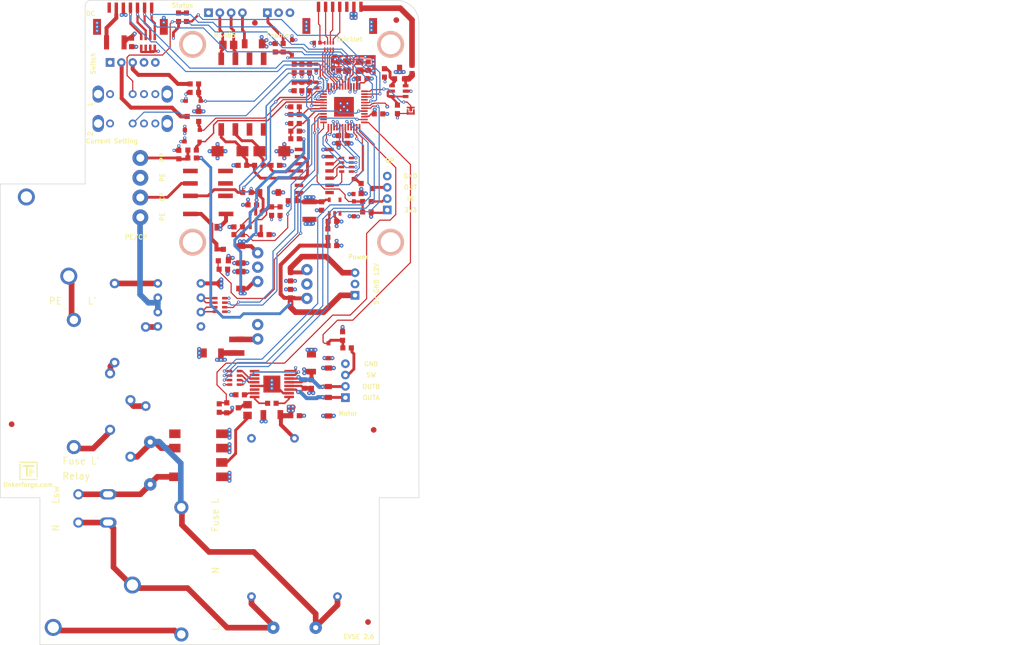
<source format=kicad_pcb>
(kicad_pcb (version 20211014) (generator pcbnew)
  (title_block (title "EVSE Bricklet") (date "2021-11-02") (rev "2.0.6") (company "Tinkerforge GmbH") (comment 1 "Licensed under CERN OHL v.1.1") (comment 2 "Copyright (©) 2021, B.Nordmeyer <bastian@tinkerforge.com>"))
  (layers (0 "F.Cu" signal) (1 "In1.Cu" power "GND.Cu") (2 "In2.Cu" power "VCC.Cu") (31 "B.Cu" signal) (34 "B.Paste" user) (35 "F.Paste" user) (36 "B.SilkS" user "B.Silkscreen") (37 "F.SilkS" user "F.Silkscreen") (38 "B.Mask" user) (39 "F.Mask" user) (44 "Edge.Cuts" user))
  (net 0 "")
  (net 1 "Net-(C101-Pad1)")
  (net 2 "GND")
  (net 3 "3V3")
  (net 4 "5V")
  (net 5 "VCC")
  (net 6 "Net-(C106-Pad1)")
  (net 7 "-12V")
  (net 8 "+12V")
  (net 9 "Net-(C116-Pad1)")
  (net 10 "Net-(C116-Pad2)")
  (net 11 "Net-(C117-Pad2)")
  (net 12 "Net-(D103-Pad2)")
  (net 13 "INPUT-MOTOR-SWITCH")
  (net 14 "Net-(D105-Pad1)")
  (net 15 "Net-(D108-Pad1)")
  (net 16 "Net-(D109-Pad1)")
  (net 17 "L")
  (net 18 "Net-(F101-Pad1)")
  (net 19 "Net-(F102-Pad1)")
  (net 20 "Net-(L102-Pad2)")
  (net 21 "Net-(L103-Pad2)")
  (net 22 "Net-(P101-Pad6)")
  (net 23 "Net-(P101-Pad5)")
  (net 24 "Net-(P101-Pad4)")
  (net 26 "N")
  (net 27 "Net-(P105-Pad4)")
  (net 28 "Net-(P107-Pad3)")
  (net 29 "Net-(P108-Pad3)")
  (net 30 "Net-(P108-Pad2)")
  (net 31 "RELAY")
  (net 32 "CP-PWM")
  (net 33 "Net-(R101-Pad1)")
  (net 34 "Net-(R105-Pad1)")
  (net 35 "Net-(R114-Pad2)")
  (net 36 "Net-(R116-Pad2)")
  (net 37 "Net-(R118-Pad2)")
  (net 38 "Net-(R124-Pad1)")
  (net 39 "S-CS")
  (net 40 "S-CLK")
  (net 41 "S-MOSI")
  (net 42 "S-MISO")
  (net 43 "~{MOTOR_FAULT}")
  (net 44 "MOTOR_ENABLE")
  (net 45 "MOTOR_PHASE")
  (net 46 "Net-(RP104-Pad5)")
  (net 47 "Net-(RP104-Pad6)")
  (net 48 "Net-(RP104-Pad7)")
  (net 49 "Net-(RP105-Pad7)")
  (net 50 "Net-(RP105-Pad5)")
  (net 51 "AC2")
  (net 52 "AC1")
  (net 58 "Net-(P112-Pad6)")
  (net 59 "Net-(P110-Pad4)")
  (net 60 "Net-(C128-Pad1)")
  (net 61 "Net-(C129-Pad1)")
  (net 62 "Net-(D106-Pad1)")
  (net 63 "Net-(D111-Pad1)")
  (net 64 "Net-(D112-Pad1)")
  (net 69 "Net-(L104-Pad7)")
  (net 70 "Net-(L104-Pad8)")
  (net 71 "CPOUT2")
  (net 72 "CP-DISCONNECT")
  (net 73 "CPOUT")
  (net 76 "485-R")
  (net 77 "485-~{REB}")
  (net 78 "485-DE")
  (net 79 "485-D")
  (net 80 "Net-(RP102-Pad5)")
  (net 81 "Net-(RP102-Pad6)")
  (net 82 "Net-(RP102-Pad7)")
  (net 83 "Net-(RP102-Pad8)")
  (net 84 "P0_0")
  (net 87 "P0_5")
  (net 92 "VCP1")
  (net 93 "VCP2")
  (net 94 "VPP")
  (net 95 "V-12")
  (net 96 "V12")
  (net 100 "LED")
  (net 101 "ENABLE")
  (net 102 "SWITCH")
  (net 103 "GP-IN")
  (net 104 "Net-(P113-Pad2)")
  (net 105 "Net-(P113-Pad3)")
  (net 106 "GP-OUT")
  (net 107 "Net-(P109-Pad1)")
  (net 108 "DC-X30")
  (net 109 "DC-X6")
  (net 110 "DC-TST")
  (net 111 "DC-ERR")
  (net 112 "BOOT")
  (net 114 "Net-(P111-Pad1)")
  (net 117 "Net-(L103-Pad1)")
  (net 118 "Net-(Q105-PadG)")
  (net 119 "Net-(R140-Pad2)")
  (net 120 "Net-(Q102-PadD)")
  (net 121 "Net-(D115-Pad2)")
  (net 122 "Net-(D115-Pad1)")
  (net 123 "Net-(D116-Pad2)")
  (net 124 "Net-(P102-Pad1)")
  (footprint "kicad-libraries:C0402F" (layer "F.Cu") (at 133.35 59.05 180)
    (fp_text reference "C101")
    (fp_text value "220pF")
  )
  (footprint "kicad-libraries:C0603F" (layer "F.Cu") (at 136.05 94.95)
    (fp_text reference "C103")
    (fp_text value "1uF")
  )
  (footprint "kicad-libraries:C1206" (layer "F.Cu") (at 114.85 113.95 180)
    (fp_text reference "C104")
    (fp_text value "4.7uF/50V")
  )
  (footprint "kicad-libraries:C1206" (layer "F.Cu") (at 125.35 124.85 180)
    (fp_text reference "C105")
    (fp_text value "4.7uF/50V")
  )
  (footprint "kicad-libraries:C0603F" (layer "F.Cu") (at 136.05 90.65)
    (fp_text reference "C106")
    (fp_text value "1uF")
  )
  (footprint "kicad-libraries:C1206" (layer "F.Cu") (at 119.85 101.05 -90)
    (fp_text reference "C108")
    (fp_text value "4.7uF/50V")
  )
  (footprint "kicad-libraries:C1206" (layer "F.Cu") (at 119.85 96.55 -90)
    (fp_text reference "C109")
    (fp_text value "4.7uF/50V")
  )
  (footprint "kicad-libraries:C0603F" (layer "F.Cu") (at 134.15 87.95 -90)
    (fp_text reference "C110")
    (fp_text value "2.2uF")
  )
  (footprint "kicad-libraries:C0603F" (layer "F.Cu") (at 121.9 87.75)
    (fp_text reference "C112")
    (fp_text value "100nF/30V")
  )
  (footprint "kicad-libraries:C0603F" (layer "F.Cu") (at 124.1 93 180)
    (fp_text reference "C113")
    (fp_text value "100nF/30V")
  )
  (footprint "kicad-libraries:C1206" (layer "F.Cu") (at 132.35 115.75 90)
    (fp_text reference "C114")
    (fp_text value "10uF")
  )
  (footprint "kicad-libraries:C0603F" (layer "F.Cu") (at 125.35 122.85)
    (fp_text reference "C116")
    (fp_text value "100nF/30V")
  )
  (footprint "kicad-libraries:C0603F" (layer "F.Cu") (at 119.75 121.35)
    (fp_text reference "C117")
    (fp_text value "100nF/30V")
  )
  (footprint "kicad-libraries:C0603F" (layer "F.Cu") (at 131.05 119.45 90)
    (fp_text reference "C118")
    (fp_text value "100nF/30V")
  )
  (footprint "kicad-libraries:C0603F" (layer "F.Cu") (at 132.35 119.45 90)
    (fp_text reference "C119")
    (fp_text value "100nF/30V")
  )
  (footprint "kicad-libraries:C0402F" (layer "F.Cu") (at 133.2 63.35 -90)
    (fp_text reference "C120")
    (fp_text value "DNP")
  )
  (footprint "kicad-libraries:C0402F" (layer "F.Cu") (at 133.2 66.55 -90)
    (fp_text reference "C121")
    (fp_text value "DNP")
  )
  (footprint "kicad-libraries:C0603F" (layer "F.Cu") (at 129.45 125.05)
    (fp_text reference "C124")
    (fp_text value "1uF")
  )
  (footprint "kicad-libraries:C0603F" (layer "F.Cu") (at 128.65 100.45 -90)
    (fp_text reference "C125")
    (fp_text value "1uF")
  )
  (footprint "kicad-libraries:C0603F" (layer "F.Cu") (at 128.65 103.45 90)
    (fp_text reference "C126")
    (fp_text value "1uF")
  )
  (footprint "kicad-libraries:SOD-323" (layer "F.Cu") (at 111.3 74.5 180)
    (fp_text reference "D101")
    (fp_text value "‎PESD3V3L1BA")
  )
  (footprint "kicad-libraries:D0603F" (layer "F.Cu") (at 108.85 54.55 90)
    (fp_text reference "D103")
    (fp_text value "blue")
  )
  (footprint "kicad-libraries:SOD-323" (layer "F.Cu") (at 135.35 113.55 90)
    (fp_text reference "D104")
    (fp_text value "‎PESD3V3L1BA")
  )
  (footprint "kicad-libraries:SOD-123FL" (layer "F.Cu") (at 124.85 85.55 180)
    (fp_text reference "D105")
    (fp_text value "SMF4L13CA")
  )
  (footprint "kicad-libraries:SOD-323" (layer "F.Cu") (at 111.25 76.55)
    (fp_text reference "D107")
    (fp_text value "‎PESD3V3L1BA")
  )
  (footprint "kicad-libraries:SOD-123FL" (layer "F.Cu") (at 135.35 123.45 90)
    (fp_text reference "D108")
    (fp_text value "SMF4L13CA")
  )
  (footprint "kicad-libraries:SOD-123FL" (layer "F.Cu") (at 135.35 118.25 -90)
    (fp_text reference "D109")
    (fp_text value "SMF4L13CA")
  )
  (footprint "kicad-libraries:SOD-323" (layer "F.Cu") (at 111.45 69.35 180)
    (fp_text reference "D110")
    (fp_text value "‎PESD3V3L1BA")
  )
  (footprint "kicad-libraries:Fuse-Holder-5x20" (layer "F.Cu") (at 109.35 152.5 90)
    (fp_text reference "F101")
    (fp_text value "FUSE")
  )
  (footprint "kicad-libraries:Fuse-Holder-5x20" (layer "F.Cu") (at 90.35 119.35 -90)
    (fp_text reference "F102")
    (fp_text value "FUSE")
  )
  (footprint "kicad-libraries:SolderJumper" (layer "F.Cu") (at 149.9 71.075 90)
    (fp_text reference "J101")
    (fp_text value "Boot")
  )
  (footprint "kicad-libraries:R0603F" (layer "F.Cu") (at 135.25 92.75 -90)
    (fp_text reference "L101")
    (fp_text value "FB")
  )
  (footprint "kicad-libraries:NR3030" (layer "F.Cu") (at 119.15 112.75 90)
    (fp_text reference "L102")
    (fp_text value "NR3015T6R8M")
  )
  (footprint "kicad-libraries:R0603F" (layer "F.Cu") (at 150.125 63.775 90)
    (fp_text reference "L103")
    (fp_text value "FB")
  )
  (footprint "kicad-libraries:wm_2491620000" (layer "F.Cu") (at 100.7 155 -90)
    (fp_text reference "P103")
    (fp_text value "L'+PE")
  )
  (footprint "kicad-libraries:SOT23GDS" (layer "F.Cu") (at 111.4 72.1 -90)
    (fp_text reference "Q101")
    (fp_text value "2N7002P")
  )
  (footprint "kicad-libraries:SOT23GDS" (layer "F.Cu") (at 118.4 123.65 90)
    (fp_text reference "Q102")
    (fp_text value "SI2305CDS-T1-GE3")
  )
  (footprint "kicad-libraries:R0603F" (layer "F.Cu") (at 119.4 93)
    (fp_text reference "R101")
    (fp_text value "100")
  )
  (footprint "kicad-libraries:R0603F" (layer "F.Cu") (at 119.4 91.65 180)
    (fp_text reference "R103")
    (fp_text value "10k")
  )
  (footprint "kicad-libraries:R0603F" (layer "F.Cu") (at 126.8 88.85 -90)
    (fp_text reference "R105")
    (fp_text value "100k")
  )
  (footprint "kicad-libraries:R0603F" (layer "F.Cu") (at 125.3 88.85 90)
    (fp_text reference "R106")
    (fp_text value "100k")
  )
  (footprint "kicad-libraries:R0603F" (layer "F.Cu") (at 120.95 85.55 180)
    (fp_text reference "R107")
    (fp_text value "910")
  )
  (footprint "kicad-libraries:R0603F" (layer "F.Cu") (at 132 66.8 -90)
    (fp_text reference "R108")
    (fp_text value "300k")
  )
  (footprint "kicad-libraries:R0603F" (layer "F.Cu") (at 130.65 66.8 -90)
    (fp_text reference "R109")
    (fp_text value "100k")
  )
  (footprint "kicad-libraries:R0603F" (layer "F.Cu") (at 129.3 66.8 90)
    (fp_text reference "R110")
    (fp_text value "75k")
  )
  (footprint "kicad-libraries:R0603F" (layer "F.Cu") (at 111.25 79.45)
    (fp_text reference "R111")
    (fp_text value "1k")
  )
  (footprint "kicad-libraries:R0603F" (layer "F.Cu") (at 111.25 78.05)
    (fp_text reference "R112")
    (fp_text value "10k")
  )
  (footprint "kicad-libraries:R0603F" (layer "F.Cu") (at 116.05 123.7 -90)
    (fp_text reference "R115")
    (fp_text value "1k")
  )
  (footprint "kicad-libraries:R0603F" (layer "F.Cu") (at 138.65 113.05)
    (fp_text reference "R117")
    (fp_text value "1k")
  )
  (footprint "kicad-libraries:R0603F" (layer "F.Cu") (at 137.85 110.95 90)
    (fp_text reference "R119")
    (fp_text value "10k")
  )
  (footprint "kicad-libraries:R0603F" (layer "F.Cu") (at 111.65 66.35 180)
    (fp_text reference "R120")
    (fp_text value "1k")
  )
  (footprint "kicad-libraries:R0603F" (layer "F.Cu") (at 111.65 67.85 180)
    (fp_text reference "R121")
    (fp_text value "10k")
  )
  (footprint "kicad-libraries:R0603F" (layer "F.Cu") (at 110.25 54.55 90)
    (fp_text reference "R124")
    (fp_text value "1k")
  )
  (footprint "kicad-libraries:R0603F" (layer "F.Cu") (at 129.3 63.6 90)
    (fp_text reference "R125")
    (fp_text value "75k")
  )
  (footprint "kicad-libraries:R0603F" (layer "F.Cu") (at 132 63.6 -90)
    (fp_text reference "R126")
    (fp_text value "300k")
  )
  (footprint "kicad-libraries:R0603F" (layer "F.Cu") (at 130.65 63.6 -90)
    (fp_text reference "R127")
    (fp_text value "100k")
  )
  (footprint "kicad-libraries:VAR_10mm" (layer "F.Cu") (at 129.35 162.55 180)
    (fp_text reference "R128")
    (fp_text value "MOV-10D391KTR")
  )
  (footprint "kicad-libraries:R0603F" (layer "F.Cu") (at 129.45 71.75 180)
    (fp_text reference "R129")
    (fp_text value "300k")
  )
  (footprint "kicad-libraries:R0603F" (layer "F.Cu") (at 129.45 70.4 180)
    (fp_text reference "R130")
    (fp_text value "100k")
  )
  (footprint "kicad-libraries:4X0402" (layer "F.Cu") (at 135.45 59.65 180)
    (fp_text reference "RP101")
    (fp_text value "82")
  )
  (footprint "kicad-libraries:4X0603" (layer "F.Cu") (at 118.75 118.35 90)
    (fp_text reference "RP104")
    (fp_text value "1k")
  )
  (footprint "kicad-libraries:4X0603" (layer "F.Cu") (at 116.15 105.45 -90)
    (fp_text reference "RP105")
    (fp_text value "10k")
  )
  (footprint "kicad-libraries:PEM1S" (layer "F.Cu") (at 122.85 103.85 90)
    (fp_text reference "U102")
    (fp_text value "PEM1-S12-D12-S")
  )
  (footprint "kicad-libraries:SOT23-5" (layer "F.Cu") (at 122.5 90.45 180)
    (fp_text reference "U105")
    (fp_text value "OPA171AIDBV")
  )
  (footprint "kicad-libraries:TSSOP16_EP" (layer "F.Cu") (at 125.35 119.45 90)
    (fp_text reference "U106")
    (fp_text value "A5950GLP")
  )
  (footprint "kicad-libraries:AQ-H" (layer "F.Cu") (at 112.35 132.05 90)
    (fp_text reference "U108")
    (fp_text value "AQH3213AX")
  )
  (footprint "kicad-libraries:DIP-8" (layer "F.Cu") (at 109 105.45 90)
    (fp_text reference "U109")
    (fp_text value "HCPL2731")
  )
  (footprint "kicad-libraries:SOT23-5" (layer "F.Cu") (at 136.45 88.05)
    (fp_text reference "U110")
    (fp_text value "TPS70933DBVR")
  )
  (footprint "kicad-libraries:IRM02" (layer "F.Cu") (at 129.35 143.05 -90)
    (fp_text reference "U111")
    (fp_text value "IRM02-12")
  )
  (footprint "kicad-libraries:WPMDL110" (layer "F.Cu") (at 131.55 101.75 90)
    (fp_text reference "U112")
    (fp_text value "WPMDL110")
  )
  (footprint "kicad-libraries:VAR_10mm" (layer "F.Cu") (at 103.85 133.45 90)
    (fp_text reference "R113")
    (fp_text value "MOV-10D391KTR")
  )
  (footprint "kicad-libraries:SOD-323" (layer "F.Cu") (at 128.9 59.9 90)
    (fp_text reference "D102")
    (fp_text value "‎PESD3V3L1BA")
  )
  (footprint "kicad-libraries:JST-PH-3-THT" (layer "F.Cu") (at 126.55 53.75 180)
    (fp_text reference "P109")
    (fp_text value "Enable")
  )
  (footprint "kicad-libraries:R0603F" (layer "F.Cu") (at 127.35 59.95 90)
    (fp_text reference "R131")
    (fp_text value "1k")
  )
  (footprint "kicad-libraries:R0603F" (layer "F.Cu") (at 125.95 59.95 90)
    (fp_text reference "R132")
    (fp_text value "10k")
  )
  (footprint "kicad-libraries:JST-PH-4-THT" (layer "F.Cu") (at 138.35 118.85 90)
    (fp_text reference "P107")
    (fp_text value "Motor")
  )
  (footprint "kicad-libraries:JST-PH-5-THT" (layer "F.Cu") (at 100.75 62.55)
    (fp_text reference "P108")
    (fp_text value "Switch_LED")
  )
  (footprint "kicad-libraries:JST-PH-4-THT" (layer "F.Cu") (at 117.15 53.75)
    (fp_text reference "P110")
    (fp_text value "MODBUS")
  )
  (footprint "C0603F" (layer "F.Cu") (at 141.4 65.4)
    (fp_text reference "C102")
    (fp_text value "100nF")
  )
  (footprint "C0603F" (layer "F.Cu") (at 137.9 76.85 180)
    (fp_text reference "C127")
    (fp_text value "100nF")
  )
  (footprint "C0603F" (layer "F.Cu") (at 142.4 63.2 -90)
    (fp_text reference "C128")
    (fp_text value "10pF")
  )
  (footprint "C0603F" (layer "F.Cu") (at 137.15 63.2 90)
    (fp_text reference "C129")
    (fp_text value "10pF")
  )
  (footprint "C0603F" (layer "F.Cu") (at 144.2 71.65)
    (fp_text reference "C130")
    (fp_text value "100nF")
  )
  (footprint "C0603F" (layer "F.Cu") (at 137.9 75.5 180)
    (fp_text reference "C131")
    (fp_text value "220nF")
  )
  (footprint "DO-214AC" (layer "F.Cu") (at 125.35 78.25)
    (fp_text reference "D106")
    (fp_text value "SMAJ24CA")
  )
  (footprint "DO-214AC" (layer "F.Cu") (at 117.95 78.25 180)
    (fp_text reference "D111")
    (fp_text value "SMAJ24CA")
  )
  (footprint "kicad-libraries:SOD-123" (layer "F.Cu") (at 115.55 93.55 90)
    (fp_text reference "D112")
    (fp_text value "B0520LW-7")
  )
  (footprint "kicad-libraries:WE-SL" (layer "F.Cu") (at 120.15 68.15 90)
    (fp_text reference "L104")
    (fp_text value "WE-SL")
  )
  (footprint "C1206" (layer "F.Cu") (at 122.05 59.25)
    (fp_text reference "PTC101")
    (fp_text value "PTC 0.45A")
  )
  (footprint "R0603F" (layer "F.Cu") (at 120.15 80.75)
    (fp_text reference "R134")
    (fp_text value "750")
  )
  (footprint "R0603F" (layer "F.Cu") (at 123.05 80.75)
    (fp_text reference "R135")
    (fp_text value "DNP")
  )
  (footprint "R0603F" (layer "F.Cu") (at 125.95 80.75)
    (fp_text reference "R136")
    (fp_text value "750")
  )
  (footprint "R0805E" (layer "F.Cu") (at 117.65 59.45 180)
    (fp_text reference "R137")
    (fp_text value "120")
  )
  (footprint "kicad-libraries:AGQ2X0" (layer "F.Cu") (at 114.05 85.55 90)
    (fp_text reference "REL101")
    (fp_text value "AGQ200S12Z")
  )
  (footprint "kicad-libraries:0603X4" (layer "F.Cu") (at 138.55 80.65 -90)
    (fp_text reference "RP102")
    (fp_text value "10k")
  )
  (footprint "kicad-libraries:OS103011MS8QP1" (layer "F.Cu") (at 100.75 73.35)
    (fp_text reference "SW101")
    (fp_text value "OS103011MS8QP1")
  )
  (footprint "kicad-libraries:OS103011MS8QP1" (layer "F.Cu") (at 100.75 68.15)
    (fp_text reference "SW102")
    (fp_text value "OS103011MS8QP1")
  )
  (footprint "kicad-libraries:SOIC-14_3.9x8.7mm_Pitch1.27mm" (layer "F.Cu") (at 132.85 81.75 180)
    (fp_text reference "U113")
    (fp_text value "SP3491")
  )
  (footprint "kicad-libraries:CRYSTAL_3225" (layer "F.Cu") (at 139.75 63.2)
    (fp_text reference "X101")
    (fp_text value "16MHz")
  )
  (footprint "kicad-libraries:CON-SENSOR2_180" (layer "F.Cu") (at 137.35 57.5)
    (fp_text reference "P101")
    (fp_text value "CON-SENSOR2")
  )
  (footprint "kicad-libraries:R0603F" (layer "F.Cu") (at 129.45 73.35 180)
    (fp_text reference "R102")
    (fp_text value "75k")
  )
  (footprint "kicad-libraries:R0603F" (layer "F.Cu") (at 129.45 76.05)
    (fp_text reference "R104")
    (fp_text value "300k")
  )
  (footprint "kicad-libraries:R0603F" (layer "F.Cu") (at 129.45 74.7)
    (fp_text reference "R122")
    (fp_text value "100k")
  )
  (footprint "kicad-libraries:CON-SENSOR2_180" (layer "F.Cu") (at 100.35 57.65)
    (fp_text reference "P112")
    (fp_text value "DC-Protect")
  )
  (footprint "kicad-libraries:SOD-323" (layer "F.Cu") (at 139.85 88.45 -90)
    (fp_text reference "D113")
    (fp_text value "‎PESD3V3L1BA")
  )
  (footprint "kicad-libraries:JST-PH-4-THT" (layer "F.Cu") (at 145.75 85.65 90)
    (fp_text reference "P113")
    (fp_text value "GP")
  )
  (footprint "kicad-libraries:SOT23GDS" (layer "F.Cu") (at 142.15 84.85 90)
    (fp_text reference "Q104")
    (fp_text value "2N7002P")
  )
  (footprint "kicad-libraries:R0603F" (layer "F.Cu") (at 142.15 87.15)
    (fp_text reference "R123")
    (fp_text value "1k")
  )
  (footprint "kicad-libraries:R0603F" (layer "F.Cu") (at 142.15 89)
    (fp_text reference "R139")
    (fp_text value "10k")
  )
  (footprint "kicad-libraries:SOD-323" (layer "F.Cu") (at 139.8 84.5 -90)
    (fp_text reference "D114")
    (fp_text value "‎PESD3V3L1BA")
  )
  (footprint "kicad-libraries:C0603F" (layer "F.Cu") (at 129 87)
    (fp_text reference "C132")
    (fp_text value "100nF")
  )
  (footprint "kicad-libraries:C1210" (layer "F.Cu") (at 132 88.75 -90)
    (fp_text reference "C111")
    (fp_text value "100uF")
  )
  (footprint "kicad-libraries:QFN48-EP2" (layer "F.Cu") (at 138.1 70.4 -90)
    (fp_text reference "U101")
    (fp_text value "XMC1404")
  )
  (footprint "kicad-libraries:JST-PH-3-THT" (layer "F.Cu") (at 140.05 101.75 -90)
    (fp_text reference "P106")
    (fp_text value "Power")
  )
  (footprint "kicad-libraries:RNF12-2" (layer "F.Cu") (at 103.05 116.35 90)
    (fp_text reference "R116")
    (fp_text value "RNF12FTD249K")
  )
  (footprint "kicad-libraries:wm_2491620000" (layer "F.Cu") (at 89.45 100.35 180)
    (fp_text reference "P104")
    (fp_text value "L'+PE")
  )
  (footprint "kicad-libraries:Logo_31x31" (layer "F.Cu") (at 82.34 134.81)
    (fp_text reference "G***" hide)
    (fp_text value "LOGO" hide)
  )
  (footprint "kicad-libraries:4X0603" (layer "F.Cu") (at 103.45 59)
    (fp_text reference "RP103")
    (fp_text value "1k")
  )
  (footprint "kicad-libraries:C0603F" (layer "F.Cu") (at 100.55 59 -90)
    (fp_text reference "C107")
    (fp_text value "1uF")
  )
  (footprint "kicad-libraries:SOT23GDS" (layer "F.Cu") (at 147.925 64.425 180)
    (fp_text reference "Q105")
    (fp_text value "SSM3J355R,LF")
  )
  (footprint "kicad-libraries:R0603F" (layer "F.Cu") (at 147.55 70.85 90)
    (fp_text reference "R140")
    (fp_text value "10k")
  )
  (footprint "kicad-libraries:SOT26" (layer "F.Cu") (at 147.8 67.625 -90)
    (fp_text reference "U103")
    (fp_text value "DMMT5401")
  )
  (footprint "kicad-libraries:R0603F" (layer "F.Cu") (at 108.9 78.85 -90)
    (fp_text reference "R141")
    (fp_text value "2k")
  )
  (footprint "kicad-libraries:Fiducial_Mark" (layer "F.Cu") (at 142.35 161.55)
    (fp_text reference "Fiducial_Mark" hide)
    (fp_text value "VAL**" hide)
  )
  (footprint "kicad-libraries:Fiducial_Mark" (layer "F.Cu") (at 79.35 126.55)
    (fp_text reference "Fiducial_Mark" hide)
    (fp_text value "VAL**" hide)
  )
  (footprint "kicad-libraries:Fiducial_Mark" (layer "F.Cu") (at 147.35 55.05)
    (fp_text reference "Fiducial_Mark" hide)
    (fp_text value "VAL**" hide)
  )
  (footprint "kicad-libraries:Fiducial_Mark" (layer "F.Cu") (at 122.35 55.55)
    (fp_text reference "Fiducial_Mark" hide)
    (fp_text value "VAL**" hide)
  )
  (footprint "kicad-libraries:Fiducial_Mark" (layer "F.Cu") (at 143.35 127.55)
    (fp_text reference "Fiducial_Mark" hide)
    (fp_text value "VAL**" hide)
  )
  (footprint "kicad-libraries:R0603F" (layer "F.Cu") (at 116.775 99.125 180)
    (fp_text reference "R138")
    (fp_text value "1k")
  )
  (footprint "kicad-libraries:SOT23GDS" (layer "F.Cu") (at 116.775 96.625 180)
    (fp_text reference "Q103")
    (fp_text value "2N7002P")
  )
  (footprint "kicad-libraries:R0603F" (layer "F.Cu") (at 145.25 64.4 90)
    (fp_text reference "R133")
    (fp_text value "47k")
  )
  (footprint "kicad-libraries:DEBUG_PAD" (layer "F.Cu") (at 145.75 70.35)
    (fp_text reference "P111")
    (fp_text value "Debug")
  )
  (footprint "kicad-libraries:DRILL_NP_35" (layer "F.Cu") (at 111.35 59.35)
    (fp_text reference "A103" hide)
    (fp_text value "DRILL" hide)
  )
  (footprint "kicad-libraries:DRILL_NP_35" (layer "F.Cu") (at 111.35 94.35)
    (fp_text reference "A102" hide)
    (fp_text value "DRILL" hide)
  )
  (footprint "kicad-libraries:DRILL_NP_35" (layer "F.Cu") (at 146.35 59.35)
    (fp_text reference "A104" hide)
    (fp_text value "DRILL" hide)
  )
  (footprint "kicad-libraries:DRILL_NP_35" (layer "F.Cu") (at 146.35 94.35)
    (fp_text reference "A101" hide)
    (fp_text value "DRILL" hide)
  )
  (footprint "kicad-libraries:OQ_4P_Vertical" (layer "F.Cu") (at 102.1 84.7 90)
    (fp_text reference "P105")
    (fp_text value "CP/PP/PE")
  )
  (footprint "kicad-libraries:R0805E" (layer "F.Cu") (at 121.05 124.05 -90)
    (fp_text reference "R114")
    (fp_text value "120")
  )
  (footprint "kicad-libraries:DO-41" (layer "F.Cu") (at 96.75 122.55 90)
    (fp_text reference "D115")
    (fp_text value "1N4007")
  )
  (footprint "kicad-libraries:DO-41" (layer "F.Cu") (at 100.35 127.3 90)
    (fp_text reference "D116")
    (fp_text value "1N4007")
  )
  (footprint "kicad-libraries:RNF12-2" (layer "F.Cu") (at 97.55 108.65 90)
    (fp_text reference "R118")
    (fp_text value "RNF12FTD249K")
  )
  (footprint "kicad-libraries:LSF-SMT-500-02-135" (layer "F.Cu") (at 93.65 141.45 -90)
    (fp_text reference "P102")
    (fp_text value "Relay")
  )
  (footprint "kicad-libraries:R1210" (layer "F.Cu") (at 97.675 59 180)
    (fp_text reference "R1")
    (fp_text value "0")
  )
  (footprint "kicad-libraries:din-rail-mount" (layer "B.Cu") (at 146.35 118.55 -90)
    (fp_text reference "A105")
    (fp_text value "Rail")
  )
  (footprint "kicad-libraries:din-rail-mount" (layer "B.Cu") (at 82.35 118.55 -90)
    (fp_text reference "A106")
    (fp_text value "Rail")
  )
  (gr_line (start 144.35 165.55) (end 84.35 165.55) (layer "Edge.Cuts") (width 0.09906))
  (gr_line (start 93.35 51.55) (end 147.35 51.55) (layer "Edge.Cuts") (width 0.09906))
  (gr_line (start 92.35 84.05) (end 77.35 84.05) (layer "Edge.Cuts") (width 0.09906))
  (gr_arc (start 147.35 51.55) (mid 150.178427 52.721573) (end 151.35 55.55) (layer "Edge.Cuts") (width 0.09906))
  (gr_line (start 144.35 139.55) (end 144.35 165.55) (layer "Edge.Cuts") (width 0.09906))
  (gr_line (start 84.35 139.55) (end 84.35 165.55) (layer "Edge.Cuts") (width 0.09906))
  (gr_line (start 77.35 139.55) (end 84.35 139.55) (layer "Edge.Cuts") (width 0.09906))
  (gr_arc (start 92.35 52.55) (mid 92.642893 51.842893) (end 93.35 51.55) (layer "Edge.Cuts") (width 0.09906))
  (gr_line (start 92.35 52.55) (end 92.35 84.05) (layer "Edge.Cuts") (width 0.09906))
  (gr_line (start 151.35 139.55) (end 151.35 55.55) (layer "Edge.Cuts") (width 0.09906))
  (gr_line (start 77.35 139.55) (end 77.35 84.05) (layer "Edge.Cuts") (width 0.09906))
  (gr_line (start 151.35 139.55) (end 144.35 139.55) (layer "Edge.Cuts") (width 0.09906))
  (gr_text "Bricklet" (at 139.075 58.45) (layer "F.SilkS") (effects (font (size 0.8 0.8))))
  (gr_text "Enable" (at 126.35 57.75) (layer "F.SilkS") (effects (font (size 0.8 0.8))))
  (gr_text "RS485" (at 117.05 57.75) (layer "F.SilkS") (effects (font (size 0.8 0.8))))
  (gr_text "Switch" (at 93.75 62.75 90) (layer "F.SilkS") (effects (font (size 0.8 0.8))))
  (gr_text "1" (at 93.25 69.95 90) (layer "F.SilkS") (effects (font (size 0.8 0.8))))
  (gr_text "2" (at 93.25 75.15 90) (layer "F.SilkS") (effects (font (size 0.8 0.8))))
  (gr_text "Motor" (at 138.8 124.65) (layer "F.SilkS") (effects (font (size 0.8 0.8))))
  (gr_text "GP" (at 146.2 79.9) (layer "F.SilkS") (effects (font (size 0.8 0.8))))
  (gr_text "Status" (at 109.55 52.45) (layer "F.SilkS") (effects (font (size 0.8 0.8))))
  (gr_text "L          N" (at 115.45 157.45 90) (layer "F.SilkS") (effects (font (size 1.2 1.2))))
  (gr_text "Fuse L" (at 115.325 142.625 90) (layer "F.SilkS") (effects (font (size 1.2 1.2))))
  (gr_text "Fuse L'" (at 91.625 133.05) (layer "F.SilkS") (effects (font (size 1.2 1.2))))
  (gr_text "5V GND 12V" (at 143.85 101.75 90) (layer "F.SilkS") (effects (font (size 0.8 0.8))))
  (gr_text "GND" (at 142.9 115.9) (layer "F.SilkS") (effects (font (size 0.8 0.8))))
  (gr_text "SW" (at 142.9 117.85) (layer "F.SilkS") (effects (font (size 0.8 0.8))))
  (gr_text "OUTB" (at 142.9 119.9) (layer "F.SilkS") (effects (font (size 0.8 0.8))))
  (gr_text "OUTA" (at 142.9 121.85) (layer "F.SilkS") (effects (font (size 0.8 0.8))))
  (gr_text "Relay" (at 90.75 135.725) (layer "F.SilkS") (effects (font (size 1.2 1.2))))
  (gr_text "EVSE 2.6" (at 140.75 164.15) (layer "F.SilkS") (effects (font (size 0.8 0.8))))
  (gr_text "Current Setting" (at 97.05 76.45) (layer "F.SilkS") (effects (font (size 0.8 0.8))))
  (gr_text "Power" (at 140.6 96.95) (layer "F.SilkS") (effects (font (size 0.8 0.8))))
  (gr_text "N    Lsw" (at 87.15 141.475 90) (layer "F.SilkS") (effects (font (size 1.2 1.2))))
  (gr_text "tinkerforge.com" (at 82.25 137.25) (layer "F.SilkS") (effects (font (size 0.75 0.75))))
  (gr_text "GND" (at 149.85 82.65) (layer "F.SilkS") (effects (font (size 0.8 0.8))))
  (gr_text "OUT" (at 149.85 84.65) (layer "F.SilkS") (effects (font (size 0.8 0.8))))
  (gr_text "IN" (at 149.85 86.65) (layer "F.SilkS") (effects (font (size 0.8 0.8))))
  (gr_text "3V3" (at 149.85 88.65) (layer "F.SilkS") (effects (font (size 0.8 0.8))))
  (gr_text "PE     L'" (at 90.15 104.75) (layer "F.SilkS") (effects (font (size 1.2 1.2))))
  (gr_text "CP" (at 105.975 86.35 90) (layer "F.SilkS") (effects (font (size 0.8 0.8))))
  (gr_text "PP" (at 105.975 79.35 90) (layer "F.SilkS") (effects (font (size 0.8 0.8))))
  (gr_text "PE" (at 105.975 82.9 90) (layer "F.SilkS") (effects (font (size 0.8 0.8))))
  (gr_text "PE" (at 105.975 89.85 90) (layer "F.SilkS") (effects (font (size 0.8 0.8))))
  (gr_text "PE/CP" (at 101.35 93.45) (layer "F.SilkS") (effects (font (size 0.8 0.8))))
  (gr_text "DC" (at 93.3 53.9) (layer "F.SilkS") (effects (font (size 0.8 0.8))))
  (segment (start 133.6 55.75) (end 133.85 56) (width 0.2) (layer "F.Cu") (net 1))
  (segment (start 133.85 56) (end 133.85 57.9) (width 0.2) (layer "F.Cu") (net 1))
  (segment (start 134.7007 59.075) (end 133.875 59.075) (width 0.2) (layer "F.Cu") (net 1))
  (segment (start 133.6 52.7) (end 133.6 55.75) (width 0.2) (layer "F.Cu") (net 1))
  (segment (start 133.85 57.9) (end 133.85 59.05) (width 0.2) (layer "F.Cu") (net 1))
  (segment (start 133.875 59.075) (end 133.85 59.05) (width 0.2) (layer "F.Cu") (net 1))
  (segment (start 121.1 87.75) (end 120.25 87.75) (width 0.5) (layer "F.Cu") (net 2))
  (segment (start 117.525 99.125) (end 117.525 99.975) (width 0.7) (layer "F.Cu") (net 2))
  (segment (start 117.564 97.141) (end 118.409 97.141) (width 0.7) (layer "F.Cu") (net 2))
  (segment (start 118.409 97.141) (end 118.425 97.125) (width 0.7) (layer "F.Cu") (net 2))
  (segment (start 117.664 97.641) (end 117.664 96.786) (width 0.7) (layer "F.Cu") (net 2))
  (segment (start 117.664 96.786) (end 117.675 96.775) (width 0.7) (layer "F.Cu") (net 2))
  (segment (start 125.3 89.6) (end 125.3 90.35) (width 0.5) (layer "F.Cu") (net 2))
  (segment (start 123.84886 125.64886) (end 124.25 126.05) (width 0.7) (layer "F.Cu") (net 2))
  (segment (start 123.55114 59.25) (end 123.55114 58.05114) (width 0.5) (layer "F.Cu") (net 2))
  (segment (start 141.15 85.75) (end 141.15 84.946881) (width 0.7) (layer "F.Cu") (net 2))
  (segment (start 125.02742 119.77258) (end 125.35 119.45) (width 0.4) (layer "F.Cu") (net 2))
  (segment (start 122.302 119.77258) (end 125.02742 119.77258) (width 0.4) (layer "F.Cu") (net 2))
  (segment (start 112.5 113.95) (end 112.5 114.65) (width 0.7) (layer "F.Cu") (net 2))
  (segment (start 133.873582 67.05) (end 133.886791 67.036791) (width 0.5) (layer "F.Cu") (net 2))
  (segment (start 135.35 125.0883) (end 135.4617 125.0883) (width 0.7) (layer "F.Cu") (net 2))
  (segment (start 135.35 114.8708) (end 136.0292 114.8708) (width 0.7) (layer "F.Cu") (net 2))
  (segment (start 141 66.15) (end 141.65 66.15) (width 0.25) (layer "F.Cu") (net 2))
  (segment (start 143.25 62.124012) (end 143.274012 62.1) (width 0.2) (layer "F.Cu") (net 2))
  (segment (start 131.45 56.1) (end 131.45 55.39999) (width 0.5) (layer "F.Cu") (net 2))
  (segment (start 140.84828 66.30172) (end 141 66.15) (width 0.25) (layer "F.Cu") (net 2))
  (segment (start 134.4383 125.0883) (end 134.4 125.05) (width 0.7) (layer "F.Cu") (net 2))
  (segment (start 130.57258 119.77258) (end 131.05 120.25) (width 0.4) (layer "F.Cu") (net 2))
  (segment (start 117.83 130.78) (end 117.85 130.8) (width 0.7) (layer "F.Cu") (net 2))
  (segment (start 150.45 71.475) (end 150.35 71.575) (width 0.15) (layer "F.Cu") (net 2))
  (segment (start 132.35 120.2) (end 132.2 120.2) (width 0.5) (layer "F.Cu") (net 2))
  (segment (start 139.85 53.95) (end 140.15 53.95) (width 0.5) (layer "F.Cu") (net 2))
  (segment (start 120.99886 98.05114) (end 121 98.05) (width 0.7) (layer "F.Cu") (net 2))
  (segment (start 136.31881 75.5) (end 136.314724 75.504086) (width 0.7) (layer "F.Cu") (net 2))
  (segment (start 128.65 101.2) (end 127.85 101.2) (width 0.5) (layer "F.Cu") (net 2))
  (segment (start 124.35 58.6) (end 124.4 58.6) (width 0.5) (layer "F.Cu") (net 2))
  (segment (start 136.8 94.95) (end 136.8 94.1) (width 0.5) (layer "F.Cu") (net 2))
  (segment (start 132.35 120.2) (end 132.35 120.65) (width 0.7) (layer "F.Cu") (net 2))
  (segment (start 109.9292 75.9208) (end 109.95 75.9) (width 0.5) (layer "F.Cu") (net 2))
  (segment (start 140.15 53.95) (end 139.452848 53.95) (width 0.7) (layer "F.Cu") (net 2))
  (segment (start 121.15 87.75) (end 121.15 86.85) (width 0.5) (layer "F.Cu") (net 2))
  (segment (start 132 90.2994) (end 132 91.1) (width 0.7) (layer "F.Cu") (net 2))
  (segment (start 128.7 70.4) (end 127.944595 70.4) (width 0.5) (layer "F.Cu") (net 2))
  (segment (start 109.9792 73.8792) (end 109.95 73.85) (width 0.5) (layer "F.Cu") (net 2))
  (segment (start 108.9 78.1) (end 108.05 78.1) (width 0.5) (layer "F.Cu") (net 2))
  (segment (start 112.5 113.95) (end 112.5 113.25) (width 0.7) (layer "F.Cu") (net 2))
  (segment (start 137.3507 74.01188) (end 137.3507 74.9993) (width 0.25) (layer "F.Cu") (net 2))
  (segment (start 128.398 119.77258) (end 130.57258 119.77258) (width 0.4) (layer "F.Cu") (net 2))
  (segment (start 135.55 77.94) (end 134.46 77.94) (width 0.5) (layer "F.Cu") (net 2))
  (segment (start 139.8 61.5) (end 142.7 61.5) (width 0.2) (layer "F.Cu") (net 2))
  (segment (start 106.25 56.25) (end 106.25 54.650004) (width 0.5) (layer "F.Cu") (net 2))
  (segment (start 133.2 67.05) (end 133.873582 67.05) (width 0.5) (layer "F.Cu") (net 2))
  (segment (start 130.65 67.55) (end 130.65 68.2) (width 0.5) (layer "F.Cu") (net 2))
  (segment (start 149.5 71.575) (end 149.9 71.575) (width 0.15) (layer "F.Cu") (net 2))
  (segment (start 117.85 130.8) (end 117.85 131.5) (width 0.7) (layer "F.Cu") (net 2))
  (segment (start 128.65 102.7) (end 129.45 102.7) (width 0.5) (layer "F.Cu") (net 2))
  (segment (start 142.15 65.4) (end 143 65.4) (width 0.7) (layer "F.Cu") (net 2))
  (segment (start 139.1208 89.7708) (end 139.1 89.75) (width 0.5) (layer "F.Cu") (net 2))
  (segment (start 115.75036 78.25) (end 115.75036 79.49964) (width 0.7) (layer "F.Cu") (net 2))
  (segment (start 134.46 79.21) (end 134.45 79.2) (width 0.5) (layer "F.Cu") (net 2))
  (segment (start 127.37306 121.07306) (end 125.75 119.45) (width 0.4) (layer "F.Cu") (net 2))
  (segment (start 136.0292 114.8708) (end 136.05 114.85) (width 0.7) (layer "F.Cu") (net 2))
  (segment (start 142.15 65.65) (end 142.15 65.4) (width 0.25) (layer "F.Cu") (net 2))
  (segment (start 136.2617 125.0883) (end 136.3 125.05) (width 0.7) (layer "F.Cu") (net 2))
  (segment (start 109.9792 74.5) (end 109.9792 75.1208) (width 0.5) (layer "F.Cu") (net 2))
  (segment (start 141.939 85.739) (end 141.95 85.75) (width 0.7) (layer "F.Cu") (net 2))
  (segment (start 123.84886 124.85) (end 123.84886 125.64886) (width 0.7) (layer "F.Cu") (net 2))
  (segment (start 112.416 71.211) (end 113.239 71.211) (width 0.7) (layer "F.Cu") (net 2))
  (segment (start 117.85 130.8) (end 117.85 130.1) (width 0.7) (layer "F.Cu") (net 2))
  (segment (start 135.35 116.6117) (end 136.2883 116.6117) (width 0.7) (layer "F.Cu") (net 2))
  (segment (start 110.1292 69.35) (end 110.1292 68.893823) (width 0.5) (layer "F.Cu") (net 2))
  (segment (start 106.25 54.650004) (end 106.249996 54.65) (width 0.5) (layer "F.Cu") (net 2))
  (segment (start 136.609564 62.3999) (end 136.117526 62.891938) (width 0.5) (layer "F.Cu") (net 2))
  (segment (start 138.1 70.4) (end 137.5 71) (width 0.2) (layer "F.Cu") (net 2))
  (segment (start 127.54964 79.49964) (end 127.55 79.5) (width 0.7) (layer "F.Cu") (net 2))
  (segment (start 127.54964 78.25) (end 127.54964 79.49964) (width 0.7) (layer "F.Cu") (net 2))
  (segment (start 125.35 119.45) (end 125.35 119.5) (width 0.5) (layer "F.Cu") (net 2))
  (segment (start 139.8 85.8208) (end 139.0792 85.8208) (width 0.5) (layer "F.Cu") (net 2))
  (segment (start 94.45 56.25) (end 94.45 55.55) (width 0.5) (layer "F.Cu") (net 2))
  (segment (start 123.55114 58.05114) (end 123.55 58.05) (width 0.5) (layer "F.Cu") (net 2))
  (segment (start 109.9292 76.55) (end 109.9292 75.9208) (width 0.5) (layer "F.Cu") (net 2))
  (segment (start 134.4117 116.6117) (end 134.4 116.6) (width 0.7) (layer "F.Cu") (net 2))
  (segment (start 140.84828 66.79066) (end 140.84828 66.30172) (width 0.25) (layer "F.Cu") (net 2))
  (segment (start 132.05 120.05) (end 131.25 120.05) (width 0.5) (layer "F.Cu") (net 2))
  (segment (start 132.35 120.65) (end 131.95 121.05) (width 0.7) (layer "F.Cu") (net 2))
  (segment (start 140.565106 89.7708) (end 140.597153 89.802847) (width 0.5) (layer "F.Cu") (net 2))
  (segment (start 119.85 98.05114) (end 120.99886 98.05114) (width 0.7) (layer "F.Cu") (net 2))
  (segment (start 117.84 135.86) (end 117.85 135.85) (width 0.7) (layer "F.Cu") (net 2))
  (segment (start 132.35 120.65) (end 132.65 120.95) (width 0.7) (layer "F.Cu") (net 2))
  (segment (start 126.4883 85.55) (end 125.650008 85.55) (width 0.7) (layer "F.Cu") (net 2))
  (segment (start 128.65 101.2) (end 129.45 101.2) (width 0.5) (layer "F.Cu") (net 2))
  (segment (start 136.8 90.65) (end 136.8 91.5) (width 0.5) (layer "F.Cu") (net 2))
  (segment (start 110.1292 69.35) (end 109.45 69.35) (width 0.5) (layer "F.Cu") (net 2))
  (segment (start 137.6 90.65) (end 137.65 90.7) (width 0.5) (layer "F.Cu") (net 2))
  (segment (start 112.416 71.211) (end 111.611 71.211) (width 0.7) (layer "F.Cu") (net 2))
  (segment (start 127.54964 78.25) (end 128.898682 78.25) (width 0.7) (layer "F.Cu") (net 2))
  (segment (start 149.9 71.575) (end 147.625 71.575) (width 0.2) (layer "F.Cu") (net 2))
  (segment (start 129.5708 58.5792) (end 129.6 58.55) (width 0.5) (layer "F.Cu") (net 2))
  (segment (start 99.1 52.85) (end 99.1 53.75) (width 0.5) (layer "F.Cu") (net 2))
  (segment (start 142.953871 61.750999) (end 143.274012 62.07114) (width 0.2) (layer "F.Cu") (net 2))
  (segment (start 130.2 74.7) (end 131 74.7) (width 0.5) (layer "F.Cu") (net 2))
  (segment (start 140.15 53.95) (end 140.15 54.65) (width 0.7) (layer "F.Cu") (net 2))
  (segment (start 142.7 61.5) (end 142.950999 61.750999) (width 0.2) (layer "F.Cu") (net 2))
  (segment (start 150.35 71.575) (end 149.9 71.575) (width 0.15) (layer "F.Cu") (net 2))
  (segment (start 109.9292 76.55) (end 109.25 76.55) (width 0.5) (layer "F.Cu") (net 2))
  (segment (start 100.55 59.75) (end 100.575 59.775) (width 0.7) (layer "F.Cu") (net 2))
  (segment (start 120.99886 99.54886) (end 121 99.55) (width 0.7) (layer "F.Cu") (net 2))
  (segment (start 117.85 128.25) (end 117.85 127.55) (width 0.7) (layer "F.Cu") (net 2))
  (segment (start 149.35 71.425) (end 149.5 71.575) (width 0.15) (layer "F.Cu") (net 2))
  (segment (start 145.375 65.15) (end 145.375 65.925) (width 0.3) (layer "F.Cu") (net 2))
  (segment (start 136.45 89.24888) (end 136.45 89.85) (width 0.4) (layer "F.Cu") (net 2))
  (segment (start 132 91.1) (end 132.55287 91.1) (width 0.7) (layer "F.Cu") (net 2))
  (segment (start 115.75036 78.25) (end 115.75036 77.00036) (width 0.7) (layer "F.Cu") (net 2))
  (segment (start 132.3 120.2) (end 132.15 120.35) (width 0.5) (layer "F.Cu") (net 2))
  (segment (start 108.9 78.1) (end 108.9 77.3) (width 0.5) (layer "F.Cu") (net 2))
  (segment (start 128.65 102.7) (end 127.85 102.7) (width 0.5) (layer "F.Cu") (net 2))
  (segment (start 119.85 99.54886) (end 118.70114 99.54886) (width 0.7) (layer "F.Cu") (net 2))
  (segment (start 112.416 71.211) (end 112.416 70.366) (width 0.7) (layer "F.Cu") (net 2))
  (segment (start 115.75036 78.25) (end 117.15 78.25) (width 0.7) (layer "F.Cu") (net 2))
  (segment (start 117.85 135.85) (end 117.85 135.15) (width 0.7) (layer "F.Cu") (net 2))
  (segment (start 106.25 56.95) (end 106.25 56.25) (width 0.5) (layer "F.Cu") (net 2))
  (segment (start 132.35 113.4) (end 131.65 113.4) (width 0.7) (layer "F.Cu") (net 2))
  (segment (start 99.1 52.85) (end 99.1 53.85) (width 0.5) (layer "F.Cu") (net 2))
  (segment (start 115.75036 79.49964) (end 115.75 79.5) (width 0.7) (layer "F.Cu") (net 2))
  (segment (start 128.9 58.5792) (end 128.9 57.85) (width 0.5) (layer "F.Cu") (net 2))
  (segment (start 123.7 59.25) (end 124.35 58.6) (width 0.5) (layer "F.Cu") (net 2))
  (segment (start 136.8 94.95) (end 137.65 94.95) (width 0.5) (layer "F.Cu") (net 2))
  (segment (start 147.625 71.575) (end 147.55 71.65) (width 0.2) (layer "F.Cu") (net 2))
  (segment (start 141.134 85.739) (end 141.163208 85.709792) (width 0.5) (layer "F.Cu") (net 2))
  (segment (start 140.15 54.65) (end 139.45 54.65) (width 0.7) (layer "F.Cu") (net 2))
  (segment (start 128.9 58.5792) (end 129.5708 58.5792) (width 0.5) (layer "F.Cu") (net 2))
  (segment (start 109.9792 75.1208) (end 109.95 75.15) (width 0.5) (layer "F.Cu") (net 2))
  (segment (start 127.54964 77.00036) (end 127.55 77) (width 0.7) (layer "F.Cu") (net 2))
  (segment (start 125.35 119.45) (end 125.35 120.2) (width 0.5) (layer "F.Cu") (net 2))
  (segment (start 115.75036 78.25) (end 114.35 78.25) (width 0.7) (layer "F.Cu") (net 2))
  (segment (start 113.239 71.211) (end 113.25 71.2) (width 0.7) (layer "F.Cu") (net 2))
  (segment (start 131.05 120.2) (end 132.3 120.2) (width 0.4) (layer "F.Cu") (net 2))
  (segment (start 100.575 59.775) (end 101.375 59.775) (width 0.7) (layer "F.Cu") (net 2))
  (segment (start 137.15 76.85) (end 136.3 76.85) (width 0.7) (layer "F.Cu") (net 2))
  (segment (start 139.85 89.7708) (end 139.1208 89.7708) (width 0.5) (layer "F.Cu") (net 2))
  (segment (start 150.45 71.3) (end 150.45 71.475) (width 0.15) (layer "F.Cu") (net 2))
  (segment (start 128.898682 78.25) (end 128.901153 78.252471) (width 0.7) (layer "F.Cu") (net 2))
  (segment (start 135.35 114.8708) (end 134.67079 114.8708) (width 0.7) (layer "F.Cu") (net 2))
  (segment (start 123.55114 59.25) (end 123.9 59.25) (width 0.5) (layer "F.Cu") (net 2))
  (segment (start 139.85 89.7708) (end 140.565106 89.7708) (width 0.5) (layer "F.Cu") (net 2))
  (segment (start 117.84 128.24) (end 117.85 128.25) (width 0.7) (layer "F.Cu") (net 2))
  (segment (start 135.35 116.6117) (end 134.4117 116.6117) (width 0.7) (layer "F.Cu") (net 2))
  (segment (start 136.117526 63.991528) (end 136.275998 64.15) (width 0.2) (layer "F.Cu") (net 2))
  (segment (start 94.45 56.25) (end 94.45 56.95) (width 0.5) (layer "F.Cu") (net 2))
  (segment (start 136.8 90.2) (end 136.8 90.7) (width 0.4) (layer "F.Cu") (net 2))
  (segment (start 133.2 63.85) (end 133.2 64.45) (width 0.5) (layer "F.Cu") (net 2))
  (segment (start 132.35 114.24886) (end 132.35 113.4) (width 0.7) (layer "F.Cu") (net 2))
  (segment (start 131.45 56.1) (end 131.45 56.799998) (width 0.5) (layer "F.Cu") (net 2))
  (segment (start 143.25 64) (end 143.25 62.124012) (width 0.2) (layer "F.Cu") (net 2))
  (segment (start 132 91.1) (end 131.3 91.1) (width 0.7) (layer "F.Cu") (net 2))
  (segment (start 116.5 130.78) (end 117.83 130.78) (width 0.7) (layer "F.Cu") (net 2))
  (segment (start 110.1292 68.893823) (end 110.15 68.873023) (width 0.5) (layer "F.Cu") (net 2))
  (segment (start 119.85 98.05114) (end 118.70114 98.05114) (width 0.7) (layer "F.Cu") (net 2))
  (segment (start 142.95 56.1) (end 142.95 55.4) (width 0.5) (layer "F.Cu") (net 2))
  (segment (start 138.1 70.4) (end 138.7 69.8) (width 0.2) (layer "F.Cu") (net 2))
  (segment (start 136.8 90.65) (end 137.6 90.65) (width 0.5) (layer "F.Cu") (net 2))
  (segment (start 99.1 53.75) (end 99.5 54.15) (width 0.5) (layer "F.Cu") (net 2))
  (segment (start 116.5 135.86) (end 117.84 135.86) (width 0.7) (layer "F.Cu") (net 2))
  (segment (start 145.375 65.925) (end 145.35 65.95) (width 0.3) (layer "F.Cu") (net 2))
  (segment (start 123.84886 125.75114) (end 123.55 126.05) (width 0.7) (layer "F.Cu") (net 2))
  (segment (start 126.4883 85.55) (end 127.35 85.55) (width 0.7) (layer "F.Cu") (net 2))
  (segment (start 99.1 53.85) (end 98.8 54.15) (width 0.5) (layer "F.Cu") (net 2))
  (segment (start 118.70114 99.54886) (end 118.7 99.55) (width 0.7) (layer "F.Cu") (net 2))
  (segment (start 128.25 87.69338) (end 128.15099 87.79239) (width 0.5) (layer "F.Cu") (net 2))
  (segment (start 123.55114 59.25) (end 123.7 59.25) (width 0.5) (layer "F.Cu") (net 2))
  (segment (start 143.2499 64.0001) (end 143.25 64) (width 0.5) (layer "F.Cu") (net 2))
  (segment (start 132.55287 91.1) (end 132.626435 91.026435) (width 0.7) (layer "F.Cu") (net 2))
  (segment (start 119.85 99.54886) (end 120.99886 99.54886) (width 0.7) (layer "F.Cu") (net 2))
  (segment (start 149.35 71.3) (end 149.35 71.425) (width 0.15) (layer "F.Cu") (net 2))
  (segment (start 125.35 119.45) (end 125.35 118.8) (width 0.5) (layer "F.Cu") (net 2))
  (segment (start 111.611 71.211) (end 111.6 71.2) (width 0.7) (layer "F.Cu") (net 2))
  (segment (start 137.15 75.2) (end 137.15 75.5) (width 0.25) (layer "F.Cu") (net 2))
  (segment (start 113.34886 113.95) (end 112.5 113.95) (width 0.7) (layer "F.Cu") (net 2))
  (segment (start 141.65 66.15) (end 142.15 65.65) (width 0.25) (layer "F.Cu") (net 2))
  (segment (start 132.35 120.2) (end 132.3 120.2) (width 0.5) (layer "F.Cu") (net 2))
  (segment (start 141.134 85.739) (end 141.939 85.739) (width 0.7) (layer "F.Cu") (net 2))
  (segment (start 132.15 120.35) (end 131.25 120.35) (width 0.5) (layer "F.Cu") (net 2))
  (segment (start 132.35 113.4) (end 133.05 113.4) (width 0.7) (layer "F.Cu") (net 2))
  (segment (start 135.35 125.0883) (end 134.4383 125.0883) (width 0.7) (layer "F.Cu") (net 2))
  (segment (start 130.2 125.05) (end 131.05 125.05) (width 0.7) (layer "F.Cu") (net 2))
  (segment (start 143.25 62.8) (end 143.3 62.75) (width 0.2) (layer "F.Cu") (net 2))
  (segment (start 141.163208 85.428647) (end 141.163208 84.933673) (width 0.5) (layer "F.Cu") (net 2))
  (segment (start 132.85 59.05) (end 132.85 59.674994) (width 0.5) (layer "F.Cu") (net 2))
  (segment (start 132.85 59.05) (end 132.353257 59.05) (width 0.5) (layer "F.Cu") (net 2))
  (segment (start 143.274012 62.07114) (end 143.274012 62.1) (width 0.2) (layer "F.Cu") (net 2))
  (segment (start 139.0792 85.8208) (end 139.05 85.85) (width 0.5) (layer "F.Cu") (net 2))
  (segment (start 132.353257 59.05) (end 132.316965 59.086292) (width 0.5) (layer "F.Cu") (net 2))
  (segment (start 116.5 128.24) (end 117.84 128.24) (width 0.7) (layer "F.Cu") (net 2))
  (segment (start 137.15 76.85) (end 137.15 77.65) (width 0.7) (layer "F.Cu") (net 2))
  (segment (start 137.3507 74.9993) (end 137.15 75.2) (width 0.25) (layer "F.Cu") (net 2))
  (segment (start 134.15 88.7) (end 133.3 88.7) (width 0.5) (layer "F.Cu") (net 2))
  (segment (start 138.65018 62.3999) (end 136.609564 62.3999) (width 0.5) (layer "F.Cu") (net 2))
  (segment (start 138.1 70.4) (end 137.5 69.8) (width 0.2) (layer "F.Cu") (net 2))
  (segment (start 123.9 59.25) (end 124.4 59.75) (width 0.5) (layer "F.Cu") (net 2))
  (segment (start 139.45 53.952848) (end 139.45 54.65) (width 0.7) (layer "F.Cu") (net 2))
  (segment (start 109.9792 74.5) (end 109.9792 73.8792) (width 0.5) (layer "F.Cu") (net 2))
  (segment (start 115.75036 77.00036) (end 115.75 77) (width 0.7) (layer "F.Cu") (net 2))
  (segment (start 126.7 80.75) (end 127.55 80.75) (width 0.7) (layer "F.Cu") (net 2))
  (segment (start 139.452848 53.95) (end 139.45 53.952848) (width 0.7) (layer "F.Cu") (net 2))
  (segment (start 136.2883 116.6117) (end 136.3 116.6) (width 0.7) (layer "F.Cu") (net 2))
  (segment (start 128.398 121.07306) (end 127.37306 121.07306) (width 0.4) (layer "F.Cu") (net 2))
  (segment (start 134.67079 114.8708) (end 134.64999 114.85) (width 0.7) (layer "F.Cu") (net 2))
  (segment (start 132.3 120.2) (end 132.35 120.25) (width 0.4) (layer "F.Cu") (net 2))
  (segment (start 144.95 71.65) (end 145.75 71.65) (width 0.5) (layer "F.Cu") (net 2))
  (segment (start 106.25 56.25) (end 106.25 55.449996) (width 0.5) (layer "F.Cu") (net 2))
  (segment (start 143.25 64) (end 143.25 62.8) (width 0.2) (layer "F.Cu") (net 2))
  (segment (start 124.85 93) (end 125.7 93) (width 0.7) (layer "F.Cu") (net 2))
  (segment (start 141.15 84.946881) (end 141.163208 84.933673) (width 0.7) (layer "F.Cu") (net 2))
  (segment (start 132.2 120.2) (end 132.05 120.05) (width 0.5) (layer "F.Cu") (net 2))
  (segment (start 135.55 79.21) (end 134.46 79.21) (width 0.5) (layer "F.Cu") (net 2))
  (segment (start 117.85 135.85) (end 117.85 136.55) (width 0.7) (layer "F.Cu") (net 2))
  (segment (start 137.15 75.5) (end 136.31881 75.5) (width 0.7) (layer "F.Cu") (net 2))
  (segment (start 136.117526 62.891938) (end 136.117526 63.991528) (width 0.2) (layer "F.Cu") (net 2))
  (segment (start 117.85 128.25) (end 117.85 128.95) (width 0.7) (layer "F.Cu") (net 2))
  (segment (start 142.950999 61.750999) (end 142.953871 61.750999) (width 0.2) (layer "F.Cu") (net 2))
  (segment (start 135.4617 125.0883) (end 136.2617 125.0883) (width 0.7) (layer "F.Cu") (net 2))
  (segment (start 142.95 56.8) (end 142.95 56.1) (width 0.5) (layer "F.Cu") (net 2))
  (segment (start 147.55 71.6) (end 147.55 72.35) (width 0.5) (layer "F.Cu") (net 2))
  (segment (start 132.65 120.95) (end 132.65 121.05) (width 0.7) (layer "F.Cu") (net 2))
  (segment (start 128.25 87) (end 128.25 87.69338) (width 0.5) (layer "F.Cu") (net 2))
  (segment (start 130.65 64.35) (end 130.65 65.1) (width 0.5) (layer "F.Cu") (net 2))
  (segment (start 138.1 70.4) (end 138.7 71) (width 0.2) (layer "F.Cu") (net 2))
  (segment (start 141.163208 85.709792) (end 141.163208 85.428647) (width 0.5) (layer "F.Cu") (net 2))
  (segment (start 125.75 119.45) (end 125.35 119.45) (width 0.4) (layer "F.Cu") (net 2))
  (segment (start 136.45 89.85) (end 136.8 90.2) (width 0.4) (layer "F.Cu") (net 2))
  (segment (start 134.46 77.94) (end 134.426435 77.973565) (width 0.5) (layer "F.Cu") (net 2))
  (segment (start 127.54964 78.25) (end 127.54964 77.00036) (width 0.7) (layer "F.Cu") (net 2))
  (segment (start 127.54964 78.25) (end 126.15 78.25) (width 0.7) (layer "F.Cu") (net 2))
  (segment (start 139.85 52.7) (end 139.85 53.95) (width 0.5) (layer "F.Cu") (net 2))
  (segment (start 123.84886 124.85) (end 123.84886 125.75114) (width 0.7) (layer "F.Cu") (net 2))
  (segment (start 112.416 70.366) (end 112.4 70.35) (width 0.7) (layer "F.Cu") (net 2))
  (segment (start 140.84982 64.0001) (end 143.2499 64.0001) (width 0.5) (layer "F.Cu") (net 2))
  (segment (start 118.70114 98.05114) (end 118.7 98.05) (width 0.7) (layer "F.Cu") (net 2))
  (via (at 120.25 87.75) (size 0.7) (drill 0.25) (layers "F.Cu" "B.Cu") (net 2))
  (via (at 117.525 99.975) (size 0.7) (drill 0.25) (layers "F.Cu" "B.Cu") (net 2))
  (via (at 118.425 97.125) (size 0.7) (drill 0.25) (layers "F.Cu" "B.Cu") (net 2))
  (via (at 117.675 96.775) (size 0.7) (drill 0.25) (layers "F.Cu" "B.Cu") (net 2))
  (via (at 101.375 59.775) (size 0.7) (drill 0.25) (layers "F.Cu" "B.Cu") (net 2))
  (via (at 139.05 85.85) (size 0.7) (drill 0.25) (layers "F.Cu" "B.Cu") (net 2))
  (via (at 118.7 99.55) (size 0.7) (drill 0.25) (layers "F.Cu" "B.Cu") (net 2))
  (via (at 142.95 55.4) (size 0.7) (drill 0.25) (layers "F.Cu" "B.Cu") (net 2))
  (via (at 136.8 94.1) (size 0.7) (drill 0.25) (layers "F.Cu" "B.Cu") (net 2))
  (via (at 125.35 118.8) (size 0.7) (drill 0.25) (layers "F.Cu" "B.Cu") (net 2))
  (via (at 137.65 90.7) (size 0.7) (drill 0.25) (layers "F.Cu" "B.Cu") (net 2))
  (via (at 121.15 86.8) (size 0.7) (drill 0.25) (layers "F.Cu" "B.Cu") (net 2))
  (via (at 111.6 71.2) (size 0.7) (drill 0.25) (layers "F.Cu" "B.Cu") (net 2))
  (via (at 145.35 65.95) (size 0.55) (drill 0.25) (layers "F.Cu" "B.Cu") (net 2))
  (via (at 112.4 70.35) (size 0.7) (drill 0.25) (layers "F.Cu" "B.Cu") (net 2))
  (via (at 131.45 55.39999) (size 0.7) (drill 0.25) (layers "F.Cu" "B.Cu") (net 2))
  (via (at 140.15 53.95) (size 0.7) (drill 0.25) (layers "F.Cu" "B.Cu") (net 2))
  (via (at 109.95 75.15) (size 0.55) (drill 0.25) (layers "F.Cu" "B.Cu") (net 2))
  (via (at 139.45 54.65) (size 0.7) (drill 0.25) (layers "F.Cu" "B.Cu") (net 2))
  (via (at 112.5 113.95) (size 0.7) (drill 0.25) (layers "F.Cu" "B.Cu") (net 2))
  (via (at 98.8 54.15) (size 0.7) (drill 0.25) (layers "F.Cu" "B.Cu") (net 2))
  (via (at 136.275998 64.15) (size 0.55) (drill 0.25) (layers "F.Cu" "B.Cu") (net 2))
  (via (at 109.45 69.35) (size 0.55) (drill 0.25) (layers "F.Cu" "B.Cu") (net 2))
  (via (at 124.25 126.05) (size 0.7) (drill 0.25) (layers "F.Cu" "B.Cu") (net 2))
  (via (at 130.65 68.2) (size 0.55) (drill 0.25) (layers "F.Cu" "B.Cu") (net 2))
  (via (at 133.05 113.4) (size 0.7) (drill 0.25) (layers "F.Cu" "B.Cu") (net 2))
  (via (at 131.05 125.05) (size 0.7) (drill 0.25) (layers "F.Cu" "B.Cu") (net 2))
  (via (at 127.55 79.5) (size 0.7) (drill 0.25) (layers "F.Cu" "B.Cu") (net 2))
  (via (at 117.85 131.5) (size 0.7) (drill 0.25) (layers "F.Cu" "B.Cu") (net 2))
  (via (at 134.4 116.6) (size 0.7) (drill 0.25) (layers "F.Cu" "B.Cu") (net 2))
  (via (at 127.35 85.55) (size 0.7) (drill 0.25) (layers "F.Cu" "B.Cu") (net 2))
  (via (at 108.05 78.1) (size 0.55) (drill 0.25) (layers "F.Cu" "B.Cu") (net 2))
  (via (at 136.3 125.05) (size 0.7) (drill 0.25) (layers "F.Cu" "B.Cu") (net 2))
  (via (at 113.25 71.2) (size 0.7) (drill 0.25) (layers "F.Cu" "B.Cu") (net 2))
  (via (at 117.85 135.85) (size 0.7) (drill 0.25) (layers "F.Cu" "B.Cu") (net 2))
  (via (at 125.35 119.5) (size 0.7) (drill 0.25) (layers "F.Cu" "B.Cu") (net 2))
  (via (at 127.85 101.2) (size 0.7) (drill 0.25) (layers "F.Cu" "B.Cu") (net 2))
  (via (at 117.85 130.8) (size 0.7) (drill 0.25) (layers "F.Cu" "B.Cu") (net 2))
  (via (at 106.249996 54.65) (size 0.7) (drill 0.25) (layers "F.Cu" "B.Cu") (net 2))
  (via (at 114.35 78.25) (size 0.7) (drill 0.25) (layers "F.Cu" "B.Cu") (net 2))
  (via (at 123.55 126.05) (size 0.7) (drill 0.25) (layers "F.Cu" "B.Cu") (net 2))
  (via (at 123.55 58.05) (size 0.7) (drill 0.25) (layers "F.Cu" "B.Cu") (net 2))
  (via (at 136.3 116.6) (size 0.7) (drill 0.25) (layers "F.Cu" "B.Cu") (net 2))
  (via (at 117.85 135.15) (size 0.7) (drill 0.25) (layers "F.Cu" "B.Cu") (net 2))
  (via (at 127.85 102.7) (size 0.7) (drill 0.25) (layers "F.Cu" "B.Cu") (net 2))
  (via (at 139.8 61.5) (size 0.55) (drill 0.25) (layers "F.Cu" "B.Cu") (net 2))
  (via (at 94.45 56.95) (size 0.7) (drill 0.25) (layers "F.Cu" "B.Cu") (net 2))
  (via (at 132.316965 59.086292) (size 0.55) (drill 0.25) (layers "F.Cu" "B.Cu") (net 2))
  (via (at 130.65 65.1) (size 0.55) (drill 0.25) (layers "F.Cu" "B.Cu") (net 2))
  (via (at 141.163208 84.933673) (size 0.7) (drill 0.25) (layers "F.Cu" "B.Cu") (net 2))
  (via (at 129.45 101.2) (size 0.7) (drill 0.25) (layers "F.Cu" "B.Cu") (net 2))
  (via (at 131 74.7) (size 0.55) (drill 0.25) (layers "F.Cu" "B.Cu") (net 2))
  (via (at 132.65 121.05) (size 0.7) (drill 0.25) (layers "F.Cu" "B.Cu") (net 2))
  (via (at 106.25 55.449996) (size 0.7) (drill 0.25) (layers "F.Cu" "B.Cu") (net 2))
  (via (at 125.7 93) (size 0.7) (drill 0.25) (layers "F.Cu" "B.Cu") (net 2))
  (via (at 141.865236 61.541491) (size 0.55) (drill 0.25) (layers "F.Cu" "B.Cu") (net 2))
  (via (at 112.5 114.65) (size 0.7) (drill 0.25) (layers "F.Cu" "B.Cu") (net 2))
  (via (at 124.4 59.75) (size 0.7) (drill 0.25) (layers "F.Cu" "B.Cu") (net 2))
  (via (at 134.45 79.2) (size 0.7) (drill 0.25) (layers "F.Cu" "B.Cu") (net 2))
  (via (at 127.55 80.75) (size 0.7) (drill 0.25) (layers "F.Cu" "B.Cu") (net 2))
  (via (at 138.1 70.4) (size 0.55) (drill 0.25) (layers "F.Cu" "B.Cu") (net 2))
  (via (at 121 99.55) (size 0.7) (drill 0.25) (layers "F.Cu" "B.Cu") (net 2))
  (via (at 147.55 72.35) (size 0.55) (drill 0.25) (layers "F.Cu" "B.Cu") (net 2))
  (via (at 136.117526 62.891938) (size 0.7) (drill 0.25) (layers "F.Cu" "B.Cu") (net 2))
  (via (at 143.3 62.75) (size 0.55) (drill 0.25) (layers "F.Cu" "B.Cu") (net 2))
  (via (at 143.274012 62.1) (size 0.55) (drill 0.25) (layers "F.Cu" "B.Cu") (net 2))
  (via (at 127.55 77) (size 0.7) (drill 0.25) (layers "F.Cu" "B.Cu") (net 2))
  (via (at 136.8 91.5) (size 0.7) (drill 0.25) (layers "F.Cu" "B.Cu") (net 2))
  (via (at 131.65 113.4) (size 0.7) (drill 0.25) (layers "F.Cu" "B.Cu") (net 2))
  (via (at 117.85 128.95) (size 0.7) (drill 0.25) (layers "F.Cu" "B.Cu") (net 2))
  (via (at 131.95 121.05) (size 0.7) (drill 0.25) (layers "F.Cu" "B.Cu") (net 2))
  (via (at 142.95 56.1) (size 0.7) (drill 0.25) (layers "F.Cu" "B.Cu") (net 2))
  (via (at 141.95 85.75) (size 0.7) (drill 0.25) (layers "F.Cu" "B.Cu") (net 2))
  (via (at 137.65 94.95) (size 0.7) (drill 0.25) (layers "F.Cu" "B.Cu") (net 2))
  (via (at 127.944595 70.4) (size 0.55) (drill 0.25) (layers "F.Cu" "B.Cu") (net 2))
  (via (at 132.85 59.674994) (size 0.55) (drill 0.25) (layers "F.Cu" "B.Cu") (net 2))
  (via (at 137.15 77.65) (size 0.7) (drill 0.25) (layers "F.Cu" "B.Cu") (net 2))
  (via (at 94.45 56.25) (size 0.7) (drill 0.25) (layers "F.Cu" "B.Cu") (net 2))
  (via (at 125.3 90.35) (size 0.55) (drill 0.25) (layers "F.Cu" "B.Cu") (net 2))
  (via (at 99.5 54.15) (size 0.7) (drill 0.25) (layers "F.Cu" "B.Cu") (net 2))
  (via (at 137.5 71) (size 0.55) (drill 0.25) (layers "F.Cu" "B.Cu") (net 2))
  (via (at 133.3 88.7) (size 0.7) (drill 0.25) (layers "F.Cu" "B.Cu") (net 2))
  (via (at 136.3 76.85) (size 0.7) (drill 0.25) (layers "F.Cu" "B.Cu") (net 2))
  (via (at 133.886791 67.036791) (size 0.55) (drill 0.25) (layers "F.Cu" "B.Cu") (net 2))
  (via (at 124.4 58.6) (size 0.7) (drill 0.25) (layers "F.Cu" "B.Cu") (net 2))
  (via (at 112.5 113.25) (size 0.7) (drill 0.25) (layers "F.Cu" "B.Cu") (net 2))
  (via (at 145.75 71.65) (size 0.7) (drill 0.25) (layers "F.Cu" "B.Cu") (net 2))
  (via (at 129.6 58.55) (size 0.55) (drill 0.25) (layers "F.Cu" "B.Cu") (net 2))
  (via (at 138.7 71) (size 0.55) (drill 0.25) (layers "F.Cu" "B.Cu") (net 2))
  (via (at 133.2 64.45) (size 0.55) (drill 0.25) (layers "F.Cu" "B.Cu") (net 2))
  (via (at 117.85 130.1) (size 0.7) (drill 0.25) (layers "F.Cu" "B.Cu") (net 2))
  (via (at 136.314724 75.504086) (size 0.7) (drill 0.25) (layers "F.Cu" "B.Cu") (net 2))
  (via (at 128.901153 78.252471) (size 0.7) (drill 0.25) (layers "F.Cu" "B.Cu") (net 2))
  (via (at 136.05 114.85) (size 0.7) (drill 0.25) (layers "F.Cu" "B.Cu") (net 2))
  (via (at 118.7 98.05) (size 0.7) (drill 0.25) (layers "F.Cu" "B.Cu") (net 2))
  (via (at 139.45 53.952848) (size 0.7) (drill 0.25) (layers "F.Cu" "B.Cu") (net 2))
  (via (at 125.650008 85.55) (size 0.7) (drill 0.25) (layers "F.Cu" "B.Cu") (net 2))
  (via (at 131.3 91.1) (size 0.7) (drill 0.25) (layers "F.Cu" "B.Cu") (net 2))
  (via (at 109.95 73.85) (size 0.55) (drill 0.25) (layers "F.Cu" "B.Cu") (net 2))
  (via (at 126.15 78.25) (size 0.7) (drill 0.25) (layers "F.Cu" "B.Cu") (net 2))
  (via (at 134.4 125.05) (size 0.7) (drill 0.25) (layers "F.Cu" "B.Cu") (net 2))
  (via (at 143.25 64) (size 0.7) (drill 0.25) (layers "F.Cu" "B.Cu") (net 2))
  (via (at 132 91.1) (size 0.7) (drill 0.25) (layers "F.Cu" "B.Cu") (net 2))
  (via (at 142.95 56.8) (size 0.7) (drill 0.25) (layers "F.Cu" "B.Cu") (net 2))
  (via (at 110.15 68.873023) (size 0.55) (drill 0.25) (layers "F.Cu" "B.Cu") (net 2))
  (via (at 117.85 128.25) (size 0.7) (drill 0.25) (layers "F.Cu" "B.Cu") (net 2))
  (via (at 108.9 77.3) (size 0.55) (drill 0.25) (layers "F.Cu" "B.Cu") (net 2))
  (via (at 140.15 54.65) (size 0.7) (drill 0.25) (layers "F.Cu" "B.Cu") (net 2))
  (via (at 115.75 79.5) (size 0.7) (drill 0.25) (layers "F.Cu" "B.Cu") (net 2))
  (via (at 117.15 78.25) (size 0.7) (drill 0.25) (layers "F.Cu" "B.Cu") (net 2))
  (via (at 128.9 57.85) (size 0.55) (drill 0.25) (layers "F.Cu" "B.Cu") (net 2))
  (via (at 115.75 77) (size 0.7) (drill 0.25) (layers "F.Cu" "B.Cu") (net 2))
  (via (at 125.35 120.2) (size 0.7) (drill 0.25) (layers "F.Cu" "B.Cu") (net 2))
  (via (at 109.25 76.55) (size 0.55) (drill 0.25) (layers "F.Cu" "B.Cu") (net 2))
  (via (at 121 98.05) (size 0.7) (drill 0.25) (layers "F.Cu" "B.Cu") (net 2))
  (via (at 128.15099 87.79239) (size 0.7) (drill 0.25) (layers "F.Cu" "B.Cu") (net 2))
  (via (at 117.85 136.55) (size 0.7) (drill 0.25) (layers "F.Cu" "B.Cu") (net 2))
  (via (at 132.35 113.4) (size 0.7) (drill 0.25) (layers "F.Cu" "B.Cu") (net 2))
  (via (at 138.7 69.8) (size 0.55) (drill 0.25) (layers "F.Cu" "B.Cu") (net 2))
  (via (at 132.626435 91.026435) (size 0.7) (drill 0.25) (layers "F.Cu" "B.Cu") (net 2))
  (via (at 139.1 89.75) (size 0.7) (drill 0.25) (layers "F.Cu" "B.Cu") (net 2))
  (via (at 137.5 69.8) (size 0.55) (drill 0.25) (layers "F.Cu" "B.Cu") (net 2))
  (via (at 131.45 56.799998) (size 0.7) (drill 0.25) (layers "F.Cu" "B.Cu") (net 2))
  (via (at 134.426435 77.973565) (size 0.7) (drill 0.25) (layers "F.Cu" "B.Cu") (net 2))
  (via (at 129.45 102.7) (size 0.7) (drill 0.25) (layers "F.Cu" "B.Cu") (net 2))
  (via (at 143 65.4) (size 0.7) (drill 0.25) (layers "F.Cu" "B.Cu") (net 2))
  (via (at 117.85 127.55) (size 0.7) (drill 0.25) (layers "F.Cu" "B.Cu") (net 2))
  (via (at 109.95 75.9) (size 0.55) (drill 0.25) (layers "F.Cu" "B.Cu") (net 2))
  (via (at 94.45 55.55) (size 0.7) (drill 0.25) (layers "F.Cu" "B.Cu") (net 2))
  (via (at 131.45 56.1) (size 0.7) (drill 0.25) (layers "F.Cu" "B.Cu") (net 2))
  (via (at 134.64999 114.85) (size 0.7) (drill 0.25) (layers "F.Cu" "B.Cu") (net 2))
  (via (at 140.597153 89.802847) (size 0.7) (drill 0.25) (layers "F.Cu" "B.Cu") (net 2))
  (segment (start 102.05 103.6) (end 102.05 90.05) (width 1) (layer "B.Cu") (net 2))
  (segment (start 103.51 105.06) (end 102.05 103.6) (width 1) (layer "B.Cu") (net 2))
  (segment (start 105.19 105.06) (end 103.51 105.06) (width 1) (layer "B.Cu") (net 2))
  (segment (start 102.05 90.05) (end 101.9 89.9) (width 1) (layer "B.Cu") (net 2))
  (segment (start 105.19 103.96) (end 105.2 103.95) (width 1) (layer "B.Cu") (net 2))
  (segment (start 105.19 106.47) (end 105.19 105.06) (width 1) (layer "B.Cu") (net 2))
  (segment (start 105.19 105.06) (end 105.19 103.96) (width 1) (layer "B.Cu") (net 2))
  (segment (start 104.05 60.7) (end 104.179468 60.570532) (width 0.4) (layer "F.Cu") (net 3))
  (segment (start 104.89056 60.570532) (end 105.279468 60.570532) (width 0.4) (layer "F.Cu") (net 3))
  (segment (start 104.179468 60.570532) (end 104.89056 60.570532) (width 0.4) (layer "F.Cu") (net 3))
  (segment (start 104.05 60.7) (end 104.45 60.7) (width 0.4) (layer "F.Cu") (net 3))
  (segment (start 104.45 60.7) (end 104.65 60.5) (width 0.4) (layer "F.Cu") (net 3))
  (segment (start 104.65 60.5) (end 104.65 59.9) (width 0.4) (layer "F.Cu") (net 3))
  (segment (start 103.84878 59.8509) (end 103.84878 60.7) (width 0.4) (layer "F.Cu") (net 3))
  (segment (start 103.05122 59.8509) (end 103.05122 60.7) (width 0.4) (layer "F.Cu") (net 3))
  (segment (start 102.25112 59.8509) (end 102.25112 60.65112) (width 0.4) (layer "F.Cu") (net 3))
  (segment (start 102.25112 60.65112) (end 102.3 60.7) (width 0.4) (layer "F.Cu") (net 3))
  (segment (start 102.3 60.7) (end 104.05 60.7) (width 0.4) (layer "F.Cu") (net 3))
  (segment (start 132 86.4) (end 132.7 86.4) (width 0.7) (layer "F.Cu") (net 3))
  (segment (start 135.50004 86.85112) (end 134.84888 86.85112) (width 0.4) (layer "F.Cu") (net 3))
  (segment (start 129.3 67.55) (end 128.55 67.55) (width 0.5) (layer "F.Cu") (net 3))
  (segment (start 116.4 100.95) (end 115.7 101.65) (width 0.7) (layer "F.Cu") (net 3))
  (segment (start 137.85108 74.01188) (end 137.85 74.01296) (width 0.25) (layer "F.Cu") (net 3))
  (segment (start 108.85 56.35) (end 107.95 57.25) (width 0.5) (layer "F.Cu") (net 3))
  (segment (start 130.15 85.56) (end 130.15 86) (width 0.5) (layer "F.Cu") (net 3))
  (segment (start 141.71188 72.14752) (end 141.785859 72.073541) (width 0.25) (layer "F.Cu") (net 3))
  (segment (start 129.55 116.95) (end 129.55 116.55) (width 0.4) (layer "F.Cu") (net 3))
  (segment (start 116.4 101.65) (end 116.4 100.95) (width 0.7) (layer "F.Cu") (net 3))
  (segment (start 116.94888 119.54888) (end 116.95 119.55) (width 0.2) (layer "F.Cu") (net 3))
  (segment (start 117.961 124.539) (end 118.35 124.15) (width 0.5) (layer "F.Cu") (net 3))
  (segment (start 132 87.2006) (end 132 86.4) (width 0.7) (layer "F.Cu") (net 3))
  (segment (start 138.34892 74.84892) (end 138.65 75.15) (width 0.25) (layer "F.Cu") (net 3))
  (segment (start 143 89.15) (end 142.85 89) (width 0.4) (layer "F.Cu") (net 3))
  (segment (start 142.9 89) (end 142.9 89.85) (width 0.7) (layer "F.Cu") (net 3))
  (segment (start 116.90112 119.54888) (end 116.9 119.55) (width 0.25) (layer "F.Cu") (net 3))
  (segment (start 138.65 75.5) (end 139.45 75.5) (width 0.7) (layer "F.Cu") (net 3))
  (segment (start 139.95 65.4) (end 139.8 65.55) (width 0.7) (layer "F.Cu") (net 3))
  (segment (start 145.75 89.15) (end 143 89.15) (width 0.4) (layer "F.Cu") (net 3))
  (segment (start 137.874001 74.830799) (end 137.874001 76.169201) (width 0.25) (layer "F.Cu") (net 3))
  (segment (start 143.45 71.65) (end 143.45 70.965627) (width 0.5) (layer "F.Cu") (net 3))
  (segment (start 129.7 86.45) (end 129.7 87) (width 0.5) (layer "F.Cu") (net 3))
  (segment (start 117.4 124.5) (end 117.45 124.55) (width 0.3) (layer "F.Cu") (net 3))
  (segment (start 117.384 124.539) (end 116.189 124.539) (width 0.5) (layer "F.Cu") (net 3))
  (segment (start 140.65 65.4) (end 139.95 65.4) (width 0.7) (layer "F.Cu") (net 3))
  (segment (start 132 86.4) (end 131.3 86.4) (width 0.7) (layer "F.Cu") (net 3))
  (segment (start 140.65 65.7) (end 140.65 65.35) (width 0.25) (layer "F.Cu") (net 3))
  (segment (start 137.874001 76.474001) (end 138.3 76.9) (width 0.25) (layer "F.Cu") (net 3))
  (segment (start 117.74888 104.25112) (end 117.75 104.25) (width 0.25) (layer "F.Cu") (net 3))
  (segment (start 116.39 101.64) (end 116.4 101.65) (width 0.7) (layer "F.Cu") (net 3))
  (segment (start 130.15 86) (end 129.7 86.45) (width 0.5) (layer "F.Cu") (net 3))
  (segment (start 128.7 73.35) (end 127.95 73.35) (width 0.5) (layer "F.Cu") (net 3))
  (segment (start 117.74888 106.64888) (end 117.75 106.65) (width 0.25) (layer "F.Cu") (net 3))
  (segment (start 140.3479 66.0021) (end 140.65 65.7) (width 0.25) (layer "F.Cu") (net 3))
  (segment (start 134.15 87.2) (end 132 87.2) (width 0.7) (layer "F.Cu") (net 3))
  (segment (start 140.3479 66.78812) (end 140.3479 66.0021) (width 0.25) (layer "F.Cu") (net 3))
  (segment (start 125.95 59.2) (end 125.1 59.2) (width 0.5) (layer "F.Cu") (net 3))
  (segment (start 138.3 76.9) (end 138.65 76.9) (width 0.25) (layer "F.Cu") (net 3))
  (segment (start 134.45 87.25) (end 134.2 87.25) (width 0.4) (layer "F.Cu") (net 3))
  (segment (start 137.85 74.806798) (end 137.874001 74.830799) (width 0.25) (layer "F.Cu") (net 3))
  (segment (start 141.785859 72.073541) (end 142.505121 72.073541) (width 0.25) (layer "F.Cu") (net 3))
  (segment (start 142.928662 71.65) (end 143.4 71.65) (width 0.25) (layer "F.Cu") (net 3))
  (segment (start 117.0009 106.64888) (end 117.74888 106.64888) (width 0.25) (layer "F.Cu") (net 3))
  (segment (start 118.65 91.65) (end 117.850004 91.65) (width 0.7) (layer "F.Cu") (net 3))
  (segment (start 126.8 89.6) (end 126.8 90.35) (width 0.5) (layer "F.Cu") (net 3))
  (segment (start 137.85 110.2) (end 137.85 109.35) (width 0.7) (layer "F.Cu") (net 3))
  (segment (start 138.65 76.85) (end 139.4 76.85) (width 0.7) (layer "F.Cu") (net 3))
  (segment (start 119.4 80.75) (end 118.55 80.75) (width 0.7) (layer "F.Cu") (net 3))
  (segment (start 116.189 124.539) (end 116.1 124.45) (width 0.5) (layer "F.Cu") (net 3))
  (segment (start 142.505121 72.073541) (end 142.928662 71.65) (width 0.25) (layer "F.Cu") (net 3))
  (segment (start 137.85 74.01296) (end 137.85 74.806798) (width 0.25) (layer "F.Cu") (net 3))
  (segment (start 112.81 101.64) (end 116.39 101.64) (width 0.7) (layer "F.Cu") (net 3))
  (segment (start 117.8991 119.54888) (end 116.90112 119.54888) (width 0.25) (layer "F.Cu") (net 3))
  (segment (start 117.850004 91.65) (end 117.85 91.650004) (width 0.7) (layer "F.Cu") (net 3))
  (segment (start 116.90112 119.54888) (end 116.94888 119.54888) (width 0.2) (layer "F.Cu") (net 3))
  (segment (start 117.384 124.539) (end 117.911 124.539) (width 0.5) (layer "F.Cu") (net 3))
  (segment (start 116.4 101.65) (end 116.4 102.35) (width 0.7) (layer "F.Cu") (net 3))
  (segment (start 129.3 64.35) (end 129.3 65.1) (width 0.5) (layer "F.Cu") (net 3))
  (segment (start 110.9 67.85) (end 110.47401 67.85) (width 0.5) (layer "F.Cu") (net 3))
  (segment (start 138.65 75.15) (end 138.65 75.5) (width 0.25) (layer "F.Cu") (net 3))
  (segment (start 107.95 57.25) (end 107.95 58.25) (width 0.5) (layer "F.Cu") (net 3))
  (segment (start 108.85 55.3) (end 108.85 56.35) (width 0.5) (layer "F.Cu") (net 3))
  (segment (start 116.4 102.35) (end 115.7 101.65) (width 0.7) (layer "F.Cu") (net 3))
  (segment (start 137.874001 76.169201) (end 137.868202 76.175) (width 0.25) (layer "F.Cu") (net 3))
  (segment (start 129.3233 117.1767) (end 129.55 116.95) (width 0.4) (layer "F.Cu") (net 3))
  (segment (start 118.35 124.15) (end 118.35 123.65) (width 0.5) (layer "F.Cu") (net 3))
  (segment (start 137.874001 76.180799) (end 137.874001 76.474001) (width 0.25) (layer "F.Cu") (net 3))
  (segment (start 128.398 117.1767) (end 129.3233 117.1767) (width 0.4) (layer "F.Cu") (net 3))
  (segment (start 143.45 70.965627) (end 143.542607 70.87302) (width 0.5) (layer "F.Cu") (net 3))
  (segment (start 130.4506 87.2006) (end 130.2 86.95) (width 0.5) (layer "F.Cu") (net 3))
  (segment (start 132 87.2006) (end 130.4506 87.2006) (width 0.5) (layer "F.Cu") (net 3))
  (segment (start 139.4 76.85) (end 139.45 76.9) (width 0.7) (layer "F.Cu") (net 3))
  (segment (start 117.0009 104.25112) (end 117.74888 104.25112) (width 0.25) (layer "F.Cu") (net 3))
  (segment (start 130.2 86.95) (end 129.7 86.95) (width 0.5) (layer "F.Cu") (net 3))
  (segment (start 117.911 124.539) (end 117.961 124.539) (width 0.5) (layer "F.Cu") (net 3))
  (segment (start 110.47401 67.85) (end 110.15 68.17401) (width 0.5) (layer "F.Cu") (net 3))
  (segment (start 137.868202 76.175) (end 137.874001 76.180799) (width 0.25) (layer "F.Cu") (net 3))
  (segment (start 138.34892 74.01188) (end 138.34892 74.84892) (width 0.25) (layer "F.Cu") (net 3))
  (segment (start 134.84888 86.85112) (end 134.45 87.25) (width 0.4) (layer "F.Cu") (net 3))
  (via (at 105.279468 60.570532) (size 0.55) (drill 0.25) (layers "F.Cu" "B.Cu") (net 3))
  (via (at 142.9 89.85) (size 0.7) (drill 0.25) (layers "F.Cu" "B.Cu") (net 3))
  (via (at 116.4 102.35) (size 0.7) (drill 0.25) (layers "F.Cu" "B.Cu") (net 3))
  (via (at 118.55 80.75) (size 0.7) (drill 0.25) (layers "F.Cu" "B.Cu") (net 3))
  (via (at 129.3 65.1) (size 0.55) (drill 0.25) (layers "F.Cu" "B.Cu") (net 3))
  (via (at 107.95 58.25) (size 0.55) (drill 0.25) (layers "F.Cu" "B.Cu") (net 3))
  (via (at 118.35 123.65) (size 0.7) (drill 0.25) (layers "F.Cu" "B.Cu") (net 3))
  (via (at 125.1 59.2) (size 0.7) (drill 0.25) (layers "F.Cu" "B.Cu") (net 3))
  (via (at 132.7 86.4) (size 0.7) (drill 0.25) (layers "F.Cu" "B.Cu") (net 3))
  (via (at 117.75 104.25) (size 0.55) (drill 0.25) (layers "F.Cu" "B.Cu") (net 3))
  (via (at 116.4 101.65) (size 0.7) (drill 0.25) (layers "F.Cu" "B.Cu") (net 3))
  (via (at 129.55 116.55) (size 0.55) (drill 0.25) (layers "F.Cu" "B.Cu") (net 3))
  (via (at 128.55 67.55) (size 0.55) (drill 0.25) (layers "F.Cu" "B.Cu") (net 3))
  (via (at 131.3 86.4) (size 0.7) (drill 0.25) (layers "F.Cu" "B.Cu") (net 3))
  (via (at 116.95 119.55) (size 0.55) (drill 0.25) (layers "F.Cu" "B.Cu") (net 3))
  (via (at 139.45 75.5) (size 0.7) (drill 0.25) (layers "F.Cu" "B.Cu") (net 3))
  (via (at 117.85 91.650004) (size 0.7) (drill 0.25) (layers "F.Cu" "B.Cu") (net 3))
  (via (at 132 86.4) (size 0.7) (drill 0.25) (layers "F.Cu" "B.Cu") (net 3))
  (via (at 139.45 76.9) (size 0.7) (drill 0.25) (layers "F.Cu" "B.Cu") (net 3))
  (via (at 137.85 109.35) (size 0.7) (drill 0.25) (layers "F.Cu" "B.Cu") (net 3))
  (via (at 143.542607 70.87302) (size 0.7) (drill 0.25) (layers "F.Cu" "B.Cu") (net 3))
  (via (at 110.15 68.17401) (size 0.55) (drill 0.25) (layers "F.Cu" "B.Cu") (net 3))
  (via (at 117.75 106.65) (size 0.55) (drill 0.25) (layers "F.Cu" "B.Cu") (net 3))
  (via (at 139.8 65.55) (size 0.7) (drill 0.25) (layers "F.Cu" "B.Cu") (net 3))
  (via (at 127.95 73.35) (size 0.55) (drill 0.25) (layers "F.Cu" "B.Cu") (net 3))
  (via (at 116.4 100.95) (size 0.7) (drill 0.25) (layers "F.Cu" "B.Cu") (net 3))
  (via (at 126.8 90.35) (size 0.55) (drill 0.25) (layers "F.Cu" "B.Cu") (net 3))
  (segment (start 129.3 104.2) (end 128.65 104.2) (width 0.7) (layer "F.Cu") (net 4))
  (segment (start 126.9 98.35) (end 130.3 94.95) (width 0.7) (layer "F.Cu") (net 4))
  (segment (start 149 67.625) (end 149.925 67.625) (width 0.5) (layer "F.Cu") (net 4))
  (segment (start 131.55 104.29) (end 129.39 104.29) (width 0.7) (layer "F.Cu") (net 4))
  (segment (start 127.55 104.2) (end 126.9 103.55) (width 0.7) (layer "F.Cu") (net 4))
  (segment (start 147.95 64.25) (end 147.25 64.25) (width 0.7) (layer "F.Cu") (net 4))
  (segment (start 147.925 64.225) (end 147.95 64.25) (width 0.7) (layer "F.Cu") (net 4))
  (segment (start 111.95 79.45) (end 112.85 79.45) (width 0.7) (layer "F.Cu") (net 4))
  (segment (start 100.55 58) (end 101.1 57.45) (width 0.7) (layer "F.Cu") (net 4))
  (segment (start 99.25 59) (end 99.975 58.275) (width 0.7) (layer "F.Cu") (net 4))
  (segment (start 137.55 103.75) (end 139.65 103.75) (width 0.7) (layer "F.Cu") (net 4))
  (segment (start 129.7 106.7) (end 134.6 106.7) (width 0.7) (layer "F.Cu") (net 4))
  (segment (start 129.39 104.29) (end 129.3 104.2) (width 0.7) (layer "F.Cu") (net 4))
  (segment (start 147.925 63.409) (end 147.925 64.225) (width 0.7) (layer "F.Cu") (net 4))
  (segment (start 137.475 103.75) (end 134.5 106.725) (width 1) (layer "F.Cu") (net 4))
  (segment (start 149.925 67.625) (end 149.95 67.65) (width 0.5) (layer "F.Cu") (net 4))
  (segment (start 140.05 103.75) (end 137.475 103.75) (width 1) (layer "F.Cu") (net 4))
  (segment (start 128.65 105.65) (end 129.7 106.7) (width 0.7) (layer "F.Cu") (net 4))
  (segment (start 100.55 58.25) (end 100.55 58) (width 0.7) (layer "F.Cu") (net 4))
  (segment (start 147.95 64.25) (end 148.65 64.25) (width 0.7) (layer "F.Cu") (net 4))
  (segment (start 130.3 94.95) (end 135.3 94.95) (width 0.7) (layer "F.Cu") (net 4))
  (segment (start 126.9 103.55) (end 126.9 98.35) (width 0.7) (layer "F.Cu") (net 4))
  (segment (start 128.65 105.85) (end 128.65 104.875) (width 1) (layer "F.Cu") (net 4))
  (segment (start 134.5 106.725) (end 129.525 106.725) (width 1) (layer "F.Cu") (net 4))
  (segment (start 129.525 106.725) (end 128.65 105.85) (width 1) (layer "F.Cu") (net 4))
  (segment (start 135.25 93.5) (end 135.25 94.8) (width 0.7) (layer "F.Cu") (net 4))
  (segment (start 128.65 104.2) (end 127.55 104.2) (width 0.7) (layer "F.Cu") (net 4))
  (segment (start 99.975 58.275) (end 100.525 58.275) (width 0.7) (layer "F.Cu") (net 4))
  (segment (start 128.65 104.2) (end 128.65 105.65) (width 0.7) (layer "F.Cu") (net 4))
  (segment (start 134.6 106.7) (end 137.55 103.75) (width 0.7) (layer "F.Cu") (net 4))
  (via (at 149.95 67.65) (size 0.55) (drill 0.25) (layers "F.Cu" "B.Cu") (net 4))
  (via (at 101.1 57.45) (size 0.7) (drill 0.25) (layers "F.Cu" "B.Cu") (net 4))
  (via (at 147.95 64.25) (size 0.7) (drill 0.25) (layers "F.Cu" "B.Cu") (net 4))
  (via (at 147.25 64.25) (size 0.7) (drill 0.25) (layers "F.Cu" "B.Cu") (net 4))
  (via (at 148.65 64.25) (size 0.7) (drill 0.25) (layers "F.Cu" "B.Cu") (net 4))
  (via (at 112.85 79.45) (size 0.7) (drill 0.25) (layers "F.Cu" "B.Cu") (net 4))
  (via (at 128.65 105.125) (size 0.55) (drill 0.25) (layers "F.Cu" "B.Cu") (net 4))
  (segment (start 114.55 81.15) (end 112.85 79.45) (width 0.5) (layer "B.Cu") (net 4))
  (segment (start 120.35 107) (end 119.725 107.625) (width 0.5) (layer "B.Cu") (net 4))
  (segment (start 128.65 105.125) (end 126.775 107) (width 0.5) (layer "B.Cu") (net 4))
  (segment (start 116.7 107.625) (end 114.55 105.475) (width 0.5) (layer "B.Cu") (net 4))
  (segment (start 119.725 107.625) (end 116.7 107.625) (width 0.5) (layer "B.Cu") (net 4))
  (segment (start 126.775 107) (end 120.35 107) (width 0.5) (layer "B.Cu") (net 4))
  (segment (start 114.55 105.475) (end 114.55 81.15) (width 0.5) (layer "B.Cu") (net 4))
  (segment (start 117.25 90.575) (end 116.075 91.75) (width 0.7) (layer "F.Cu") (net 5))
  (segment (start 127.1 125.05) (end 128.6 125.05) (width 0.7) (layer "F.Cu") (net 5))
  (segment (start 131.45114 117.25114) (end 131.05 116.85) (width 0.7) (layer "F.Cu") (net 5))
  (segment (start 128.35 124.15) (end 128.35 123.45) (width 0.7) (layer "F.Cu") (net 5))
  (segment (start 129.05 124.15) (end 129.05 123.45) (width 0.7) (layer "F.Cu") (net 5))
  (segment (start 116.45018 113.94982) (end 116.45 113.95) (width 1) (layer "F.Cu") (net 5))
  (segment (start 126.95 124.9) (end 126.85 124.8) (width 0.7) (layer "F.Cu") (net 5))
  (segment (start 126.95 126.65) (end 126.95 124.9) (width 0.7) (layer "F.Cu") (net 5))
  (segment (start 116.075 91.75) (end 115.55 91.75) (width 0.7) (layer "F.Cu") (net 5))
  (segment (start 128.45 125.05) (end 128.35 125.15) (width 0.7) (layer "F.Cu") (net 5))
  (segment (start 128.35 125.15) (end 127.1 125.15) (width 0.7) (layer "F.Cu") (net 5))
  (segment (start 131 99.7) (end 131.55 99.15) (width 0.7) (layer "F.Cu") (net 5))
  (segment (start 128.65 98.9) (end 130.65 96.9) (width 1) (layer "F.Cu") (net 5))
  (segment (start 137.85 99.75) (end 139.7 99.75) (width 1) (layer "F.Cu") (net 5))
  (segment (start 116.35114 113.95) (end 116.35114 114.74886) (width 0.7) (layer "F.Cu") (net 5))
  (segment (start 130.65 96.9) (end 135 96.9) (width 1) (layer "F.Cu") (net 5))
  (segment (start 116.35114 113.95) (end 116.35114 115.14886) (width 0.7) (layer "F.Cu") (net 5))
  (segment (start 117.25 89.35) (end 117.25 90.575) (width 0.7) (layer "F.Cu") (net 5))
  (segment (start 128.35 125.05) (end 128.25 124.95) (width 0.7) (layer "F.Cu") (net 5))
  (segment (start 126.85 124.8) (end 127.1 125.05) (width 0.7) (layer "F.Cu") (net 5))
  (segment (start 115.65 115.15) (end 117.05 115.15) (width 0.7) (layer "F.Cu") (net 5))
  (segment (start 128.35 123.45) (end 129.05 123.45) (width 0.7) (layer "F.Cu") (net 5))
  (segment (start 128.7 124.5) (end 129.05 124.15) (width 0.7) (layer "F.Cu") (net 5))
  (segment (start 135 96.9) (end 137.85 99.75) (width 1) (layer "F.Cu") (net 5))
  (segment (start 131.371911 117.25114) (end 131.088507 117.534544) (width 0.7) (layer "F.Cu") (net 5))
  (segment (start 129.05 123.55) (end 128.7 123.9) (width 1) (layer "F.Cu") (net 5))
  (segment (start 128.65 99.7) (end 128.65 98.9) (width 1) (layer "F.Cu") (net 5))
  (segment (start 119 121.35) (end 118.15 121.35) (width 0.7) (layer "F.Cu") (net 5))
  (segment (start 132.35 117.25114) (end 131.371911 117.25114) (width 0.7) (layer "F.Cu") (net 5))
  (segment (start 131.05 118.7) (end 132.35 118.7) (width 0.7) (layer "F.Cu") (net 5))
  (segment (start 132.35 118.65) (end 132.3 118.7) (width 0.7) (layer "F.Cu") (net 5))
  (segment (start 128.65 99.7) (end 131 99.7) (width 0.7) (layer "F.Cu") (net 5))
  (segment (start 128.7 124.5) (end 128.35 124.15) (width 0.7) (layer "F.Cu") (net 5))
  (segment (start 128.25 124.95) (end 127.15 124.95) (width 0.7) (layer "F.Cu") (net 5))
  (segment (start 130.57258 119.12742) (end 130.95 118.75) (width 0.4) (layer "F.Cu") (net 5))
  (segment (start 116.35114 114.74886) (end 115.95 115.15) (width 0.7) (layer "F.Cu") (net 5))
  (segment (start 132.35 117.25114) (end 131.45114 117.25114) (width 0.7) (layer "F.Cu") (net 5))
  (segment (start 132.35 117.25114) (end 132.35 118.65) (width 0.7) (layer "F.Cu") (net 5))
  (segment (start 116.225 92.024318) (end 116.247478 92.046796) (width 0.7) (layer "F.Cu") (net 5))
  (segment (start 115.95 115.15) (end 115.65 115.15) (width 0.7) (layer "F.Cu") (net 5))
  (segment (start 116.225 91.375) (end 116.225 92.024318) (width 0.7) (layer "F.Cu") (net 5))
  (segment (start 128.398 119.12742) (end 130.57258 119.12742) (width 0.4) (layer "F.Cu") (net 5))
  (segment (start 119.15 113.94982) (end 116.45018 113.94982) (width 1) (layer "F.Cu") (net 5))
  (segment (start 128.7 125.05) (end 128.35 125.05) (width 0.7) (layer "F.Cu") (net 5))
  (segment (start 129.35 129.05) (end 126.95 126.65) (width 0.7) (layer "F.Cu") (net 5))
  (segment (start 128.7 125.05) (end 128.45 125.05) (width 0.7) (layer "F.Cu") (net 5))
  (segment (start 116.35114 115.14886) (end 116.35 115.15) (width 0.7) (layer "F.Cu") (net 5))
  (segment (start 128.7 125.05) (end 128.7 124.5) (width 0.7) (layer "F.Cu") (net 5))
  (via (at 131.05 116.85) (size 0.7) (drill 0.25) (layers "F.Cu" "B.Cu") (net 5))
  (via (at 128.35 124.15) (size 0.7) (drill 0.25) (layers "F.Cu" "B.Cu") (net 5))
  (via (at 116.225 91.375) (size 0.7) (drill 0.25) (layers "F.Cu" "B.Cu") (net 5))
  (via (at 128.35 123.45) (size 0.7) (drill 0.25) (layers "F.Cu" "B.Cu") (net 5))
  (via (at 118.15 121.35) (size 0.7) (drill 0.25) (layers "F.Cu" "B.Cu") (net 5))
  (via (at 117.05 115.15) (size 0.7) (drill 0.25) (layers "F.Cu" "B.Cu") (net 5))
  (via (at 129.05 123.45) (size 0.7) (drill 0.25) (layers "F.Cu" "B.Cu") (net 5))
  (via (at 129.05 124.15) (size 0.7) (drill 0.25) (layers "F.Cu" "B.Cu") (net 5))
  (via (at 131.088507 117.534544) (size 0.7) (drill 0.25) (layers "F.Cu" "B.Cu") (net 5))
  (via (at 116.35 115.15) (size 0.7) (drill 0.25) (layers "F.Cu" "B.Cu") (net 5))
  (via (at 116.247478 92.046796) (size 0.7) (drill 0.25) (layers "F.Cu" "B.Cu") (net 5))
  (via (at 115.65 115.15) (size 0.7) (drill 0.25) (layers "F.Cu" "B.Cu") (net 5))
  (segment (start 135.50004 89.24888) (end 135.50004 90.19996) (width 0.4) (layer "F.Cu") (net 6))
  (segment (start 135.25 92) (end 135.25 90.75) (width 0.7) (layer "F.Cu") (net 6))
  (segment (start 135.50004 90.19996) (end 135.25 90.45) (width 0.4) (layer "F.Cu") (net 6))
  (segment (start 135.25 90.45) (end 135.25 90.65) (width 0.4) (layer "F.Cu") (net 6))
  (segment (start 135.25 90.75) (end 135.3 90.7) (width 0.7) (layer "F.Cu") (net 6))
  (segment (start 122.65 88.1) (end 122.65 87.65) (width 0.5) (layer "F.Cu") (net 7))
  (segment (start 122.65 87.75) (end 122.65 86.9) (width 0.5) (layer "F.Cu") (net 7))
  (segment (start 122.24 101.31) (end 121 102.55) (width 0.7) (layer "F.Cu") (net 7))
  (segment (start 122.5 88.25) (end 122.65 88.1) (width 0.5) (layer "F.Cu") (net 7))
  (segment (start 122.5 89.25112) (end 122.5 88.25) (width 0.5) (layer "F.Cu") (net 7))
  (segment (start 119.85 103.4) (end 120.55 103.4) (width 0.7) (layer "F.Cu") (net 7))
  (segment (start 119.85 102.55114) (end 119.85 103.4) (width 0.7) (layer "F.Cu") (net 7))
  (segment (start 122.85 101.31) (end 122.24 101.31) (width 0.7) (layer "F.Cu") (net 7))
  (segment (start 131 76.1) (end 130.25 76.1) (width 0.5) (layer "F.Cu") (net 7))
  (segment (start 121 102.55) (end 119.8 102.55) (width 0.7) (layer "F.Cu") (net 7))
  (via (at 120.55 103.4) (size 0.7) (drill 0.25) (layers "F.Cu" "B.Cu") (net 7))
  (via (at 122.65 86.9) (size 0.7) (drill 0.25) (layers "F.Cu" "B.Cu") (net 7))
  (via (at 119.85 103.4) (size 0.7) (drill 0.25) (layers "F.Cu" "B.Cu") (net 7))
  (via (at 131 76.099992) (size 0.55) (drill 0.25) (layers "F.Cu" "B.Cu") (net 7))
  (segment (start 122.65 85.05) (end 125.85 81.85) (width 0.5) (layer "B.Cu") (net 7))
  (segment (start 127.8 81.85) (end 131 78.65) (width 0.5) (layer "B.Cu") (net 7))
  (segment (start 119.95 92.8) (end 121.5 91.25) (width 0.5) (layer "B.Cu") (net 7))
  (segment (start 119.85 103.4) (end 119.85 96.05) (width 0.5) (layer "B.Cu") (net 7))
  (segment (start 131 78.65) (end 131 76.099992) (width 0.5) (layer "B.Cu") (net 7))
  (segment (start 118.8 93.95) (end 119.95 92.8) (width 0.5) (layer "B.Cu") (net 7))
  (segment (start 120.55 103.4) (end 119.9 103.4) (width 0.5) (layer "B.Cu") (net 7))
  (segment (start 121.5 89.15) (end 122.65 88) (width 0.5) (layer "B.Cu") (net 7))
  (segment (start 122.65 86.9) (end 122.65 85.05) (width 0.5) (layer "B.Cu") (net 7))
  (segment (start 125.85 81.85) (end 127.8 81.85) (width 0.5) (layer "B.Cu") (net 7))
  (segment (start 118.8 95) (end 118.8 93.95) (width 0.5) (layer "B.Cu") (net 7))
  (segment (start 119.85 96.05) (end 118.8 95) (width 0.5) (layer "B.Cu") (net 7))
  (segment (start 121.5 91.25) (end 121.5 89.15) (width 0.5) (layer "B.Cu") (net 7))
  (segment (start 122.65 88) (end 122.65 86.9) (width 0.5) (layer "B.Cu") (net 7))
  (segment (start 119.85 95.04886) (end 119.7 94.89886) (width 0.7) (layer "F.Cu") (net 8))
  (segment (start 119.85 94.75) (end 120.4 94.2) (width 0.7) (layer "F.Cu") (net 8))
  (segment (start 123.44996 92.90004) (end 123.35 93) (width 0.25) (layer "F.Cu") (net 8))
  (segment (start 127.9 71.75) (end 128.65 71.75) (width 0.5) (layer "F.Cu") (net 8))
  (segment (start 122.55 93) (end 123.25 93) (width 0.5) (layer "F.Cu") (net 8))
  (segment (start 119.7 94.89886) (end 119.7 94.2) (width 0.7) (layer "F.Cu") (net 8))
  (segment (start 123.25 93) (end 123.3 93.05) (width 0.5) (layer "F.Cu") (net 8))
  (segment (start 123.45 93) (end 123.4 93) (width 0.5) (layer "F.Cu") (net 8))
  (segment (start 121.67 95.05) (end 119.95 95.05) (width 0.7) (layer "F.Cu") (net 8))
  (segment (start 122.85 96.23) (end 121.67 95.05) (width 0.7) (layer "F.Cu") (net 8))
  (segment (start 123.44996 91.64888) (end 123.44996 92.99996) (width 0.5) (layer "F.Cu") (net 8))
  (segment (start 123.44996 91.64888) (end 123.44996 92.90004) (width 0.25) (layer "F.Cu") (net 8))
  (segment (start 123.44996 92.99996) (end 123.45 93) (width 0.5) (layer "F.Cu") (net 8))
  (segment (start 119.85 95.04886) (end 119.85 94.75) (width 0.7) (layer "F.Cu") (net 8))
  (via (at 127.9 71.75) (size 0.55) (drill 0.25) (layers "F.Cu" "B.Cu") (net 8))
  (via (at 122.55 93) (size 0.55) (drill 0.25) (layers "F.Cu" "B.Cu") (net 8))
  (via (at 120.4 94.2) (size 0.7) (drill 0.25) (layers "F.Cu" "B.Cu") (net 8))
  (via (at 119.7 94.2) (size 0.7) (drill 0.25) (layers "F.Cu" "B.Cu") (net 8))
  (segment (start 131.825 79.525) (end 131.825 72.725) (width 0.5) (layer "B.Cu") (net 8))
  (segment (start 122.15 93) (end 122.55 93) (width 0.5) (layer "B.Cu") (net 8))
  (segment (start 122.55 90.25) (end 124.75 88.05) (width 0.5) (layer "B.Cu") (net 8))
  (segment (start 124.75 84.65) (end 126.5 82.9) (width 0.5) (layer "B.Cu") (net 8))
  (segment (start 130.85 71.75) (end 129.85 71.75) (width 0.5) (layer "B.Cu") (net 8))
  (segment (start 128.45 82.9) (end 131.825 79.525) (width 0.5) (layer "B.Cu") (net 8))
  (segment (start 122.55 93) (end 122.55 90.25) (width 0.5) (layer "B.Cu") (net 8))
  (segment (start 120.95 94.2) (end 122.15 93) (width 0.5) (layer "B.Cu") (net 8))
  (segment (start 126.5 82.9) (end 128.45 82.9) (width 0.5) (layer "B.Cu") (net 8))
  (segment (start 131.825 72.725) (end 130.85 71.75) (width 0.5) (layer "B.Cu") (net 8))
  (segment (start 124.75 88.05) (end 124.75 84.65) (width 0.5) (layer "B.Cu") (net 8))
  (segment (start 129.85 71.75) (end 127.9 71.75) (width 0.5) (layer "B.Cu") (net 8))
  (segment (start 119.7 94.2) (end 120.95 94.2) (width 0.5) (layer "B.Cu") (net 8))
  (segment (start 123.1 122.85) (end 124.6 122.85) (width 0.3) (layer "F.Cu") (net 9))
  (segment (start 122.302 121.7233) (end 122.302 122.052) (width 0.3) (layer "F.Cu") (net 9))
  (segment (start 122.302 122.052) (end 123.1 122.85) (width 0.3) (layer "F.Cu") (net 9))
  (segment (start 127.6 122.85) (end 126.05 122.85) (width 0.3) (layer "F.Cu") (net 10))
  (segment (start 128.398 122.052) (end 127.6 122.85) (width 0.3) (layer "F.Cu") (net 10))
  (segment (start 128.398 121.7233) (end 128.398 122.052) (width 0.3) (layer "F.Cu") (net 10))
  (segment (start 120.87543 121.35) (end 120.55 121.35) (width 0.3) (layer "F.Cu") (net 11))
  (segment (start 122.302 121.07306) (end 121.15237 121.07306) (width 0.3) (layer "F.Cu") (net 11))
  (segment (start 121.15237 121.07306) (end 120.87543 121.35) (width 0.3) (layer "F.Cu") (net 11))
  (segment (start 108.85 53.8) (end 110.25 53.8) (width 0.4) (layer "F.Cu") (net 12))
  (segment (start 141.671906 73.171906) (end 141.65 73.15) (width 0.2) (layer "F.Cu") (net 13))
  (segment (start 135.75 111.7) (end 135.35 112.1) (width 0.5) (layer "F.Cu") (net 13))
  (segment (start 136.95 108.15) (end 139.65 108.15) (width 0.2) (layer "F.Cu") (net 13))
  (segment (start 137.9 111.75) (end 137.85 111.7) (width 0.5) (layer "F.Cu") (net 13))
  (segment (start 137.9 113.05) (end 137.9 111.75) (width 0.5) (layer "F.Cu") (net 13))
  (segment (start 149.85 97.95) (end 149.85 80.6) (width 0.2) (layer "F.Cu") (net 13))
  (segment (start 142.421906 73.171906) (end 141.671906 73.171906) (width 0.2) (layer "F.Cu") (net 13))
  (segment (start 149.85 80.6) (end 142.421906 73.171906) (width 0.2) (layer "F.Cu") (net 13))
  (segment (start 139.65 108.15) (end 149.85 97.95) (width 0.2) (layer "F.Cu") (net 13))
  (segment (start 135.35 112.25) (end 134.65 112.25) (width 0.2) (layer "F.Cu") (net 13))
  (segment (start 134.65 112.25) (end 134.4 112) (width 0.2) (layer "F.Cu") (net 13))
  (segment (start 134.4 110.7) (end 136.95 108.15) (width 0.2) (layer "F.Cu") (net 13))
  (segment (start 135.35 112.1) (end 135.35 112.3) (width 0.5) (layer "F.Cu") (net 13))
  (segment (start 134.4 112) (end 134.4 110.7) (width 0.2) (layer "F.Cu") (net 13))
  (segment (start 137.85 111.7) (end 135.75 111.7) (width 0.5) (layer "F.Cu") (net 13))
  (segment (start 123.44996 89.25112) (end 123.44996 88.80004) (width 0.5) (layer "F.Cu") (net 14))
  (segment (start 132 64.35) (end 132 65.1) (width 0.5) (layer "F.Cu") (net 14))
  (segment (start 123.44996 88.80004) (end 123.8 88.45) (width 0.5) (layer "F.Cu") (net 14))
  (segment (start 123.2 86.15) (end 123.8 86.75) (width 0.5) (layer "F.Cu") (net 14))
  (segment (start 123.8 88.45) (end 123.8 86.75) (width 0.5) (layer "F.Cu") (net 14))
  (segment (start 123.2 86.1) (end 123.2 86.15) (width 0.5) (layer "F.Cu") (net 14))
  (segment (start 123.2 86.1) (end 123.2 85.55) (width 0.5) (layer "F.Cu") (net 14))
  (segment (start 121.7 85.55) (end 123.25 85.55) (width 0.5) (layer "F.Cu") (net 14))
  (segment (start 121.7 85.55) (end 121.7 84.85) (width 0.25) (layer "F.Cu") (net 14))
  (via (at 121.7 84.85) (size 0.55) (drill 0.25) (layers "F.Cu" "B.Cu") (net 14))
  (via (at 132 65.1) (size 0.55) (drill 0.25) (layers "F.Cu" "B.Cu") (net 14))
  (segment (start 119.65 85.1) (end 119.65 84.35) (width 0.25) (layer "B.Cu") (net 14))
  (segment (start 121.7 84.85) (end 121.1 85.45) (width 0.25) (layer "B.Cu") (net 14))
  (segment (start 121.1 85.45) (end 120 85.45) (width 0.25) (layer "B.Cu") (net 14))
  (segment (start 128.9 65.7) (end 131.75 65.7) (width 0.25) (layer "B.Cu") (net 14))
  (segment (start 119.65 84.35) (end 124.35 79.65) (width 0.25) (layer "B.Cu") (net 14))
  (segment (start 132 65.1) (end 132 65.45) (width 0.25) (layer "B.Cu") (net 14))
  (segment (start 124.35 70.25) (end 128.9 65.7) (width 0.25) (layer "B.Cu") (net 14))
  (segment (start 124.35 79.65) (end 124.35 70.25) (width 0.25) (layer "B.Cu") (net 14))
  (segment (start 132 65.45) (end 131.75 65.7) (width 0.25) (layer "B.Cu") (net 14))
  (segment (start 120 85.45) (end 119.65 85.1) (width 0.25) (layer "B.Cu") (net 14))
  (segment (start 134.4117 121.8117) (end 134.35 121.75) (width 0.7) (layer "F.Cu") (net 15))
  (segment (start 129.57282 120.42282) (end 130 120.85) (width 0.4) (layer "F.Cu") (net 15))
  (segment (start 128.398 120.42282) (end 129.57282 120.42282) (width 0.4) (layer "F.Cu") (net 15))
  (segment (start 138.3383 121.8117) (end 138.35 121.8) (width 0.5) (layer "F.Cu") (net 15))
  (segment (start 135.35 121.8117) (end 134.4117 121.8117) (width 0.7) (layer "F.Cu") (net 15))
  (segment (start 135.35 121.8117) (end 138.3383 121.8117) (width 0.5) (layer "F.Cu") (net 15))
  (via (at 130 120.85) (size 0.7) (drill 0.25) (layers "F.Cu" "B.Cu") (net 15))
  (via (at 134.35 121.75) (size 0.7) (drill 0.25) (layers "F.Cu" "B.Cu") (net 15))
  (segment (start 133.3 121.95) (end 131.5 121.95) (width 0.7) (layer "B.Cu") (net 15))
  (segment (start 133.5 121.75) (end 133.3 121.95) (width 0.7) (layer "B.Cu") (net 15))
  (segment (start 134.35 121.75) (end 133.5 121.75) (width 0.7) (layer "B.Cu") (net 15))
  (segment (start 131.5 121.95) (end 130.4 120.85) (width 0.7) (layer "B.Cu") (net 15))
  (segment (start 130.4 120.85) (end 130 120.85) (width 0.7) (layer "B.Cu") (net 15))
  (segment (start 128.398 118.47718) (end 129.787788 118.47718) (width 0.4) (layer "F.Cu") (net 16))
  (segment (start 129.787788 118.47718) (end 130.057669 118.207299) (width 0.4) (layer "F.Cu") (net 16))
  (segment (start 138.3117 119.8883) (end 138.35 119.85) (width 0.5) (layer "F.Cu") (net 16))
  (segment (start 135.35 119.8883) (end 138.3117 119.8883) (width 0.5) (layer "F.Cu") (net 16))
  (segment (start 135.35 119.8883) (end 134.4117 119.8883) (width 0.7) (layer "F.Cu") (net 16))
  (segment (start 134.4117 119.8883) (end 134.35 119.95) (width 0.7) (layer "F.Cu") (net 16))
  (via (at 134.35 119.95) (size 0.7) (drill 0.25) (layers "F.Cu" "B.Cu") (net 16))
  (via (at 130.057669 118.207299) (size 0.7) (drill 0.25) (layers "F.Cu" "B.Cu") (net 16))
  (segment (start 130.5 118.65) (end 130.05 118.2) (width 0.7) (layer "B.Cu") (net 16))
  (segment (start 134.35 119.95) (end 133.75 119.95) (width 0.7) (layer "B.Cu") (net 16))
  (segment (start 133.75 119.95) (end 132.45 118.65) (width 0.7) (layer "B.Cu") (net 16))
  (segment (start 132.45 118.65) (end 130.5 118.65) (width 0.7) (layer "B.Cu") (net 16))
  (segment (start 133.1 160.1) (end 122.15 149.15) (width 1) (layer "F.Cu") (net 17))
  (segment (start 103.95 129.75) (end 103.75 129.95) (width 1) (layer "F.Cu") (net 17))
  (segment (start 114.25 149.15) (end 109.45 144.35) (width 1) (layer "F.Cu") (net 17))
  (segment (start 133.1 162.55) (end 133.1 160.1) (width 1) (layer "F.Cu") (net 17))
  (segment (start 100.35 132.325) (end 101.525 132.325) (width 1) (layer "F.Cu") (net 17))
  (segment (start 105.78 130.78) (end 104.75 129.75) (width 1) (layer "F.Cu") (net 17))
  (segment (start 103.85 129.95) (end 103.95 130.05) (width 1) (layer "F.Cu") (net 17))
  (segment (start 122.15 149.15) (end 114.25 149.15) (width 1) (layer "F.Cu") (net 17))
  (segment (start 101.525 132.325) (end 103.85 130) (width 1) (layer "F.Cu") (net 17))
  (segment (start 104.75 129.75) (end 103.95 129.75) (width 1) (layer "F.Cu") (net 17))
  (segment (start 108.2 130.78) (end 105.78 130.78) (width 1) (layer "F.Cu") (net 17))
  (segment (start 136.95 157.05) (end 136.95 158.55) (width 1) (layer "F.Cu") (net 17))
  (segment (start 109.45 144.35) (end 109.45 141.75) (width 1) (layer "F.Cu") (net 17))
  (segment (start 136.95 158.55) (end 133.05 162.45) (width 1) (layer "F.Cu") (net 17))
  (segment (start 109.25 141.7) (end 109.25 133.45) (width 1) (layer "B.Cu") (net 17))
  (segment (start 105.45 129.65) (end 103.75 129.65) (width 1) (layer "B.Cu") (net 17))
  (segment (start 109.35 141.8) (end 109.25 141.7) (width 1) (layer "B.Cu") (net 17))
  (segment (start 109.25 133.45) (end 105.45 129.65) (width 1) (layer "B.Cu") (net 17))
  (segment (start 86.85 163.05) (end 108.15 163.05) (width 1) (layer "F.Cu") (net 18))
  (segment (start 108.15 163.05) (end 109.45 164.35) (width 1) (layer "F.Cu") (net 18))
  (segment (start 89.25 100.95) (end 89.95 101.65) (width 1) (layer "F.Cu") (net 19))
  (segment (start 89.95 107.75) (end 90.35 108.15) (width 1) (layer "F.Cu") (net 19))
  (segment (start 89.95 101.65) (end 89.95 107.75) (width 1) (layer "F.Cu") (net 19))
  (segment (start 119.15 111.55018) (end 122.79982 111.55018) (width 1) (layer "F.Cu") (net 20))
  (segment (start 122.79982 111.55018) (end 122.85 111.5) (width 1) (layer "F.Cu") (net 20))
  (segment (start 150.125 63.025) (end 150.125 55.025) (width 1) (layer "F.Cu") (net 21))
  (segment (start 144.525 52.975) (end 141.3 52.975) (width 0.7) (layer "F.Cu") (net 21))
  (segment (start 141.3 52.825) (end 141.175 52.7) (width 0.7) (layer "F.Cu") (net 21))
  (segment (start 150.125 55.025) (end 148.05 52.95) (width 1) (layer "F.Cu") (net 21))
  (segment (start 148.05 52.95) (end 141.45 52.95) (width 1) (layer "F.Cu") (net 21))
  (segment (start 135.2 58.2) (end 134.85 57.85) (width 0.2) (layer "F.Cu") (net 22))
  (segment (start 134.85 57.85) (end 134.85 52.55) (width 0.2) (layer "F.Cu") (net 22))
  (segment (start 135.2 59.05) (end 135.2 58.2) (width 0.2) (layer "F.Cu") (net 22))
  (segment (start 135.7 59.075) (end 135.7 57.2) (width 0.2) (layer "F.Cu") (net 23))
  (segment (start 136.1 56.775) (end 136.1 52.7) (width 0.2) (layer "F.Cu") (net 23))
  (segment (start 135.7 57.175) (end 136.1 56.775) (width 0.2) (layer "F.Cu") (net 23))
  (segment (start 136.2 58.4) (end 136.2 59.1) (width 0.2) (layer "F.Cu") (net 24))
  (segment (start 136.2 59.1) (end 136.15 59.15) (width 0.2) (layer "F.Cu") (net 24))
  (segment (start 137.35 52.7) (end 137.35 57.25) (width 0.2) (layer "F.Cu") (net 24))
  (segment (start 137.35 57.25) (end 136.2 58.4) (width 0.2) (layer "F.Cu") (net 24))
  (segment (start 121.75 158.35) (end 125.75 162.35) (width 1) (layer "F.Cu") (net 26))
  (segment (start 97.35 151.85) (end 100.4 154.9) (width 1) (layer "F.Cu") (net 26))
  (segment (start 91.15 143.95) (end 96.15 143.95) (width 1) (layer "F.Cu") (net 26))
  (segment (start 96.15 143.75) (end 97.35 144.95) (width 1) (layer "F.Cu") (net 26))
  (segment (start 117.45 162.55) (end 125.55 162.55) (width 1) (layer "F.Cu") (net 26))
  (segment (start 121.75 157.05) (end 121.75 158.35) (width 1) (layer "F.Cu") (net 26))
  (segment (start 100.4 154.9) (end 101.05 155.55) (width 1) (layer "F.Cu") (net 26))
  (segment (start 110.45 155.55) (end 117.45 162.55) (width 1) (layer "F.Cu") (net 26))
  (segment (start 97.35 144.95) (end 97.35 151.85) (width 1) (layer "F.Cu") (net 26))
  (segment (start 100.85 155.55) (end 110.45 155.55) (width 1) (layer "F.Cu") (net 26))
  (segment (start 110.5 78.05) (end 110.5 79.65) (width 0.5) (layer "F.Cu") (net 27))
  (segment (start 108.8 79.65) (end 110.45 79.65) (width 0.5) (layer "F.Cu") (net 27))
  (segment (start 108.6 79.45) (end 108.8 79.65) (width 0.5) (layer "F.Cu") (net 27))
  (segment (start 101.95 79.45) (end 108.6 79.45) (width 0.5) (layer "F.Cu") (net 27))
  (segment (start 139.85 116.8) (end 138.8 117.85) (width 0.5) (layer "F.Cu") (net 28))
  (segment (start 139.4 113.05) (end 139.5 113.15) (width 0.5) (layer "F.Cu") (net 28))
  (segment (start 138.8 117.85) (end 138.35 117.85) (width 0.5) (layer "F.Cu") (net 28))
  (segment (start 139.5 113.15) (end 139.5 113.75) (width 0.5) (layer "F.Cu") (net 28))
  (segment (start 139.5 113.75) (end 139.85 114.1) (width 0.5) (layer "F.Cu") (net 28))
  (segment (start 139.85 114.1) (end 139.85 116.8) (width 0.5) (layer "F.Cu") (net 28))
  (segment (start 107.15 64.75) (end 101.75 64.75) (width 0.7) (layer "F.Cu") (net 29))
  (segment (start 100.75 63.75) (end 100.75 62.2) (width 0.7) (layer "F.Cu") (net 29))
  (segment (start 108.75 66.35) (end 107.15 64.75) (width 0.7) (layer "F.Cu") (net 29))
  (segment (start 110.9 66.35) (end 108.75 66.35) (width 0.7) (layer "F.Cu") (net 29))
  (segment (start 101.75 64.75) (end 100.75 63.75) (width 0.7) (layer "F.Cu") (net 29))
  (segment (start 107.7 70.55) (end 100.45 70.55) (width 0.7) (layer "F.Cu") (net 30))
  (segment (start 100.45 70.55) (end 98.8 68.9) (width 0.7) (layer "F.Cu") (net 30))
  (segment (start 98.8 68.9) (end 98.8 62.2) (width 0.7) (layer "F.Cu") (net 30))
  (segment (start 110.384 72.1) (end 109.65 72.1) (width 0.7) (layer "F.Cu") (net 30))
  (segment (start 109.25 72.1) (end 107.7 70.55) (width 0.7) (layer "F.Cu") (net 30))
  (segment (start 109.65 72.1) (end 109.25 72.1) (width 0.7) (layer "F.Cu") (net 30))
  (segment (start 136.1 107.25) (end 139.2 107.25) (width 0.2) (layer "F.Cu") (net 31))
  (segment (start 147.25 81.15) (end 140.84828 74.74828) (width 0.2) (layer "F.Cu") (net 31))
  (segment (start 127.6 115.75) (end 136.1 107.25) (width 0.2) (layer "F.Cu") (net 31))
  (segment (start 144.45 90.45) (end 146.25 90.45) (width 0.2) (layer "F.Cu") (net 31))
  (segment (start 142.1 104.35) (end 142.1 92.8) (width 0.2) (layer "F.Cu") (net 31))
  (segment (start 146.25 90.45) (end 147.25 89.45) (width 0.2) (layer "F.Cu") (net 31))
  (segment (start 117.3 121.25) (end 115.65 119.6) (width 0.2) (layer "F.Cu") (net 31))
  (segment (start 117.3 122.75) (end 117.3 121.25) (width 0.2) (layer "F.Cu") (net 31))
  (segment (start 139.2 107.25) (end 142.1 104.35) (width 0.2) (layer "F.Cu") (net 31))
  (segment (start 115.65 117.35) (end 117.25 115.75) (width 0.2) (layer "F.Cu") (net 31))
  (segment (start 147.25 89.45) (end 147.25 81.15) (width 0.2) (layer "F.Cu") (net 31))
  (segment (start 116.05 122.75) (end 117.5 122.75) (width 0.3) (layer "F.Cu") (net 31))
  (segment (start 140.84828 74.74828) (end 140.84828 74.01188) (width 0.2) (layer "F.Cu") (net 31))
  (segment (start 115.65 119.6) (end 115.65 117.35) (width 0.2) (layer "F.Cu") (net 31))
  (segment (start 117.25 115.75) (end 127.6 115.75) (width 0.2) (layer "F.Cu") (net 31))
  (segment (start 142.1 92.8) (end 144.45 90.45) (width 0.2) (layer "F.Cu") (net 31))
  (segment (start 125.9 94.05) (end 128.15 91.8) (width 0.2) (layer "F.Cu") (net 32))
  (segment (start 141.71188 72.6479) (end 140.447902 72.6479) (width 0.2) (layer "F.Cu") (net 32))
  (segment (start 140.447902 72.6479) (end 140.400002 72.6) (width 0.2) (layer "F.Cu") (net 32))
  (segment (start 120.15 93) (end 120.9 93) (width 0.2) (layer "F.Cu") (net 32))
  (segment (start 120.9 93) (end 121.95 94.05) (width 0.2) (layer "F.Cu") (net 32))
  (segment (start 121.95 94.05) (end 125.9 94.05) (width 0.2) (layer "F.Cu") (net 32))
  (segment (start 128.15 91.8) (end 128.15 89.4) (width 0.2) (layer "F.Cu") (net 32))
  (via (at 128.15 89.4) (size 0.55) (drill 0.25) (layers "F.Cu" "B.Cu") (net 32))
  (via (at 140.400002 72.6) (size 0.55) (drill 0.25) (layers "F.Cu" "B.Cu") (net 32))
  (segment (start 128.15 89.1) (end 128.15 89.4) (width 0.2) (layer "B.Cu") (net 32))
  (segment (start 132.4 73.7) (end 132.4 80.55) (width 0.2) (layer "B.Cu") (net 32))
  (segment (start 140.2 72.6) (end 140 72.4) (width 0.2) (layer "B.Cu") (net 32))
  (segment (start 140.400002 72.6) (end 140.2 72.6) (width 0.2) (layer "B.Cu") (net 32))
  (segment (start 140 72.4) (end 133.7 72.4) (width 0.2) (layer "B.Cu") (net 32))
  (segment (start 128.75 84.2) (end 128.75 88.5) (width 0.2) (layer "B.Cu") (net 32))
  (segment (start 133.7 72.4) (end 132.4 73.7) (width 0.2) (layer "B.Cu") (net 32))
  (segment (start 132.4 80.55) (end 128.75 84.2) (width 0.2) (layer "B.Cu") (net 32))
  (segment (start 128.75 88.5) (end 128.15 89.1) (width 0.2) (layer "B.Cu") (net 32))
  (segment (start 120.15 91.7) (end 120.2 91.65) (width 0.25) (layer "F.Cu") (net 33))
  (segment (start 121.55004 89.25112) (end 121.55004 89.79996) (width 0.25) (layer "F.Cu") (net 33))
  (segment (start 118.7 93) (end 120.05 91.65) (width 0.2) (layer "F.Cu") (net 33))
  (segment (start 118.65 93) (end 118.7 93) (width 0.2) (layer "F.Cu") (net 33))
  (segment (start 120.05 91.65) (end 120.2 91.65) (width 0.2) (layer "F.Cu") (net 33))
  (segment (start 121.55004 89.79996) (end 120.15 91.2) (width 0.25) (layer "F.Cu") (net 33))
  (segment (start 120.15 91.2) (end 120.15 91.7) (width 0.25) (layer "F.Cu") (net 33))
  (segment (start 125.1 88.1) (end 125.35 88.1) (width 0.25) (layer "F.Cu") (net 34))
  (segment (start 124.4 89.5) (end 124.4 88.8) (width 0.25) (layer "F.Cu") (net 34))
  (segment (start 123.55 90.35) (end 124.4 89.5) (width 0.25) (layer "F.Cu") (net 34))
  (segment (start 121.55004 91.19996) (end 122.4 90.35) (width 0.25) (layer "F.Cu") (net 34))
  (segment (start 121.55004 91.64888) (end 121.55004 91.19996) (width 0.25) (layer "F.Cu") (net 34))
  (segment (start 122.4 90.35) (end 123.55 90.35) (width 0.25) (layer "F.Cu") (net 34))
  (segment (start 124.4 88.8) (end 125.1 88.1) (width 0.25) (layer "F.Cu") (net 34))
  (segment (start 125.3 88.1) (end 126.8 88.1) (width 0.2) (layer "F.Cu") (net 34))
  (segment (start 118.95 127.6) (end 121.05 125.5) (width 0.5) (layer "F.Cu") (net 35))
  (segment (start 118.95 131.75) (end 118.95 127.6) (width 0.5) (layer "F.Cu") (net 35))
  (segment (start 121.05 125.5) (end 121.05 125.15) (width 0.5) (layer "F.Cu") (net 35))
  (segment (start 118.9 131.7) (end 118.9 127.7) (width 0.3) (layer "F.Cu") (net 35))
  (segment (start 120.8 125.8) (end 120.8 125.25) (width 0.3) (layer "F.Cu") (net 35))
  (segment (start 116.5 133.32) (end 117.28 133.32) (width 0.3) (layer "F.Cu") (net 35))
  (segment (start 118.9 127.7) (end 120.8 125.8) (width 0.3) (layer "F.Cu") (net 35))
  (segment (start 116.5 133.32) (end 117.38 133.32) (width 0.5) (layer "F.Cu") (net 35))
  (segment (start 117.28 133.32) (end 118.9 131.7) (width 0.3) (layer "F.Cu") (net 35))
  (segment (start 117.38 133.32) (end 118.95 131.75) (width 0.5) (layer "F.Cu") (net 35))
  (segment (start 105.15 109.35) (end 103.05 109.35) (width 1) (layer "F.Cu") (net 36))
  (segment (start 97.55 101.65) (end 105.15 101.65) (width 1) (layer "F.Cu") (net 37))
  (segment (start 144.3979 68.1521) (end 144.45 68.1) (width 0.2) (layer "F.Cu") (net 38))
  (segment (start 111.17599 55.3) (end 112.35 54.12599) (width 0.4) (layer "F.Cu") (net 38))
  (segment (start 141.71188 68.1521) (end 144.3979 68.1521) (width 0.2) (layer "F.Cu") (net 38))
  (segment (start 110.25 55.3) (end 111.17599 55.3) (width 0.4) (layer "F.Cu") (net 38))
  (via (at 112.35 54.12599) (size 0.55) (drill 0.25) (layers "F.Cu" "B.Cu") (net 38))
  (via (at 144.45 68.1) (size 0.55) (drill 0.25) (layers "F.Cu" "B.Cu") (net 38))
  (segment (start 112.35 54.12599) (end 112.35 54.15) (width 0.2) (layer "B.Cu") (net 38))
  (segment (start 142.324001 63.274001) (end 143.374001 63.274001) (width 0.2) (layer "B.Cu") (net 38))
  (segment (start 136.8 57.75) (end 142.324001 63.274001) (width 0.2) (layer "B.Cu") (net 38))
  (segment (start 129.85 57.75) (end 136.8 57.75) (width 0.2) (layer "B.Cu") (net 38))
  (segment (start 143.374001 63.274001) (end 144.45 64.35) (width 0.2) (layer "B.Cu") (net 38))
  (segment (start 127.05 54.95) (end 129.85 57.75) (width 0.2) (layer "B.Cu") (net 38))
  (segment (start 144.45 64.35) (end 144.45 68.1) (width 0.2) (layer "B.Cu") (net 38))
  (segment (start 112.35 54.15) (end 113.15 54.95) (width 0.2) (layer "B.Cu") (net 38))
  (segment (start 113.15 54.95) (end 127.05 54.95) (width 0.2) (layer "B.Cu") (net 38))
  (segment (start 136.2 60.8) (end 136.2 60.2) (width 0.2) (layer "F.Cu") (net 39))
  (segment (start 137.3507 66.78812) (end 137.3507 65.976224) (width 0.2) (layer "F.Cu") (net 39))
  (segment (start 135.518524 64.144048) (end 135.518524 61.481476) (width 0.2) (layer "F.Cu") (net 39))
  (segment (start 137.3507 65.976224) (end 135.518524 64.144048) (width 0.2) (layer "F.Cu") (net 39))
  (segment (start 135.518524 61.481476) (end 136.2 60.8) (width 0.2) (layer "F.Cu") (net 39))
  (segment (start 136.85032 66.01408) (end 135.169514 64.333274) (width 0.2) (layer "F.Cu") (net 40))
  (segment (start 135.169514 61.280486) (end 135.7 60.75) (width 0.2) (layer "F.Cu") (net 40))
  (segment (start 136.85032 66.78812) (end 136.85032 66.01408) (width 0.2) (layer "F.Cu") (net 40))
  (segment (start 135.7 60.75) (end 135.7 60.3) (width 0.2) (layer "F.Cu") (net 40))
  (segment (start 135.169514 64.333274) (end 135.169514 61.280486) (width 0.2) (layer "F.Cu") (net 40))
  (segment (start 135.049761 60.800239) (end 135.049761 60.799001) (width 0.2) (layer "F.Cu") (net 41))
  (segment (start 134.75 64.4116) (end 134.75 61.1) (width 0.2) (layer "F.Cu") (net 41))
  (segment (start 134.75 61.1) (end 135.049761 60.800239) (width 0.2) (layer "F.Cu") (net 41))
  (segment (start 135.225 60.623762) (end 135.225 60.225) (width 0.2) (layer "F.Cu") (net 41))
  (segment (start 136.35248 66.01408) (end 134.75 64.4116) (width 0.2) (layer "F.Cu") (net 41))
  (segment (start 135.049761 60.799001) (end 135.225 60.623762) (width 0.2) (layer "F.Cu") (net 41))
  (segment (start 136.35248 66.78812) (end 136.35248 66.01408) (width 0.2) (layer "F.Cu") (net 41))
  (segment (start 134.7 60.175) (end 134.7 60.6) (width 0.2) (layer "F.Cu") (net 42))
  (segment (start 133.674926 68.65248) (end 133.67365 68.651204) (width 0.2) (layer "F.Cu") (net 42))
  (segment (start 134.7 60.6) (end 134.35 60.95) (width 0.2) (layer "F.Cu") (net 42))
  (segment (start 134.35 60.95) (end 134.35 64.819675) (width 0.2) (layer "F.Cu") (net 42))
  (segment (start 134.48812 68.65248) (end 133.674926 68.65248) (width 0.2) (layer "F.Cu") (net 42))
  (segment (start 134.35 64.819675) (end 135.09246 65.562135) (width 0.2) (layer "F.Cu") (net 42))
  (via (at 135.09246 65.562135) (size 0.55) (drill 0.25) (layers "F.Cu" "B.Cu") (net 42))
  (via (at 133.67365 68.651204) (size 0.55) (drill 0.25) (layers "F.Cu" "B.Cu") (net 42))
  (segment (start 135.09246 67.232394) (end 135.09246 65.562135) (width 0.2) (layer "B.Cu") (net 42))
  (segment (start 133.67365 68.651204) (end 135.09246 67.232394) (width 0.2) (layer "B.Cu") (net 42))
  (segment (start 117.8991 118.74878) (end 116.95122 118.74878) (width 0.25) (layer "F.Cu") (net 43))
  (segment (start 143.156707 70.27401) (end 144.05 70.27401) (width 0.2) (layer "F.Cu") (net 43))
  (segment (start 141.6 70.65) (end 142.780717 70.65) (width 0.2) (layer "F.Cu") (net 43))
  (segment (start 142.780717 70.65) (end 143.156707 70.27401) (width 0.2) (layer "F.Cu") (net 43))
  (segment (start 116.95122 118.74878) (end 116.95 118.75) (width 0.25) (layer "F.Cu") (net 43))
  (via (at 116.95 118.75) (size 0.55) (drill 0.25) (layers "F.Cu" "B.Cu") (net 43))
  (via (at 144.05 70.27401) (size 0.55) (drill 0.25) (layers "F.Cu" "B.Cu") (net 43))
  (segment (start 124.75 116.35) (end 135.25 105.85) (width 0.2) (layer "B.Cu") (net 43))
  (segment (start 142.65 88.95) (end 144.324999 87.275001) (width 0.2) (layer "B.Cu") (net 43))
  (segment (start 135.25 90.7) (end 137 88.95) (width 0.2) (layer "B.Cu") (net 43))
  (segment (start 135.25 105.85) (end 135.25 90.7) (width 0.2) (layer "B.Cu") (net 43))
  (segment (start 119.35 116.35) (end 124.75 116.35) (width 0.2) (layer "B.Cu") (net 43))
  (segment (start 137 88.95) (end 142.65 88.95) (width 0.2) (layer "B.Cu") (net 43))
  (segment (start 116.95 118.75) (end 119.35 116.35) (width 0.2) (layer "B.Cu") (net 43))
  (segment (start 144.324999 87.275001) (end 144.324999 70.549009) (width 0.2) (layer "B.Cu") (net 43))
  (segment (start 144.324999 70.549009) (end 144.05 70.27401) (width 0.2) (layer "B.Cu") (net 43))
  (segment (start 139.34968 74.01188) (end 139.34968 73.10032) (width 0.25) (layer "F.Cu") (net 44))
  (segment (start 117.8991 117.95122) (end 116.95122 117.95122) (width 0.25) (layer "F.Cu") (net 44))
  (segment (start 139.34968 73.10032) (end 139.45 73) (width 0.25) (layer "F.Cu") (net 44))
  (segment (start 116.95122 117.95122) (end 116.95 117.95) (width 0.25) (layer "F.Cu") (net 44))
  (via (at 116.95 117.95) (size 0.55) (drill 0.25) (layers "F.Cu" "B.Cu") (net 44))
  (via (at 139.45 73) (size 0.55) (drill 0.25) (layers "F.Cu" "B.Cu") (net 44))
  (segment (start 143.45 86.85) (end 143.45 77) (width 0.2) (layer "B.Cu") (net 44))
  (segment (start 143.45 77) (end 139.45 73) (width 0.2) (layer "B.Cu") (net 44))
  (segment (start 136.25 88.35) (end 141.95 88.35) (width 0.2) (layer "B.Cu") (net 44))
  (segment (start 134.35 90.25) (end 136.25 88.35) (width 0.2) (layer "B.Cu") (net 44))
  (segment (start 141.95 88.35) (end 143.45 86.85) (width 0.2) (layer "B.Cu") (net 44))
  (segment (start 124.3 115.65) (end 134.35 105.6) (width 0.2) (layer "B.Cu") (net 44))
  (segment (start 119.25 115.65) (end 124.3 115.65) (width 0.2) (layer "B.Cu") (net 44))
  (segment (start 116.95 117.95) (end 119.25 115.65) (width 0.2) (layer "B.Cu") (net 44))
  (segment (start 134.35 105.6) (end 134.35 90.25) (width 0.2) (layer "B.Cu") (net 44))
  (segment (start 117.8991 117.15112) (end 116.95112 117.15112) (width 0.25) (layer "F.Cu") (net 45))
  (segment (start 138.8493 74.01188) (end 138.8493 73.2493) (width 0.25) (layer "F.Cu") (net 45))
  (segment (start 116.95112 117.15112) (end 116.95 117.15) (width 0.25) (layer "F.Cu") (net 45))
  (segment (start 138.8493 73.2493) (end 138.6 73) (width 0.25) (layer "F.Cu") (net 45))
  (via (at 138.6 73) (size 0.55) (drill 0.25) (layers "F.Cu" "B.Cu") (net 45))
  (via (at 116.95 117.15) (size 0.55) (drill 0.25) (layers "F.Cu" "B.Cu") (net 45))
  (segment (start 119.05 115.05) (end 116.95 117.15) (width 0.2) (layer "B.Cu") (net 45))
  (segment (start 123.6 115.05) (end 119.05 115.05) (width 0.2) (layer "B.Cu") (net 45))
  (segment (start 142.75 84.35) (end 142.75 86.25) (width 0.2) (layer "B.Cu") (net 45))
  (segment (start 142.75 86.25) (end 141.25 87.75) (width 0.2) (layer "B.Cu") (net 45))
  (segment (start 141.25 87.75) (end 135.65 87.75) (width 0.2) (layer "B.Cu") (net 45))
  (segment (start 142.35 76.75) (end 142.35 83.95) (width 0.2) (layer "B.Cu") (net 45))
  (segment (start 135.65 87.75) (end 133.45 89.95) (width 0.2) (layer "B.Cu") (net 45))
  (segment (start 138.6 73) (end 142.35 76.75) (width 0.2) (layer "B.Cu") (net 45))
  (segment (start 133.45 105.2) (end 123.6 115.05) (width 0.2) (layer "B.Cu") (net 45))
  (segment (start 142.35 83.95) (end 142.75 84.35) (width 0.2) (layer "B.Cu") (net 45))
  (segment (start 133.45 89.95) (end 133.45 105.2) (width 0.2) (layer "B.Cu") (net 45))
  (segment (start 120.108749 117.15) (end 119.55 117.15) (width 0.3) (layer "F.Cu") (net 46))
  (segment (start 122.302 118.47718) (end 121.435929 118.47718) (width 0.3) (layer "F.Cu") (net 46))
  (segment (start 121.435929 118.47718) (end 120.108749 117.15) (width 0.3) (layer "F.Cu") (net 46))
  (segment (start 121.27742 119.12742) (end 120.1 117.95) (width 0.3) (layer "F.Cu") (net 47))
  (segment (start 120.1 117.95) (end 119.65 117.95) (width 0.3) (layer "F.Cu") (net 47))
  (segment (start 122.302 119.12742) (end 121.27742 119.12742) (width 0.3) (layer "F.Cu") (net 47))
  (segment (start 129.963048 117.31337) (end 130.067456 117.31337) (width 0.4) (layer "F.Cu") (net 48))
  (segment (start 120.35 119.25) (end 120.4 119.2) (width 0.3) (layer "F.Cu") (net 48))
  (segment (start 128.398 117.82694) (end 129.449478 117.82694) (width 0.4) (layer "F.Cu") (net 48))
  (segment (start 120.4 119.1) (end 120.4 119.2) (width 0.3) (layer "F.Cu") (net 48))
  (segment (start 120.35 119.4) (end 120.35 119.25) (width 0.3) (layer "F.Cu") (net 48))
  (segment (start 119.6009 119.54888) (end 120.20112 119.54888) (width 0.3) (layer "F.Cu") (net 48))
  (segment (start 119.6009 118.74878) (end 120.04878 118.74878) (width 0.3) (layer "F.Cu") (net 48))
  (segment (start 129.449478 117.82694) (end 129.963048 117.31337) (width 0.4) (layer "F.Cu") (net 48))
  (segment (start 120.20112 119.54888) (end 120.35 119.4) (width 0.3) (layer "F.Cu") (net 48))
  (segment (start 120.04878 118.74878) (end 120.4 119.1) (width 0.3) (layer "F.Cu") (net 48))
  (via (at 120.4 119.2) (size 0.55) (drill 0.25) (layers "F.Cu" "B.Cu") (net 48))
  (via (at 130.067456 117.31337) (size 0.55) (drill 0.25) (layers "F.Cu" "B.Cu") (net 48))
  (segment (start 120.4 119.2) (end 122.28663 117.31337) (width 0.25) (layer "B.Cu") (net 48))
  (segment (start 122.28663 117.31337) (end 130.067456 117.31337) (width 0.25) (layer "B.Cu") (net 48))
  (segment (start 113.70122 105.05122) (end 112.85 104.2) (width 0.25) (layer "F.Cu") (net 49))
  (segment (start 112.85112 104.25112) (end 112.8 104.2) (width 0.25) (layer "F.Cu") (net 49))
  (segment (start 115.2991 105.05122) (end 113.70122 105.05122) (width 0.25) (layer "F.Cu") (net 49))
  (segment (start 115.2991 104.25112) (end 112.85112 104.25112) (width 0.25) (layer "F.Cu") (net 49))
  (segment (start 113.00112 106.64888) (end 112.85 106.8) (width 0.25) (layer "F.Cu") (net 50))
  (segment (start 115.2991 106.64888) (end 113.00112 106.64888) (width 0.25) (layer "F.Cu") (net 50))
  (segment (start 113.80122 105.84878) (end 112.85 106.8) (width 0.25) (layer "F.Cu") (net 50))
  (segment (start 115.2991 105.84878) (end 113.80122 105.84878) (width 0.25) (layer "F.Cu") (net 50))
  (segment (start 134.5 72.15) (end 133.811092 72.15) (width 0.2) (layer "F.Cu") (net 51))
  (segment (start 133.5 72.461092) (end 133.5 74.35) (width 0.2) (layer "F.Cu") (net 51))
  (segment (start 133.811092 72.15) (end 133.5 72.461092) (width 0.2) (layer "F.Cu") (net 51))
  (segment (start 117.0009 105.05122) (end 117.74878 105.05122) (width 0.25) (layer "F.Cu") (net 51))
  (segment (start 117.74878 105.05122) (end 117.75 105.05) (width 0.25) (layer "F.Cu") (net 51))
  (via (at 133.5 74.35) (size 0.55) (drill 0.25) (layers "F.Cu" "B.Cu") (net 51))
  (via (at 117.75 105.05) (size 0.55) (drill 0.25) (layers "F.Cu" "B.Cu") (net 51))
  (segment (start 129.925999 92.724001) (end 129.925999 92.498479) (width 0.2) (layer "B.Cu") (net 51))
  (segment (start 126.25 102.95) (end 126.25 96.4) (width 0.2) (layer "B.Cu") (net 51))
  (segment (start 133.5 82.2) (end 133.5 74.35) (width 0.2) (layer "B.Cu") (net 51))
  (segment (start 129.95 92.474478) (end 129.95 85.75) (width 0.2) (layer "B.Cu") (net 51))
  (segment (start 126.25 96.4) (end 129.925999 92.724001) (width 0.2) (layer "B.Cu") (net 51))
  (segment (start 118.174002 105.474002) (end 123.725998 105.474002) (width 0.2) (layer "B.Cu") (net 51))
  (segment (start 117.75 105.05) (end 118.174002 105.474002) (width 0.2) (layer "B.Cu") (net 51))
  (segment (start 129.925999 92.498479) (end 129.95 92.474478) (width 0.2) (layer "B.Cu") (net 51))
  (segment (start 129.95 85.75) (end 133.5 82.2) (width 0.2) (layer "B.Cu") (net 51))
  (segment (start 123.725998 105.474002) (end 126.25 102.95) (width 0.2) (layer "B.Cu") (net 51))
  (segment (start 134.48812 71.64968) (end 133.65032 71.64968) (width 0.2) (layer "F.Cu") (net 52))
  (segment (start 117.15 105.9) (end 118.5 105.9) (width 0.2) (layer "F.Cu") (net 52))
  (segment (start 133.65032 71.64968) (end 132.92401 72.37599) (width 0.2) (layer "F.Cu") (net 52))
  (segment (start 132.92401 72.37599) (end 132.92401 75) (width 0.2) (layer "F.Cu") (net 52))
  (segment (start 118.5 105.9) (end 119.45 104.95) (width 0.2) (layer "F.Cu") (net 52))
  (via (at 132.92401 75) (size 0.55) (drill 0.25) (layers "F.Cu" "B.Cu") (net 52))
  (via (at 119.45 104.95) (size 0.55) (drill 0.25) (layers "F.Cu" "B.Cu") (net 52))
  (segment (start 129.4 85.1) (end 132.92401 81.57599) (width 0.2) (layer "B.Cu") (net 52))
  (segment (start 125.55 102.6) (end 125.55 95.95) (width 0.2) (layer "B.Cu") (net 52))
  (segment (start 123.2 104.95) (end 125.55 102.6) (width 0.2) (layer "B.Cu") (net 52))
  (segment (start 119.45 104.95) (end 123.2 104.95) (width 0.2) (layer "B.Cu") (net 52))
  (segment (start 129.4 92.1) (end 129.4 85.1) (width 0.2) (layer "B.Cu") (net 52))
  (segment (start 132.92401 81.57599) (end 132.92401 75) (width 0.2) (layer "B.Cu") (net 52))
  (segment (start 125.55 95.95) (end 129.4 92.1) (width 0.2) (layer "B.Cu") (net 52))
  (segment (start 96.1256 56.4244) (end 97.85 54.7) (width 0.7) (layer "F.Cu") (net 58))
  (segment (start 96.1256 59) (end 96.1256 56.4244) (width 0.7) (layer "F.Cu") (net 58))
  (segment (start 97.85 54.7) (end 97.85 54) (width 0.7) (layer "F.Cu") (net 58))
  (segment (start 97.85 52.85) (end 97.85 54) (width 0.5) (layer "F.Cu") (net 58))
  (segment (start 120.15 56.85) (end 120.5 57.2) (width 0.5) (layer "F.Cu") (net 59))
  (segment (start 120.15 53.75) (end 120.15 56.85) (width 0.5) (layer "F.Cu") (net 59))
  (segment (start 120.5 57.2) (end 120.5 59.3) (width 0.5) (layer "F.Cu") (net 59))
  (segment (start 140.5 62.45) (end 140.85 62.45) (width 0.25) (layer "F.Cu") (net 60))
  (segment (start 142.4 62.45) (end 140.9 62.45) (width 0.25) (layer "F.Cu") (net 60))
  (segment (start 139.7 63.25) (end 140.5 62.45) (width 0.25) (layer "F.Cu") (net 60))
  (segment (start 139.7 64.65) (end 139.7 63.25) (width 0.25) (layer "F.Cu") (net 60))
  (segment (start 140.85 62.45) (end 140.85 62.5) (width 0.25) (layer "F.Cu") (net 60))
  (segment (start 138.8493 65.5007) (end 139.7 64.65) (width 0.25) (layer "F.Cu") (net 60))
  (segment (start 138.8493 66.78812) (end 138.8493 65.5007) (width 0.25) (layer "F.Cu") (net 60))
  (segment (start 138.34892 66.78812) (end 138.34892 65.10108) (width 0.25) (layer "F.Cu") (net 61))
  (segment (start 137.15 63.95) (end 138.55 63.95) (width 0.25) (layer "F.Cu") (net 61))
  (segment (start 138.55 63.95) (end 138.6 64) (width 0.25) (layer "F.Cu") (net 61))
  (segment (start 138.34892 65.10108) (end 138.7 64.75) (width 0.25) (layer "F.Cu") (net 61))
  (segment (start 138.7 64.75) (end 138.7 64.05) (width 0.25) (layer "F.Cu") (net 61))
  (segment (start 123.15036 78.25) (end 123.15036 79.00036) (width 0.5) (layer "F.Cu") (net 62))
  (segment (start 118.90032 75.25032) (end 120.05 76.4) (width 0.5) (layer "F.Cu") (net 62))
  (segment (start 129.27 80.48) (end 127.85 81.9) (width 0.5) (layer "F.Cu") (net 62))
  (segment (start 125.65 81.9) (end 125.15 81.4) (width 0.5) (layer "F.Cu") (net 62))
  (segment (start 125.1 80.75) (end 125.15 80.8) (width 0.5) (layer "F.Cu") (net 62))
  (segment (start 123.8 79.65) (end 123.8 80.75) (width 0.5) (layer "F.Cu") (net 62))
  (segment (start 121.85 76.4) (end 123.25 77.8) (width 0.5) (layer "F.Cu") (net 62))
  (segment (start 127.85 81.9) (end 125.65 81.9) (width 0.5) (layer "F.Cu") (net 62))
  (segment (start 130.15 81.75) (end 128 81.75) (width 0.5) (layer "F.Cu") (net 62))
  (segment (start 123.8 80.75) (end 125.1 80.75) (width 0.5) (layer "F.Cu") (net 62))
  (segment (start 125.15 81.4) (end 125.15 80.8) (width 0.5) (layer "F.Cu") (net 62))
  (segment (start 123.15036 79.00036) (end 123.8 79.65) (width 0.5) (layer "F.Cu") (net 62))
  (segment (start 125.15 80.8) (end 125.15 80.75) (width 0.5) (layer "F.Cu") (net 62))
  (segment (start 120.05 76.4) (end 121.85 76.4) (width 0.5) (layer "F.Cu") (net 62))
  (segment (start 130.15 80.48) (end 129.27 80.48) (width 0.5) (layer "F.Cu") (net 62))
  (segment (start 123.25 77.8) (end 123.25 78.35) (width 0.5) (layer "F.Cu") (net 62))
  (segment (start 128 81.75) (end 127.85 81.9) (width 0.5) (layer "F.Cu") (net 62))
  (segment (start 118.90032 74.40094) (end 118.90032 75.25032) (width 0.5) (layer "F.Cu") (net 62))
  (segment (start 130.15 83.02) (end 123.37 83.02) (width 0.5) (layer "F.Cu") (net 63))
  (segment (start 131.08 83.02) (end 131.65 82.45) (width 0.5) (layer "F.Cu") (net 63))
  (segment (start 130.15 83.02) (end 131.08 83.02) (width 0.5) (layer "F.Cu") (net 63))
  (segment (start 120.14964 78.25) (end 120.14964 77.84964) (width 0.5) (layer "F.Cu") (net 63))
  (segment (start 120.14964 77.84964) (end 118.9 76.6) (width 0.5) (layer "F.Cu") (net 63))
  (segment (start 120.9 79.75) (end 120.9 80.7) (width 0.5) (layer "F.Cu") (net 63))
  (segment (start 120.14964 78.99964) (end 120.9 79.75) (width 0.5) (layer "F.Cu") (net 63))
  (segment (start 130.9 79.2) (end 130.1 79.2) (width 0.5) (layer "F.Cu") (net 63))
  (segment (start 131.65 82.45) (end 131.65 79.95) (width 0.5) (layer "F.Cu") (net 63))
  (segment (start 123.37 83.02) (end 122.25 81.9) (width 0.5) (layer "F.Cu") (net 63))
  (segment (start 118.9 76.6) (end 117.2 76.6) (width 0.5) (layer "F.Cu") (net 63))
  (segment (start 120.14964 78.25) (end 120.14964 78.99964) (width 0.5) (layer "F.Cu") (net 63))
  (segment (start 120.9 80.75) (end 122.25 80.75) (width 0.5) (layer "F.Cu") (net 63))
  (segment (start 117.2 76.6) (end 116.4 75.8) (width 0.5) (layer "F.Cu") (net 63))
  (segment (start 122.25 81.9) (end 122.25 80.7) (width 0.5) (layer "F.Cu") (net 63))
  (segment (start 131.65 79.95) (end 130.9 79.2) (width 0.5) (layer "F.Cu") (net 63))
  (segment (start 116.4 75.8) (end 116.4 74.45) (width 0.5) (layer "F.Cu") (net 63))
  (segment (start 112.85 89.35) (end 110.95 89.35) (width 0.7) (layer "F.Cu") (net 64))
  (segment (start 116.775 95.609) (end 115.709 95.609) (width 0.7) (layer "F.Cu") (net 64))
  (segment (start 115.709 95.609) (end 115.55 95.45) (width 0.7) (layer "F.Cu") (net 64))
  (segment (start 115.55 95.39912) (end 115.55 94.65) (width 0.7) (layer "F.Cu") (net 64))
  (segment (start 114.65 91.15) (end 112.85 89.35) (width 0.7) (layer "F.Cu") (net 64))
  (segment (start 114.65 92.25) (end 114.65 91.15) (width 0.7) (layer "F.Cu") (net 64))
  (segment (start 114.65 93.75) (end 114.65 92.25) (width 0.7) (layer "F.Cu") (net 64))
  (segment (start 115.55 94.65) (end 114.65 93.75) (width 0.7) (layer "F.Cu") (net 64))
  (segment (start 118.90032 60.60032) (end 118.65 60.35) (width 0.5) (layer "F.Cu") (net 69))
  (segment (start 118.65 60.35) (end 118.65 59.45) (width 0.5) (layer "F.Cu") (net 69))
  (segment (start 118.6 56.9) (end 118.6 59.45) (width 0.5) (layer "F.Cu") (net 69))
  (segment (start 118.90032 61.89906) (end 118.90032 60.60032) (width 0.5) (layer "F.Cu") (net 69))
  (segment (start 118.15 53.75) (end 118.15 56.45) (width 0.5) (layer "F.Cu") (net 69))
  (segment (start 118.15 56.45) (end 118.6 56.9) (width 0.5) (layer "F.Cu") (net 69))
  (segment (start 116.65 57.3) (end 116.65 59.55) (width 0.5) (layer "F.Cu") (net 70))
  (segment (start 116.40096 61.89906) (end 116.40096 60.54904) (width 0.5) (layer "F.Cu") (net 70))
  (segment (start 116.15 53.75) (end 116.15 56.8) (width 0.5) (layer "F.Cu") (net 70))
  (segment (start 116.15 56.8) (end 116.65 57.3) (width 0.5) (layer "F.Cu") (net 70))
  (segment (start 116.40096 60.54904) (end 116.7 60.25) (width 0.5) (layer "F.Cu") (net 70))
  (segment (start 116.7 60.25) (end 116.7 59.3) (width 0.5) (layer "F.Cu") (net 70))
  (segment (start 109.35 83.95) (end 106.9 86.4) (width 0.5) (layer "F.Cu") (net 71))
  (segment (start 106.85 86.4) (end 102.05 86.4) (width 0.5) (layer "F.Cu") (net 71))
  (segment (start 110.95 83.95) (end 109.35 83.95) (width 0.5) (layer "F.Cu") (net 71))
  (segment (start 115.85 97.65) (end 115.875 97.625) (width 0.2) (layer "F.Cu") (net 72))
  (segment (start 140.35 76.05) (end 140.35 75.55) (width 0.2) (layer "F.Cu") (net 72))
  (segment (start 125.8 102.65) (end 125.8 97.4) (width 0.2) (layer "F.Cu") (net 72))
  (segment (start 116.025 99.125) (end 115.85 98.95) (width 0.2) (layer "F.Cu") (net 72))
  (segment (start 115.85 98.95) (end 115.85 97.65) (width 0.2) (layer "F.Cu") (net 72))
  (segment (start 125.8 97.4) (end 130.45 92.75) (width 0.2) (layer "F.Cu") (net 72))
  (segment (start 118.15 101.65) (end 118.15 103.25) (width 0.2) (layer "F.Cu") (net 72))
  (segment (start 115.95 99.45) (end 118.15 101.65) (width 0.2) (layer "F.Cu") (net 72))
  (segment (start 139.85 75.05) (end 139.85 74.9) (width 0.2) (layer "F.Cu") (net 72))
  (segment (start 115.95 99.05) (end 115.95 99.45) (width 0.2) (layer "F.Cu") (net 72))
  (segment (start 119.2 104.3) (end 124.15 104.3) (width 0.2) (layer "F.Cu") (net 72))
  (segment (start 139.85 74.9) (end 139.84752 74.89752) (width 0.2) (layer "F.Cu") (net 72))
  (segment (start 140.35 75.55) (end 139.85 75.05) (width 0.2) (layer "F.Cu") (net 72))
  (segment (start 139.84752 74.89752) (end 139.84752 74.01188) (width 0.2) (layer "F.Cu") (net 72))
  (segment (start 118.15 103.25) (end 119.2 104.3) (width 0.2) (layer "F.Cu") (net 72))
  (segment (start 124.15 104.3) (end 125.8 102.65) (width 0.2) (layer "F.Cu") (net 72))
  (via (at 130.45 92.75) (size 0.55) (drill 0.25) (layers "F.Cu" "B.Cu") (net 72))
  (via (at 140.35 76.05) (size 0.55) (drill 0.25) (layers "F.Cu" "B.Cu") (net 72))
  (segment (start 139.05 84.15) (end 141.55 81.65) (width 0.2) (layer "B.Cu") (net 72))
  (segment (start 141.55 77.25) (end 140.35 76.05) (width 0.2) (layer "B.Cu") (net 72))
  (segment (start 132.4 84.15) (end 139.05 84.15) (width 0.2) (layer "B.Cu") (net 72))
  (segment (start 130.45 86.1) (end 132.4 84.15) (width 0.2) (layer "B.Cu") (net 72))
  (segment (start 141.55 81.65) (end 141.55 77.25) (width 0.2) (layer "B.Cu") (net 72))
  (segment (start 130.45 92.75) (end 130.45 86.1) (width 0.2) (layer "B.Cu") (net 72))
  (segment (start 132 68.25) (end 131.500998 68.749002) (width 0.25) (layer "F.Cu") (net 73))
  (segment (start 114.05 86.15) (end 110.75 86.15) (width 0.5) (layer "F.Cu") (net 73))
  (segment (start 119.349001 85.55) (end 118.849001 85.05) (width 0.5) (layer "F.Cu") (net 73))
  (segment (start 132 67.55) (end 132 68.25) (width 0.25) (layer "F.Cu") (net 73))
  (segment (start 120.2 85.55) (end 119.349001 85.55) (width 0.5) (layer "F.Cu") (net 73))
  (segment (start 120.2 84.85) (end 120.4 84.65) (width 0.25) (layer "F.Cu") (net 73))
  (segment (start 132 67.55) (end 132 68.1) (width 0.25) (layer "F.Cu") (net 73))
  (segment (start 131.500998 68.749002) (end 126.800998 68.749002) (width 0.25) (layer "F.Cu") (net 73))
  (segment (start 126.800998 68.749002) (end 126.05 69.5) (width 0.25) (layer "F.Cu") (net 73))
  (segment (start 118.849001 85.05) (end 115.15 85.05) (width 0.5) (layer "F.Cu") (net 73))
  (segment (start 120.2 85.55) (end 120.2 84.85) (width 0.25) (layer "F.Cu") (net 73))
  (segment (start 115.15 85.05) (end 114.05 86.15) (width 0.5) (layer "F.Cu") (net 73))
  (via (at 120.4 84.65) (size 0.55) (drill 0.25) (layers "F.Cu" "B.Cu") (net 73))
  (via (at 126.05 69.5) (size 0.55) (drill 0.25) (layers "F.Cu" "B.Cu") (net 73))
  (segment (start 125.1 70.45) (end 125.1 79.95) (width 0.25) (layer "B.Cu") (net 73))
  (segment (start 126.05 69.5) (end 125.1 70.45) (width 0.25) (layer "B.Cu") (net 73))
  (segment (start 125.1 79.95) (end 120.4 84.65) (width 0.25) (layer "B.Cu") (net 73))
  (segment (start 139.4009 81.84888) (end 140.19888 81.84888) (width 0.2) (layer "F.Cu") (net 76))
  (segment (start 136.85032 73.103146) (end 136.896703 73.056763) (width 0.2) (layer "F.Cu") (net 76))
  (segment (start 140.19888 81.84888) (end 140.2 81.85) (width 0.2) (layer "F.Cu") (net 76))
  (segment (start 136.85032 74.01188) (end 136.85032 73.103146) (width 0.2) (layer "F.Cu") (net 76))
  (via (at 136.896703 73.056763) (size 0.55) (drill 0.25) (layers "F.Cu" "B.Cu") (net 76))
  (via (at 140.2 81.85) (size 0.55) (drill 0.25) (layers "F.Cu" "B.Cu") (net 76))
  (segment (start 140.8 81.2) (end 140.8 79.3) (width 0.2) (layer "B.Cu") (net 76))
  (segment (start 137.95 74.1) (end 136.9 73.05) (width 0.2) (layer "B.Cu") (net 76))
  (segment (start 140.8 79.3) (end 137.95 76.45) (width 0.2) (layer "B.Cu") (net 76))
  (segment (start 140.15 81.85) (end 140.8 81.2) (width 0.2) (layer "B.Cu") (net 76))
  (segment (start 137.95 76.45) (end 137.95 74.1) (width 0.2) (layer "B.Cu") (net 76))
  (segment (start 139.4009 81.04878) (end 140.19878 81.04878) (width 0.2) (layer "F.Cu") (net 77))
  (segment (start 135.8521 75.013882) (end 135.568909 75.297073) (width 0.2) (layer "F.Cu") (net 77))
  (segment (start 140.19878 81.04878) (end 140.2 81.05) (width 0.2) (layer "F.Cu") (net 77))
  (segment (start 135.8521 74.01188) (end 135.8521 75.013882) (width 0.2) (layer "F.Cu") (net 77))
  (via (at 135.568909 75.297073) (size 0.55) (drill 0.25) (layers "F.Cu" "B.Cu") (net 77))
  (via (at 140.2 81.05) (size 0.55) (drill 0.25) (layers "F.Cu" "B.Cu") (net 77))
  (segment (start 134.4 77.1) (end 138.45 81.15) (width 0.2) (layer "B.Cu") (net 77))
  (segment (start 134.852927 75.297073) (end 134.4 75.75) (width 0.2) (layer "B.Cu") (net 77))
  (segment (start 138.45 81.15) (end 140.05 81.15) (width 0.2) (layer "B.Cu") (net 77))
  (segment (start 140.05 81.15) (end 140.15 81.05) (width 0.2) (layer "B.Cu") (net 77))
  (segment (start 135.568909 75.297073) (end 134.852927 75.297073) (width 0.2) (layer "B.Cu") (net 77))
  (segment (start 134.4 75.75) (end 134.4 77.1) (width 0.2) (layer "B.Cu") (net 77))
  (segment (start 135.35172 74.69828) (end 135 75.05) (width 0.2) (layer "F.Cu") (net 78))
  (segment (start 140.19878 80.25122) (end 140.2 80.25) (width 0.2) (layer "F.Cu") (net 78))
  (segment (start 139.4009 80.25122) (end 140.19878 80.25122) (width 0.2) (layer "F.Cu") (net 78))
  (segment (start 135 75.05) (end 135 76.3) (width 0.2) (layer "F.Cu") (net 78))
  (segment (start 135.35172 74.01188) (end 135.35172 74.69828) (width 0.2) (layer "F.Cu") (net 78))
  (via (at 140.2 80.25) (size 0.55) (drill 0.25) (layers "F.Cu" "B.Cu") (net 78))
  (via (at 135 76.3) (size 0.55) (drill 0.25) (layers "F.Cu" "B.Cu") (net 78))
  (segment (start 140.15 80.25) (end 138.55 80.25) (width 0.2) (layer "B.Cu") (net 78))
  (segment (start 138.55 80.25) (end 135 76.7) (width 0.2) (layer "B.Cu") (net 78))
  (segment (start 135 76.7) (end 135 76.3) (width 0.2) (layer "B.Cu") (net 78))
  (segment (start 136.35248 73.15248) (end 136.2 73) (width 0.2) (layer "F.Cu") (net 79))
  (segment (start 140.19888 79.45112) (end 140.204468 79.445532) (width 0.2) (layer "F.Cu") (net 79))
  (segment (start 139.4009 79.45112) (end 140.19888 79.45112) (width 0.2) (layer "F.Cu") (net 79))
  (segment (start 136.35248 74.01188) (end 136.35248 73.15248) (width 0.2) (layer "F.Cu") (net 79))
  (via (at 136.2 73) (size 0.55) (drill 0.25) (layers "F.Cu" "B.Cu") (net 79))
  (via (at 140.204468 79.445532) (size 0.55) (drill 0.25) (layers "F.Cu" "B.Cu") (net 79))
  (segment (start 137.3 76.65) (end 140.1 79.45) (width 0.2) (layer "B.Cu") (net 79))
  (segment (start 136.2 73) (end 136.2 73.388908) (width 0.2) (layer "B.Cu") (net 79))
  (segment (start 137.3 74.488908) (end 137.3 76.65) (width 0.2) (layer "B.Cu") (net 79))
  (segment (start 136.2 73.388908) (end 137.3 74.488908) (width 0.2) (layer "B.Cu") (net 79))
  (segment (start 140.1 79.45) (end 140.25 79.45) (width 0.2) (layer "B.Cu") (net 79))
  (segment (start 136.25 80.45) (end 135.45 80.45) (width 0.2) (layer "F.Cu") (net 80))
  (segment (start 137.24888 79.45112) (end 136.25 80.45) (width 0.2) (layer "F.Cu") (net 80))
  (segment (start 135.55 80.48) (end 136.13 80.48) (width 0.2) (layer "F.Cu") (net 80))
  (segment (start 137.6991 79.45112) (end 137.24888 79.45112) (width 0.2) (layer "F.Cu") (net 80))
  (segment (start 135.55 81.75) (end 135.85 81.75) (width 0.2) (layer "F.Cu") (net 81))
  (segment (start 135.85 81.75) (end 137.35 80.25) (width 0.2) (layer "F.Cu") (net 81))
  (segment (start 137.35 80.25) (end 137.75 80.25) (width 0.2) (layer "F.Cu") (net 81))
  (segment (start 137.15122 81.04878) (end 136.85 81.35) (width 0.2) (layer "F.Cu") (net 82))
  (segment (start 137.6991 81.04878) (end 137.15122 81.04878) (width 0.2) (layer "F.Cu") (net 82))
  (segment (start 136.85 82.55) (end 136.35 83.05) (width 0.2) (layer "F.Cu") (net 82))
  (segment (start 136.85 81.35) (end 136.85 82.55) (width 0.2) (layer "F.Cu") (net 82))
  (segment (start 136.35 83.05) (end 135.55 83.05) (width 0.2) (layer "F.Cu") (net 82))
  (segment (start 137.05 84.35) (end 135.55 84.35) (width 0.2) (layer "F.Cu") (net 83))
  (segment (start 135.55 84.29) (end 136.21 84.29) (width 0.2) (layer "F.Cu") (net 83))
  (segment (start 137.6991 81.84888) (end 137.6991 83.7009) (width 0.2) (layer "F.Cu") (net 83))
  (segment (start 137.6991 83.7009) (end 137.05 84.35) (width 0.2) (layer "F.Cu") (net 83))
  (segment (start 140.7007 71.1493) (end 140.7 71.15) (width 0.2) (layer "F.Cu") (net 84))
  (segment (start 141.71188 71.1493) (end 140.7007 71.1493) (width 0.2) (layer "F.Cu") (net 84))
  (via (at 140.7 71.15) (size 0.55) (drill 0.25) (layers "F.Cu" "B.Cu") (net 84))
  (segment (start 136.874478 71.15) (end 132.35 71.15) (width 0.2) (layer "B.Cu") (net 84))
  (segment (start 132.35 71.15) (end 131.5 70.3) (width 0.2) (layer "B.Cu") (net 84))
  (segment (start 102.75 71.35) (end 100.75 73.35) (width 0.2) (layer "B.Cu") (net 84))
  (segment (start 109.575 71.975) (end 108.95 71.35) (width 0.2) (layer "B.Cu") (net 84))
  (segment (start 140.325999 71.524001) (end 137.248479 71.524001) (width 0.2) (layer "B.Cu") (net 84))
  (segment (start 132.7 65.85) (end 132.7 65.05) (width 0.2) (layer "B.Cu") (net 84))
  (segment (start 132.1 64.45) (end 128.3 64.45) (width 0.2) (layer "B.Cu") (net 84))
  (segment (start 128.3 64.45) (end 120.775 71.975) (width 0.2) (layer "B.Cu") (net 84))
  (segment (start 120.775 71.975) (end 109.575 71.975) (width 0.2) (layer "B.Cu") (net 84))
  (segment (start 108.95 71.35) (end 102.75 71.35) (width 0.2) (layer "B.Cu") (net 84))
  (segment (start 131.5 67.05) (end 132.7 65.85) (width 0.2) (layer "B.Cu") (net 84))
  (segment (start 140.7 71.15) (end 140.325999 71.524001) (width 0.2) (layer "B.Cu") (net 84))
  (segment (start 132.7 65.05) (end 132.1 64.45) (width 0.2) (layer "B.Cu") (net 84))
  (segment (start 131.5 70.3) (end 131.5 67.05) (width 0.2) (layer "B.Cu") (net 84))
  (segment (start 137.248479 71.524001) (end 136.874478 71.15) (width 0.2) (layer "B.Cu") (net 84))
  (segment (start 107.375001 55.724999) (end 107.75 55.35) (width 0.2) (layer "F.Cu") (net 87))
  (segment (start 100.75 68.15) (end 100.75 65.95) (width 0.2) (layer "F.Cu") (net 87))
  (segment (start 99.749001 64.849001) (end 99.749001 61.650999) (width 0.2) (layer "F.Cu") (net 87))
  (segment (start 141.71188 68.65248) (end 143.087898 68.65248) (width 0.2) (layer "F.Cu") (net 87))
  (segment (start 99.749001 61.650999) (end 100.15 61.25) (width 0.2) (layer "F.Cu") (net 87))
  (segment (start 107.375001 59.874999) (end 107.375001 55.724999) (width 0.2) (layer "F.Cu") (net 87))
  (segment (start 100.161001 61.238999) (end 106.011001 61.238999) (width 0.2) (layer "F.Cu") (net 87))
  (segment (start 100.75 65.85) (end 99.749001 64.849001) (width 0.2) (layer "F.Cu") (net 87))
  (segment (start 100.75 65.95) (end 100.75 65.85) (width 0.2) (layer "F.Cu") (net 87))
  (segment (start 106.011001 61.238999) (end 107.375001 59.874999) (width 0.2) (layer "F.Cu") (net 87))
  (segment (start 143.087898 68.65248) (end 143.114662 68.679244) (width 0.2) (layer "F.Cu") (net 87))
  (via (at 143.114662 68.679244) (size 0.55) (drill 0.25) (layers "F.Cu" "B.Cu") (net 87))
  (via (at 107.75 55.35) (size 0.55) (drill 0.25) (layers "F.Cu" "B.Cu") (net 87))
  (segment (start 115.35 57.15) (end 114.15 55.95) (width 0.2) (layer "B.Cu") (net 87))
  (segment (start 131.525 60.7) (end 130.775 59.95) (width 0.2) (layer "B.Cu") (net 87))
  (segment (start 124.45 57.15) (end 115.35 57.15) (width 0.2) (layer "B.Cu") (net 87))
  (segment (start 111.15 55.95) (end 110.55 55.35) (width 0.2) (layer "B.Cu") (net 87))
  (segment (start 127.25 59.95) (end 124.45 57.15) (width 0.2) (layer "B.Cu") (net 87))
  (segment (start 110.55 55.35) (end 107.75 55.35) (width 0.2) (layer "B.Cu") (net 87))
  (segment (start 114.15 55.95) (end 111.15 55.95) (width 0.2) (layer "B.Cu") (net 87))
  (segment (start 137.45 60.7) (end 131.525 60.7) (width 0.2) (layer "B.Cu") (net 87))
  (segment (start 143.114662 66.364662) (end 137.45 60.7) (width 0.2) (layer "B.Cu") (net 87))
  (segment (start 130.775 59.95) (end 127.25 59.95) (width 0.2) (layer "B.Cu") (net 87))
  (segment (start 143.114662 68.679244) (end 143.114662 66.364662) (width 0.2) (layer "B.Cu") (net 87))
  (segment (start 134.438221 69.200219) (end 133.300219 69.200219) (width 0.25) (layer "F.Cu") (net 92))
  (segment (start 134.48812 69.15032) (end 134.438221 69.200219) (width 0.25) (layer "F.Cu") (net 92))
  (segment (start 133.9 63.1) (end 133.9 65.15) (width 0.25) (layer "F.Cu") (net 92))
  (segment (start 133.9 65.15) (end 133.75 65.3) (width 0.25) (layer "F.Cu") (net 92))
  (segment (start 129.3 62.85) (end 133.2 62.85) (width 0.5) (layer "F.Cu") (net 92))
  (segment (start 133.65 62.85) (end 133.9 63.1) (width 0.25) (layer "F.Cu") (net 92))
  (segment (start 133.2 62.85) (end 133.65 62.85) (width 0.25) (layer "F.Cu") (net 92))
  (segment (start 133.300219 69.200219) (end 133 68.9) (width 0.25) (layer "F.Cu") (net 92))
  (via (at 133 68.9) (size 0.55) (drill 0.25) (layers "F.Cu" "B.Cu") (net 92))
  (via (at 133.75 65.3) (size 0.55) (drill 0.25) (layers "F.Cu" "B.Cu") (net 92))
  (segment (start 133.561092 67.95) (end 133 68.511092) (width 0.25) (layer "B.Cu") (net 92))
  (segment (start 133.75 65.3) (end 134.138908 65.3) (width 0.25) (layer "B.Cu") (net 92))
  (segment (start 133 68.511092) (end 133 68.9) (width 0.25) (layer "B.Cu") (net 92))
  (segment (start 134.138908 65.3) (end 134.475989 65.637081) (width 0.25) (layer "B.Cu") (net 92))
  (segment (start 133.75 67.95) (end 133.561092 67.95) (width 0.25) (layer "B.Cu") (net 92))
  (segment (start 134.475989 65.637081) (end 134.475989 67.224011) (width 0.25) (layer "B.Cu") (net 92))
  (segment (start 134.475989 67.224011) (end 133.75 67.95) (width 0.25) (layer "B.Cu") (net 92))
  (segment (start 132.394185 70.15108) (end 132.345563 70.199702) (width 0.25) (layer "F.Cu") (net 93))
  (segment (start 133.2 66.05) (end 133.81106 66.05) (width 0.25) (layer "F.Cu") (net 93))
  (segment (start 133.81106 66.05) (end 133.850468 66.089408) (width 0.25) (layer "F.Cu") (net 93))
  (segment (start 133.2 66.05) (end 129.3 66.05) (width 0.5) (layer "F.Cu") (net 93))
  (segment (start 134.48812 70.15108) (end 132.394185 70.15108) (width 0.25) (layer "F.Cu") (net 93))
  (via (at 133.850468 66.089408) (size 0.55) (drill 0.25) (layers "F.Cu" "B.Cu") (net 93))
  (via (at 132.345563 70.199702) (size 0.55) (drill 0.25) (layers "F.Cu" "B.Cu") (net 93))
  (segment (start 132.4 70.2) (end 132.4 67.539876) (width 0.25) (layer "B.Cu") (net 93))
  (segment (start 132.4 67.539876) (end 133.850468 66.089408) (width 0.25) (layer "B.Cu") (net 93))
  (segment (start 112 77.5) (end 112.6 76.9) (width 0.5) (layer "F.Cu") (net 94))
  (segment (start 115.8 72.85) (end 124.6 72.85) (width 0.25) (layer "F.Cu") (net 94))
  (segment (start 124.6 72.85) (end 127.9 69.55) (width 0.25) (layer "F.Cu") (net 94))
  (segment (start 115.05 75.05) (end 115.05 73.6) (width 0.25) (layer "F.Cu") (net 94))
  (segment (start 133.1135 69.599229) (end 134.436649 69.599229) (width 0.25) (layer "F.Cu") (net 94))
  (segment (start 112.5708 76.55) (end 113.55 76.55) (width 0.25) (layer "F.Cu") (net 94))
  (segment (start 112.6 76.9) (end 112.6 76.5) (width 0.5) (layer "F.Cu") (net 94))
  (segment (start 112 78.05) (end 112 77.5) (width 0.5) (layer "F.Cu") (net 94))
  (segment (start 133.064271 69.55) (end 133.1135 69.599229) (width 0.25) (layer "F.Cu") (net 94))
  (segment (start 115.05 73.6) (end 115.8 72.85) (width 0.25) (layer "F.Cu") (net 94))
  (segment (start 134.436649 69.599229) (end 134.48812 69.6507) (width 0.25) (layer "F.Cu") (net 94))
  (segment (start 113.55 76.55) (end 115.05 75.05) (width 0.25) (layer "F.Cu") (net 94))
  (segment (start 127.9 69.55) (end 133.064271 69.55) (width 0.25) (layer "F.Cu") (net 94))
  (segment (start 133.0507 71.1493) (end 130.85 73.35) (width 0.25) (layer "F.Cu") (net 95))
  (segment (start 130.85 73.35) (end 130.15 73.35) (width 0.25) (layer "F.Cu") (net 95))
  (segment (start 128.7 76.05) (end 128.7 74.7) (width 0.25) (layer "F.Cu") (net 95))
  (segment (start 134.48812 71.1493) (end 133.0507 71.1493) (width 0.25) (layer "F.Cu") (net 95))
  (segment (start 128.7 74.7) (end 128.7 74.75) (width 0.25) (layer "F.Cu") (net 95))
  (segment (start 130.2 73.35) (end 130.05 73.35) (width 0.25) (layer "F.Cu") (net 95))
  (segment (start 130.05 73.35) (end 128.7 74.7) (width 0.25) (layer "F.Cu") (net 95))
  (segment (start 130.2 70.4) (end 130.2 71.7) (width 0.25) (layer "F.Cu") (net 96))
  (segment (start 131.801288 70.748712) (end 130.85 71.7) (width 0.25) (layer "F.Cu") (net 96))
  (segment (start 133.792384 70.748712) (end 131.801288 70.748712) (width 0.25) (layer "F.Cu") (net 96))
  (segment (start 130.348712 71.898712) (end 130.2 71.75) (width 0.25) (layer "F.Cu") (net 96))
  (segment (start 133.892176 70.64892) (end 133.792384 70.748712) (width 0.25) (layer "F.Cu") (net 96))
  (segment (start 134.48812 70.64892) (end 133.892176 70.64892) (width 0.25) (layer "F.Cu") (net 96))
  (segment (start 130.35 71.7) (end 130.25 71.8) (width 0.25) (layer "F.Cu") (net 96))
  (segment (start 130.85 71.7) (end 130.35 71.7) (width 0.25) (layer "F.Cu") (net 96))
  (segment (start 133.24828 67.65172) (end 131.776987 69.123013) (width 0.2) (layer "F.Cu") (net 100))
  (segment (start 124.05 72.4) (end 115.45 72.4) (width 0.2) (layer "F.Cu") (net 100))
  (segment (start 112.6 73.9) (end 112.6 74.5) (width 0.5) (layer "F.Cu") (net 100))
  (segment (start 112.416 73.716) (end 112.6 73.9) (width 0.5) (layer "F.Cu") (net 100))
  (segment (start 134.48812 67.65172) (end 133.24828 67.65172) (width 0.2) (layer "F.Cu") (net 100))
  (segment (start 131.776987 69.123013) (end 127.326987 69.123013) (width 0.2) (layer "F.Cu") (net 100))
  (segment (start 115.45 72.4) (end 113.3 74.55) (width 0.2) (layer "F.Cu") (net 100))
  (segment (start 112.416 72.989) (end 112.416 73.716) (width 0.5) (layer "F.Cu") (net 100))
  (segment (start 113.3 74.55) (end 112.6 74.55) (width 0.2) (layer "F.Cu") (net 100))
  (segment (start 127.326987 69.123013) (end 124.05 72.4) (width 0.2) (layer "F.Cu") (net 100))
  (segment (start 139.34968 67.560496) (end 139.152849 67.757327) (width 0.2) (layer "F.Cu") (net 101))
  (segment (start 127.35 60.7) (end 125.95 60.7) (width 0.5) (layer "F.Cu") (net 101))
  (segment (start 128.4 61.75) (end 128.15 61.75) (width 0.2) (layer "F.Cu") (net 101))
  (segment (start 128.9 61.25) (end 128.4 60.75) (width 0.5) (layer "F.Cu") (net 101))
  (segment (start 128.4 60.75) (end 127.35 60.75) (width 0.5) (layer "F.Cu") (net 101))
  (segment (start 139.34968 66.78812) (end 139.34968 67.560496) (width 0.2) (layer "F.Cu") (net 101))
  (segment (start 128.9 61.25) (end 128.4 61.75) (width 0.2) (layer "F.Cu") (net 101))
  (via (at 128.15 61.75) (size 0.55) (drill 0.25) (layers "F.Cu" "B.Cu") (net 101))
  (via (at 139.152849 67.757327) (size 0.55) (drill 0.25) (layers "F.Cu" "B.Cu") (net 101))
  (segment (start 139.152849 67.757327) (end 139.152849 64.302849) (width 0.2) (layer "B.Cu") (net 101))
  (segment (start 139.152849 64.302849) (end 136.6 61.75) (width 0.2) (layer "B.Cu") (net 101))
  (segment (start 136.6 61.75) (end 128.15 61.75) (width 0.2) (layer "B.Cu") (net 101))
  (segment (start 113.6 69.4) (end 112.8 69.4) (width 0.2) (layer "F.Cu") (net 102))
  (segment (start 112.4 67.85) (end 112.4 68.45) (width 0.5) (layer "F.Cu") (net 102))
  (segment (start 112.4 68.45) (end 112.75 68.8) (width 0.5) (layer "F.Cu") (net 102))
  (segment (start 112.8 69.4) (end 112.7 69.3) (width 0.2) (layer "F.Cu") (net 102))
  (segment (start 137.85108 66.78812) (end 137.85108 65.70108) (width 0.25) (layer "F.Cu") (net 102))
  (segment (start 112.75 68.8) (end 112.75 69.35) (width 0.5) (layer "F.Cu") (net 102))
  (segment (start 137.85108 65.70108) (end 137.15 65) (width 0.25) (layer "F.Cu") (net 102))
  (segment (start 112.4 67.85) (end 112.4 66.4) (width 0.5) (layer "F.Cu") (net 102))
  (via (at 113.6 69.4) (size 0.55) (drill 0.25) (layers "F.Cu" "B.Cu") (net 102))
  (via (at 137.15 65) (size 0.55) (drill 0.25) (layers "F.Cu" "B.Cu") (net 102))
  (segment (start 127.95 63.7) (end 133.956424 63.7) (width 0.2) (layer "B.Cu") (net 102))
  (segment (start 113.6 69.4) (end 122.25 69.4) (width 0.2) (layer "B.Cu") (net 102))
  (segment (start 135.381424 65.125) (end 137.025 65.125) (width 0.2) (layer "B.Cu") (net 102))
  (segment (start 137.025 65.125) (end 137.15 65) (width 0.2) (layer "B.Cu") (net 102))
  (segment (start 122.25 69.4) (end 127.95 63.7) (width 0.2) (layer "B.Cu") (net 102))
  (segment (start 133.956424 63.7) (end 135.381424 65.125) (width 0.2) (layer "B.Cu") (net 102))
  (segment (start 133.35 83.65) (end 133.35 75.349532) (width 0.2) (layer "F.Cu") (net 103))
  (segment (start 141.4 87.15) (end 139.9 87.15) (width 0.4) (layer "F.Cu") (net 103))
  (segment (start 134.65 84.95) (end 133.35 83.65) (width 0.2) (layer "F.Cu") (net 103))
  (segment (start 138.9292 87.15) (end 138.3 86.5208) (width 0.2) (layer "F.Cu") (net 103))
  (segment (start 141.4 89) (end 141.4 87.15) (width 0.4) (layer "F.Cu") (net 103))
  (segment (start 138.3 86.5208) (end 138.3 85.95) (width 0.2) (layer "F.Cu") (net 103))
  (segment (start 138.9292 87.15) (end 139.95 87.15) (width 0.2) (layer "F.Cu") (net 103))
  (segment (start 138.3 85.95) (end 137.3 84.95) (width 0.2) (layer "F.Cu") (net 103))
  (segment (start 134.48812 74.211412) (end 134.48812 73.14828) (width 0.2) (layer "F.Cu") (net 103))
  (segment (start 137.3 84.95) (end 134.65 84.95) (width 0.2) (layer "F.Cu") (net 103))
  (segment (start 139.9 87.15) (end 139.85 87.1) (width 0.4) (layer "F.Cu") (net 103))
  (segment (start 133.35 75.349532) (end 134.48812 74.211412) (width 0.2) (layer "F.Cu") (net 103))
  (segment (start 145.75 86.65) (end 145.35 86.65) (width 0.4) (layer "F.Cu") (net 104))
  (segment (start 145.35 86.65) (end 144.85 87.15) (width 0.4) (layer "F.Cu") (net 104))
  (segment (start 144.85 87.15) (end 143.65 87.15) (width 0.4) (layer "F.Cu") (net 104))
  (segment (start 143.65 87.15) (end 142.9 87.15) (width 0.4) (layer "F.Cu") (net 104))
  (segment (start 143.45 84.65) (end 143.15 84.95) (width 0.5) (layer "F.Cu") (net 105))
  (segment (start 145.75 84.65) (end 143.45 84.65) (width 0.5) (layer "F.Cu") (net 105))
  (segment (start 140.3479 74.904324) (end 140.3479 74.01188) (width 0.2) (layer "F.Cu") (net 106))
  (segment (start 141.35 75.906424) (end 140.3479 74.904324) (width 0.2) (layer "F.Cu") (net 106))
  (segment (start 141.134 83.961) (end 140.961 83.961) (width 0.5) (layer "F.Cu") (net 106))
  (segment (start 140.35 82.45) (end 140.65 82.45) (width 0.2) (layer "F.Cu") (net 106))
  (segment (start 139.8 83) (end 140.35 82.45) (width 0.2) (layer "F.Cu") (net 106))
  (segment (start 140.961 83.961) (end 140.2 83.2) (width 0.5) (layer "F.Cu") (net 106))
  (segment (start 139.8 83.1792) (end 139.8 83) (width 0.2) (layer "F.Cu") (net 106))
  (segment (start 141.35 81.75) (end 141.35 75.906424) (width 0.2) (layer "F.Cu") (net 106))
  (segment (start 140.65 82.45) (end 141.35 81.75) (width 0.2) (layer "F.Cu") (net 106))
  (segment (start 140.2 83.2) (end 139.8 83.2) (width 0.5) (layer "F.Cu") (net 106))
  (segment (start 124.65 53.85) (end 124.65 55.45) (width 0.5) (layer "F.Cu") (net 107))
  (segment (start 124.55 53.75) (end 124.65 53.85) (width 0.5) (layer "F.Cu") (net 107))
  (segment (start 124.65 55.45) (end 127.35 58.15) (width 0.5) (layer "F.Cu") (net 107))
  (segment (start 127.35 58.15) (end 127.35 59.2) (width 0.5) (layer "F.Cu") (net 107))
  (segment (start 135.35172 66.78812) (end 135.35172 67.70172) (width 0.2) (layer "F.Cu") (net 108))
  (segment (start 135.35172 67.70172) (end 135.6 67.95) (width 0.2) (layer "F.Cu") (net 108))
  (segment (start 100.35 52.85) (end 100.35 54.05) (width 0.4) (layer "F.Cu") (net 108))
  (segment (start 102.25 57.6) (end 100.35 55.7) (width 0.4) (layer "F.Cu") (net 108))
  (segment (start 102.25 58.15) (end 102.25 57.6) (width 0.4) (layer "F.Cu") (net 108))
  (segment (start 100.35 55.7) (end 100.35 54.05) (width 0.4) (layer "F.Cu") (net 108))
  (via (at 100.35 54.05) (size 0.55) (drill 0.25) (layers "F.Cu" "B.Cu") (net 108))
  (via (at 135.6 67.95) (size 0.55) (drill 0.25) (layers "F.Cu" "B.Cu") (net 108))
  (segment (start 136.732216 64.674001) (end 135.924001 64.674001) (width 0.2) (layer "B.Cu") (net 108))
  (segment (start 134.25 63) (end 127.5 63) (width 0.2) (layer "B.Cu") (net 108))
  (segment (start 104.875 58.9) (end 104.025 58.9) (width 0.2) (layer "B.Cu") (net 108))
  (segment (start 135.6 67.35) (end 137.7 65.25) (width 0.2) (layer "B.Cu") (net 108))
  (segment (start 137.35 64.45) (end 136.956217 64.45) (width 0.2) (layer "B.Cu") (net 108))
  (segment (start 126.35 64.15) (end 110.125 64.15) (width 0.2) (layer "B.Cu") (net 108))
  (segment (start 100.35 54.438908) (end 100.35 54.05) (width 0.2) (layer "B.Cu") (net 108))
  (segment (start 137.7 65.25) (end 137.7 64.8) (width 0.2) (layer "B.Cu") (net 108))
  (segment (start 135.924001 64.674001) (end 134.25 63) (width 0.2) (layer "B.Cu") (net 108))
  (segment (start 100.35 55.225) (end 100.35 54.438908) (width 0.2) (layer "B.Cu") (net 108))
  (segment (start 127.5 63) (end 126.35 64.15) (width 0.2) (layer "B.Cu") (net 108))
  (segment (start 135.6 67.95) (end 135.6 67.35) (width 0.2) (layer "B.Cu") (net 108))
  (segment (start 104.025 58.9) (end 100.35 55.225) (width 0.2) (layer "B.Cu") (net 108))
  (segment (start 110.125 64.15) (end 104.875 58.9) (width 0.2) (layer "B.Cu") (net 108))
  (segment (start 136.956217 64.45) (end 136.732216 64.674001) (width 0.2) (layer "B.Cu") (net 108))
  (segment (start 137.7 64.8) (end 137.35 64.45) (width 0.2) (layer "B.Cu") (net 108))
  (segment (start 101.6 52.85) (end 101.6 54.05) (width 0.4) (layer "F.Cu") (net 109))
  (segment (start 101.6 55.45) (end 101.6 54.05) (width 0.4) (layer "F.Cu") (net 109))
  (segment (start 135.8521 66.78812) (end 135.8521 67.459842) (width 0.2) (layer "F.Cu") (net 109))
  (segment (start 136.192258 67.8) (end 136.3 67.8) (width 0.2) (layer "F.Cu") (net 109))
  (segment (start 135.8521 67.459842) (end 136.192258 67.8) (width 0.2) (layer "F.Cu") (net 109))
  (segment (start 103.05 56.9) (end 101.6 55.45) (width 0.4) (layer "F.Cu") (net 109))
  (segment (start 103.05 58.1491) (end 103.05 56.9) (width 0.4) (layer "F.Cu") (net 109))
  (via (at 101.6 54.05) (size 0.55) (drill 0.25) (layers "F.Cu" "B.Cu") (net 109))
  (via (at 136.3 67.8) (size 0.55) (drill 0.25) (layers "F.Cu" "B.Cu") (net 109))
  (segment (start 138.5 64.5) (end 137.490939 63.490939) (width 0.2) (layer "B.Cu") (net 109))
  (segment (start 138.5 65.6) (end 138.5 64.5) (width 0.2) (layer "B.Cu") (net 109))
  (segment (start 134.45 62.3) (end 127.325522 62.3) (width 0.2) (layer "B.Cu") (net 109))
  (segment (start 126.075522 63.55) (end 110.85 63.55) (width 0.2) (layer "B.Cu") (net 109))
  (segment (start 127.325522 62.3) (end 126.075522 63.55) (width 0.2) (layer "B.Cu") (net 109))
  (segment (start 101.874999 54.324999) (end 101.6 54.05) (width 0.2) (layer "B.Cu") (net 109))
  (segment (start 101.874999 54.574999) (end 101.874999 54.324999) (width 0.2) (layer "B.Cu") (net 109))
  (segment (start 110.85 63.55) (end 101.874999 54.574999) (width 0.2) (layer "B.Cu") (net 109))
  (segment (start 135.640939 63.490939) (end 134.45 62.3) (width 0.2) (layer "B.Cu") (net 109))
  (segment (start 136.3 67.8) (end 138.5 65.6) (width 0.2) (layer "B.Cu") (net 109))
  (segment (start 137.490939 63.490939) (end 135.640939 63.490939) (width 0.2) (layer "B.Cu") (net 109))
  (segment (start 102.85 52.85) (end 102.85 54.05) (width 0.4) (layer "F.Cu") (net 110))
  (segment (start 102.85 55.536791) (end 102.85 54.05) (width 0.4) (layer "F.Cu") (net 110))
  (segment (start 139.84752 67.59752) (end 140.05 67.8) (width 0.2) (layer "F.Cu") (net 110))
  (segment (start 139.84752 66.78812) (end 139.84752 67.59752) (width 0.2) (layer "F.Cu") (net 110))
  (segment (start 103.85 56.536791) (end 102.85 55.536791) (width 0.4) (layer "F.Cu") (net 110))
  (segment (start 103.85 58.2) (end 103.85 56.536791) (width 0.4) (layer "F.Cu") (net 110))
  (via (at 140.05 67.8) (size 0.55) (drill 0.25) (layers "F.Cu" "B.Cu") (net 110))
  (via (at 102.85 54.05) (size 0.55) (drill 0.25) (layers "F.Cu" "B.Cu") (net 110))
  (segment (start 140.55 64.937152) (end 136.787848 61.175) (width 0.2) (layer "B.Cu") (net 110))
  (segment (start 108.205435 56.299011) (end 105.099011 56.299011) (width 0.2) (layer "B.Cu") (net 110))
  (segment (start 140.05 67.8) (end 140.55 67.3) (width 0.2) (layer "B.Cu") (net 110))
  (segment (start 131.15 61.175) (end 130.625 60.65) (width 0.2) (layer "B.Cu") (net 110))
  (segment (start 140.55 67.3) (end 140.55 64.937152) (width 0.2) (layer "B.Cu") (net 110))
  (segment (start 117.45 60.65) (end 113.25 56.45) (width 0.2) (layer "B.Cu") (net 110))
  (segment (start 113.25 56.45) (end 108.356424 56.45) (width 0.2) (layer "B.Cu") (net 110))
  (segment (start 105.099011 56.299011) (end 103.124999 54.324999) (width 0.2) (layer "B.Cu") (net 110))
  (segment (start 108.356424 56.45) (end 108.205435 56.299011) (width 0.2) (layer "B.Cu") (net 110))
  (segment (start 103.124999 54.324999) (end 102.85 54.05) (width 0.2) (layer "B.Cu") (net 110))
  (segment (start 130.625 60.65) (end 117.45 60.65) (width 0.2) (layer "B.Cu") (net 110))
  (segment (start 136.787848 61.175) (end 131.15 61.175) (width 0.2) (layer "B.Cu") (net 110))
  (segment (start 142.5493 69.6507) (end 142.85 69.35) (width 0.2) (layer "F.Cu") (net 111))
  (segment (start 104.1 52.85) (end 104.1 54.05) (width 0.4) (layer "F.Cu") (net 111))
  (segment (start 141.71188 69.6507) (end 142.5493 69.6507) (width 0.2) (layer "F.Cu") (net 111))
  (segment (start 104.65 58.2) (end 104.65 55.6) (width 0.4) (layer "F.Cu") (net 111))
  (segment (start 104.1 55.05) (end 104.1 54.05) (width 0.4) (layer "F.Cu") (net 111))
  (segment (start 104.65 55.6) (end 104.1 55.05) (width 0.4) (layer "F.Cu") (net 111))
  (via (at 104.1 54.05) (size 0.55) (drill 0.25) (layers "F.Cu" "B.Cu") (net 111))
  (via (at 142.85 69.35) (size 0.55) (drill 0.25) (layers "F.Cu" "B.Cu") (net 111))
  (segment (start 125.75 56.25) (end 115.75 56.25) (width 0.2) (layer "B.Cu") (net 111))
  (segment (start 143.85 69.15) (end 143.85 65.05) (width 0.2) (layer "B.Cu") (net 111))
  (segment (start 114.95 55.45) (end 112.35 55.45) (width 0.2) (layer "B.Cu") (net 111))
  (segment (start 131.899005 60.199005) (end 131.05 59.35) (width 0.2) (layer "B.Cu") (net 111))
  (segment (start 128.85 59.35) (end 125.75 56.25) (width 0.2) (layer "B.Cu") (net 111))
  (segment (start 142.85 69.35) (end 143.65 69.35) (width 0.2) (layer "B.Cu") (net 111))
  (segment (start 140.274001 62.024001) (end 139.548479 62.024001) (width 0.2) (layer "B.Cu") (net 111))
  (segment (start 142.95 64.7) (end 140.274001 62.024001) (width 0.2) (layer "B.Cu") (net 111))
  (segment (start 143.65 69.35) (end 143.85 69.15) (width 0.2) (layer "B.Cu") (net 111))
  (segment (start 139.548479 62.024001) (end 137.723483 60.199005) (width 0.2) (layer "B.Cu") (net 111))
  (segment (start 137.723483 60.199005) (end 131.899005 60.199005) (width 0.2) (layer "B.Cu") (net 111))
  (segment (start 112.35 55.45) (end 110.95 54.05) (width 0.2) (layer "B.Cu") (net 111))
  (segment (start 143.85 65.05) (end 143.5 64.7) (width 0.2) (layer "B.Cu") (net 111))
  (segment (start 131.05 59.35) (end 128.85 59.35) (width 0.2) (layer "B.Cu") (net 111))
  (segment (start 143.5 64.7) (end 142.95 64.7) (width 0.2) (layer "B.Cu") (net 111))
  (segment (start 110.95 54.05) (end 104.1 54.05) (width 0.2) (layer "B.Cu") (net 111))
  (segment (start 115.75 56.25) (end 114.95 55.45) (width 0.2) (layer "B.Cu") (net 111))
  (segment (start 149.925 70.4) (end 149.925 70.925) (width 0.2) (layer "F.Cu") (net 112))
  (segment (start 149.9 70.525) (end 149.9 70.2) (width 0.2) (layer "F.Cu") (net 112))
  (segment (start 149.9 70.2) (end 149.25 69.55) (width 0.2) (layer "F.Cu") (net 112))
  (segment (start 145.05 67.35) (end 145.15 67.25) (width 0.2) (layer "F.Cu") (net 112))
  (segment (start 141.71188 67.65172) (end 142.69828 67.65172) (width 0.2) (layer "F.Cu") (net 112))
  (segment (start 142.69828 67.65172) (end 143 67.35) (width 0.2) (layer "F.Cu") (net 112))
  (segment (start 149.25 69.55) (end 148.65 69.55) (width 0.2) (layer "F.Cu") (net 112))
  (segment (start 143 67.35) (end 145.05 67.35) (width 0.2) (layer "F.Cu") (net 112))
  (via (at 145.15 67.25) (size 0.55) (drill 0.25) (layers "F.Cu" "B.Cu") (net 112))
  (via (at 148.65 69.55) (size 0.55) (drill 0.25) (layers "F.Cu" "B.Cu") (net 112))
  (segment (start 145.15 67.25) (end 145.95 67.25) (width 0.2) (layer "B.Cu") (net 112))
  (segment (start 145.95 67.25) (end 148.25 69.55) (width 0.2) (layer "B.Cu") (net 112))
  (segment (start 148.25 69.55) (end 148.65 69.55) (width 0.2) (layer "B.Cu") (net 112))
  (segment (start 143.05 69.85) (end 142.74892 70.15108) (width 0.2) (layer "F.Cu") (net 114))
  (segment (start 145.35 69.75) (end 143.4 69.75) (width 0.2) (layer "F.Cu") (net 114))
  (segment (start 145.75 70.15) (end 145.35 69.75) (width 0.2) (layer "F.Cu") (net 114))
  (segment (start 142.74892 70.15108) (end 141.71188 70.15108) (width 0.2) (layer "F.Cu") (net 114))
  (segment (start 143.4 69.75) (end 143.3 69.85) (width 0.2) (layer "F.Cu") (net 114))
  (segment (start 143.3 69.85) (end 143.05 69.85) (width 0.2) (layer "F.Cu") (net 114))
  (segment (start 145.75 70.35) (end 145.75 70.15) (width 0.2) (layer "F.Cu") (net 114))
  (via (at 145.75 70.35) (size 0.55) (drill 0.25) (layers "F.Cu" "B.Cu") (net 114))
  (segment (start 149 66.675) (end 149 65.6) (width 0.5) (layer "F.Cu") (net 117))
  (segment (start 149.559 65.441) (end 150.15 64.85) (width 1) (layer "F.Cu") (net 117))
  (segment (start 150.15 64.85) (end 150.15 64.55) (width 1) (layer "F.Cu") (net 117))
  (segment (start 148.814 65.441) (end 149.559 65.441) (width 1) (layer "F.Cu") (net 117))
  (segment (start 149 65.6) (end 148.85 65.45) (width 0.5) (layer "F.Cu") (net 117))
  (segment (start 146.55 65.45) (end 147.05 65.45) (width 0.5) (layer "F.Cu") (net 118))
  (segment (start 147.05 65.95) (end 147.05 65.35) (width 0.5) (layer "F.Cu") (net 118))
  (segment (start 145.65 63.65) (end 146.25 64.25) (width 0.5) (layer "F.Cu") (net 118))
  (segment (start 146.6 66.675) (end 146.6 66.4) (width 0.5) (layer "F.Cu") (net 118))
  (segment (start 146.25 64.25) (end 146.25 65.15) (width 0.5) (layer "F.Cu") (net 118))
  (segment (start 146.6 66.4) (end 147.05 65.95) (width 0.5) (layer "F.Cu") (net 118))
  (segment (start 145.25 63.65) (end 145.65 63.65) (width 0.5) (layer "F.Cu") (net 118))
  (segment (start 146.25 65.15) (end 146.55 65.45) (width 0.5) (layer "F.Cu") (net 118))
  (segment (start 146.6 68.575) (end 149 68.575) (width 0.3) (layer "F.Cu") (net 119))
  (segment (start 145.975 68.575) (end 145.85 68.45) (width 0.4) (layer "F.Cu") (net 119))
  (segment (start 147.55 70.1) (end 147.55 69.75) (width 0.4) (layer "F.Cu") (net 119))
  (segment (start 145.95 67.65) (end 146.65 67.65) (width 0.4) (layer "F.Cu") (net 119))
  (segment (start 146.65 68.85) (end 146.65 68.55) (width 0.4) (layer "F.Cu") (net 119))
  (segment (start 149 68.575) (end 149.025 68.55) (width 0.3) (layer "F.Cu") (net 119))
  (segment (start 145.85 67.75) (end 145.95 67.65) (width 0.4) (layer "F.Cu") (net 119))
  (segment (start 146.6 68.575) (end 145.975 68.575) (width 0.4) (layer "F.Cu") (net 119))
  (segment (start 145.85 68.45) (end 145.85 67.75) (width 0.4) (layer "F.Cu") (net 119))
  (segment (start 147.55 69.75) (end 146.65 68.85) (width 0.4) (layer "F.Cu") (net 119))
  (segment (start 119.55 123.7) (end 119.5 123.65) (width 0.5) (layer "F.Cu") (net 120))
  (segment (start 119.8 123.65) (end 120.3 123.15) (width 0.5) (layer "F.Cu") (net 120))
  (segment (start 119.416 123.65) (end 119.8 123.65) (width 0.5) (layer "F.Cu") (net 120))
  (segment (start 120.3 123.15) (end 121.05 123.15) (width 0.5) (layer "F.Cu") (net 120))
  (segment (start 96.825 116.275) (end 97.45 115.65) (width 1) (layer "F.Cu") (net 121))
  (segment (start 97.45 115.65) (end 97.55 115.65) (width 1) (layer "F.Cu") (net 121))
  (segment (start 96.825 117.875) (end 96.825 116.275) (width 1) (layer "F.Cu") (net 121))
  (segment (start 90.55 130.85) (end 90.35 130.65) (width 1) (layer "F.Cu") (net 122))
  (segment (start 93.75 130.85) (end 90.55 130.85) (width 1) (layer "F.Cu") (net 122))
  (segment (start 96.85 127.75) (end 93.75 130.85) (width 1) (layer "F.Cu") (net 122))
  (segment (start 100.35 122.8) (end 100.9 123.35) (width 1) (layer "F.Cu") (net 123))
  (segment (start 100.9 123.35) (end 103.05 123.35) (width 1) (layer "F.Cu") (net 123))
  (segment (start 96.25 138.95) (end 96.15 138.85) (width 1) (layer "F.Cu") (net 124))
  (segment (start 105.09 135.86) (end 103.85 137.1) (width 1) (layer "F.Cu") (net 124))
  (segment (start 102.1 138.95) (end 96.25 138.95) (width 1) (layer "F.Cu") (net 124))
  (segment (start 103.85 137.1) (end 103.85 137.55) (width 1) (layer "F.Cu") (net 124))
  (segment (start 103.55 137.5) (end 102.1 138.95) (width 1) (layer "F.Cu") (net 124))
  (segment (start 91.15 138.95) (end 96.15 138.95) (width 1) (layer "F.Cu") (net 124))
  (segment (start 103.85 137.5) (end 103.55 137.5) (width 1) (layer "F.Cu") (net 124))
  (segment (start 108.2 135.86) (end 105.09 135.86) (width 1) (layer "F.Cu") (net 124))
  (zone (net 2) (net_name "GND") (layer "F.Cu") (connect_pads (clearance 0)) (min_thickness 0.15) (fill yes (thermal_gap 0.3) (thermal_bridge_width 0.3))
    (polygon (pts (xy 143.7 64.8) (xy 135.15 64.8) (xy 135.15 61.25) (xy 143.7 61.25)))
  )
)
</source>
